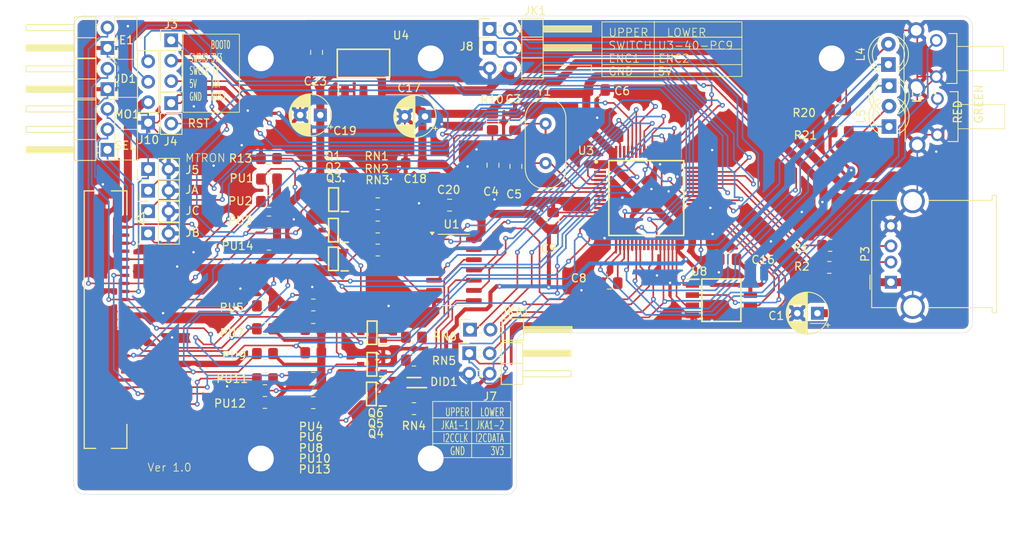
<source format=kicad_pcb>
(kicad_pcb (version 20241229) (generator "pcbnew") (generator_version "9.0")
  (layers (0 "F.Cu" signal) (2 "B.Cu" signal) (13 "F.Paste" user) (15 "B.Paste" user) (5 "F.SilkS" user "F.Silkscreen") (7 "B.SilkS" user "B.Silkscreen") (1 "F.Mask" user) (3 "B.Mask" user) (25 "Edge.Cuts" user))
  (net 0 "")
  (net 1 "5V")
  (net 2 "GND")
  (net 3 "Net-(U3-PH0)")
  (net 4 "NRST")
  (net 5 "Net-(U3-PH1)")
  (net 6 "+3.3V")
  (net 7 "Net-(DID1-K)")
  (net 8 "J3_BOOT0")
  (net 9 "USART1_TX")
  (net 10 "USART1_RX")
  (net 11 "/I2C2_CLK")
  (net 12 "/I2C2_DTA")
  (net 13 "SWDIO")
  (net 14 "SWCLK")
  (net 15 "MTRON")
  (net 16 "ENC1")
  (net 17 "DIR")
  (net 18 "ENCSW")
  (net 19 "READY")
  (net 20 "Net-(P3-D+)")
  (net 21 "Net-(P3-D-)")
  (net 22 "Net-(Q1-B)")
  (net 23 "Net-(Q2-B)")
  (net 24 "Net-(Q3-B)")
  (net 25 "Net-(Q4-B)")
  (net 26 "Net-(Q6-B)")
  (net 27 "Net-(U3-PA12)")
  (net 28 "Net-(U3-PA11)")
  (net 29 "JA")
  (net 30 "JB")
  (net 31 "JC")
  (net 32 "DINST")
  (net 33 "SPI2_SCK")
  (net 34 "SPI2_MISO")
  (net 35 "SPI2_MOSI")
  (net 36 "Net-(RN4-Pad2)")
  (net 37 "Net-(RN6-Pad2)")
  (net 38 "Net-(RN1-Pad2)")
  (net 39 "Net-(RN2-Pad2)")
  (net 40 "Net-(RN3-Pad2)")
  (net 41 "ENC2")
  (net 43 "U3-40-PC9")
  (net 48 "JKA1-1")
  (net 51 "JKA1-2")
  (net 53 "Net-(L3-A)")
  (net 56 "Net-(DID1-A)")
  (net 57 "WPROT_3V3")
  (net 58 "Net-(L4-A)")
  (net 59 "SEL")
  (net 61 "STEP")
  (net 62 "WGATE")
  (net 63 "INDEX")
  (net 64 "WPROT")
  (net 65 "RDATA")
  (net 66 "TRK0")
  (net 67 "SIDE1")
  (net 68 "WDATA")
  (net 69 "BUT_L")
  (net 70 "BUT_R")
  (net 71 "RDATA_3V3")
  (net 72 "INDEX_3V3")
  (net 73 "TRK0_3V3")
  (net 74 "READY_3V3")
  (net 75 "CHNG")
  (net 76 "HDOUT")
  (net 77 "CHNG_3V3")
  (net 81 "DRVSEL")
  (net 84 "SPI2_SS")
  (footprint "Gotek:MountingHole_M3_Pad" (layer "F.Cu") (at 118.491 60.6425)
    (property "Reference" "H1" (hide yes))
    (property "Value" "MountingHole_Pad")
  )
  (footprint "Gotek:MountingHole_M3_Pad" (layer "F.Cu") (at 139.573 60.6425)
    (property "Reference" "H2" (hide yes))
    (property "Value" "MountingHole_Pad")
  )
  (footprint "Gotek:MountingHole_M3_Pad" (layer "F.Cu") (at 118.491 110.363)
    (property "Reference" "H3" (hide yes))
    (property "Value" "MountingHole_Pad")
  )
  (footprint "Gotek:MountingHole_M3_Pad" (layer "F.Cu") (at 139.573 110.363)
    (property "Reference" "H4" (hide yes))
    (property "Value" "MountingHole_Pad")
  )
  (footprint "Gotek:MountingHole_M3_Pad" (layer "F.Cu") (at 189.357 60.6425)
    (property "Reference" "H5" (hide yes))
    (property "Value" "MountingHole_Pad")
  )
  (footprint "Connector_PinHeader_2.54mm:PinHeader_1x04_P2.54mm_Vertical" (layer "F.Cu") (at 104.502 68.6335 180)
    (property "Reference" "J10")
    (property "Value" "Conn_01x04_Pin" (hide yes))
  )
  (footprint "Resistor_SMD:R_0805_2012Metric_Pad1.20x1.40mm_HandSolder" (layer "F.Cu") (at 119 91.3987)
    (property "Reference" "PU5")
    (property "Value" "1K" (hide yes))
  )
  (footprint "Capacitor_SMD:C_0805_2012Metric_Pad1.18x1.45mm_HandSolder" (layer "F.Cu") (at 147.3073 73.9147 -90)
    (property "Reference" "C4")
    (property "Value" "100nF" (hide yes))
  )
  (footprint "Resistor_SMD:R_0805_2012Metric_Pad1.20x1.40mm_HandSolder" (layer "F.Cu") (at 190.1603 67.0274)
    (property "Reference" "R20")
    (property "Value" "1K" (hide yes))
  )
  (footprint "Connector_PinHeader_2.54mm:PinHeader_2x02_P2.54mm_Horizontal" (layer "F.Cu") (at 144.3609 97.2915)
    (property "Reference" "J7")
    (property "Value" "OLED")
  )
  (footprint "Capacitor_THT:CP_Radial_D5.0mm_P2.50mm" (layer "F.Cu") (at 187.5871 92.3131 180)
    (property "Reference" "C1")
    (property "Value" "100uF" (hide yes))
  )
  (footprint "Connector_PinHeader_2.54mm:PinHeader_2x01_P2.54mm_Horizontal" (layer "F.Cu") (at 146.8882 56.9912)
    (property "Reference" "JK1")
    (property "Value" "Conn_01x02")
  )
  (footprint "Connector_PinHeader_2.54mm:PinHeader_1x02_P2.54mm_Vertical" (layer "F.Cu") (at 104.5 77.08 90)
    (property "Reference" "JA1" (hide yes))
    (property "Value" "Conn_01x02")
  )
  (footprint "Gotek:SKHHLQA010" (layer "F.Cu") (at 202.4856 70.1336 90)
    (property "Reference" "S4" (hide yes))
    (property "Value" "SKHHANA010" (hide yes))
  )
  (footprint "Gotek:SOT95P280X130-3N" (layer "F.Cu") (at 132.28 98.6663 180)
    (property "Reference" "Q5")
    (property "Value" "PMBT2222A,215" (hide yes))
  )
  (footprint "Resistor_SMD:R_0805_2012Metric_Pad1.20x1.40mm_HandSolder" (layer "F.Cu") (at 137.5 104.1717)
    (property "Reference" "RN4" (hide yes))
    (property "Value" "1K" (hide yes))
  )
  (footprint "Gotek:SOT95P280X130-3N" (layer "F.Cu") (at 132.3023 94.7356 180)
    (property "Reference" "Q6")
    (property "Value" "PMBT2222A,215" (hide yes))
  )
  (footprint "LED_THT:LED_D4.0mm" (layer "F.Cu") (at 196.4722 69.1197 90)
    (property "Reference" "L5")
    (property "Value" "LED RED")
  )
  (footprint "Capacitor_SMD:C_0805_2012Metric_Pad1.18x1.45mm_HandSolder" (layer "F.Cu") (at 141.9162 78.8829)
    (property "Reference" "C20")
    (property "Value" "100nF" (hide yes))
  )
  (footprint "Capacitor_THT:CP_Radial_D5.0mm_P2.50mm" (layer "F.Cu") (at 138.8631 67.8624 180)
    (property "Reference" "C17")
    (property "Value" "100uF" (hide yes))
  )
  (footprint "Resistor_SMD:R_0805_2012Metric_Pad1.20x1.40mm_HandSolder" (layer "F.Cu") (at 119 103.397)
    (property "Reference" "PU12")
    (property "Value" "1K" (hide yes))
  )
  (footprint "Capacitor_SMD:C_0805_2012Metric_Pad1.18x1.45mm_HandSolder" (layer "F.Cu") (at 160.2034 64.5731)
    (property "Reference" "C6")
    (property "Value" "100nF" (hide yes))
  )
  (footprint "Gotek:SKHHLQA010" (layer "F.Cu") (at 202.3459 62.9158 90)
    (property "Reference" "S3" (hide yes))
    (property "Value" "SKHHANA010" (hide yes))
  )
  (footprint "Resistor_SMD:R_0805_2012Metric_Pad1.20x1.40mm_HandSolder" (layer "F.Cu") (at 125 103.432)
    (property "Reference" "PU13")
    (property "Value" "1K" (hide yes))
  )
  (footprint "Resistor_SMD:R_0805_2012Metric_Pad1.20x1.40mm_HandSolder" (layer "F.Cu") (at 119.5 78.432)
    (property "Reference" "PU2")
    (property "Value" "1K" (hide yes))
  )
  (footprint "Resistor_SMD:R_0805_2012Metric_Pad1.20x1.40mm_HandSolder" (layer "F.Cu") (at 119 100.4665)
    (property "Reference" "PU11")
    (property "Value" "1K" (hide yes))
  )
  (footprint "Gotek:SOT95P280X130-3N" (layer "F.Cu") (at 127.5017 85.5504 180)
    (property "Reference" "Q3")
    (property "Value" "PMBT2222A,215" (hide yes))
  )
  (footprint "Gotek:MOLEX_CON_2005280260" (layer "F.Cu") (at 99.21 93.11 -90)
    (property "Reference" "P1" (hide yes))
    (property "Value" "2005280260" (hide yes))
  )
  (footprint "Connector_PinHeader_2.54mm:PinHeader_1x02_P2.54mm_Vertical" (layer "F.Cu") (at 104.5 74.4 90)
    (property "Reference" "J5")
    (property "Value" "Conn_01x02")
  )
  (footprint "Connector_PinHeader_2.54mm:PinHeader_2x01_P2.54mm_Horizontal" (layer "F.Cu") (at 144.4607 94.3515)
    (property "Reference" "JKA1")
    (property "Value" "Conn_01x02")
  )
  (footprint "Resistor_SMD:R_0805_2012Metric_Pad1.20x1.40mm_HandSolder" (layer "F.Cu") (at 119 97.3264)
    (property "Reference" "PU9")
    (property "Value" "1K" (hide yes))
  )
  (footprint "Connector_PinHeader_2.54mm:PinHeader_1x02_P2.54mm_Horizontal" (layer "F.Cu") (at 99.45 59.35 180)
    (property "Reference" "JE1")
    (property "Value" "Conn_01x02_Pin" (hide yes))
  )
  (footprint "Gotek:SOT95P280X130-3N" (layer "F.Cu") (at 132.2165 102.3366 180)
    (property "Reference" "Q4")
    (property "Value" "PMBT2222A,215" (hide yes))
  )
  (footprint "Resistor_SMD:R_0805_2012Metric_Pad1.20x1.40mm_HandSolder" (layer "F.Cu") (at 133 81.6007)
    (property "Reference" "RN2")
    (property "Value" "1K" (hide yes))
  )
  (footprint "Resistor_SMD:R_0805_2012Metric_Pad1.20x1.40mm_HandSolder" (layer "F.Cu") (at 125 97.2217)
    (property "Reference" "PU8")
    (property "Value" "1K" (hide yes))
  )
  (footprint "Capacitor_SMD:C_0805_2012Metric_Pad1.18x1.45mm_HandSolder" (layer "F.Cu") (at 137.5061 73.7457)
    (property "Reference" "C18")
    (property "Value" "100nF" (hide yes))
  )
  (footprint "Capacitor_SMD:C_0805_2012Metric_Pad1.18x1.45mm_HandSolder" (layer "F.Cu") (at 150.1521 74.06 -90)
    (property "Reference" "C5")
    (property "Value" "22pF" (hide yes))
  )
  (footprint "Gotek:SOIC127P790X216-8N" (layer "F.Cu") (at 175.6632 90.6939)
    (property "Reference" "U8")
    (property "Value" "SST25VF016B-50-4C-S2AF" (hide yes))
  )
  (footprint "Connector_PinHeader_2.54mm:PinHeader_1x03_P2.54mm_Vertical" (layer "F.Cu") (at 107.3626 58.3946)
    (property "Reference" "J3")
    (property "Value" "Conn_01x03_Pin" (hide yes))
  )
  (footprint "Connector_PinHeader_2.54mm:PinHeader_2x02_P2.54mm_Horizontal" (layer "F.Cu") (at 146.9 59.3294)
    (property "Reference" "J8")
    (property "Value" "RotaryEncoder")
  )
  (footprint "Resistor_SMD:R_0805_2012Metric_Pad1.20x1.40mm_HandSolder" (layer "F.Cu") (at 133 78.7051)
    (property "Reference" "RN1")
    (property "Value" "1K" (hide yes))
  )
  (footprint "Connector_USB:USB_A_Molex_67643_Horizontal" (layer "F.Cu") (at 196.7065 88.4566 90)
    (property "Reference" "P3")
    (property "Value" "USB_A")
  )
  (footprint "Gotek:SOT95P280X130-3N" (layer "F.Cu") (at 127.5017 81.988 180)
    (property "Reference" "Q2")
    (property "Value" "PMBT2222A,215" (hide yes))
  )
  (footprint "Gotek:SODFL2512X90N" (layer "F.Cu") (at 137.5 100.9332 180)
    (property "Reference" "DID1")
    (property "Value" "1N4148WS" (hide yes))
  )
  (footprint "Resistor_SMD:R_0805_2012Metric_Pad1.20x1.40mm_HandSolder" (layer "F.Cu") (at 133 84.4613)
    (property "Reference" "RN3")
    (property "Value" "1K" (hide yes))
  )
  (footprint "Resistor_SMD:R_0805_2012Metric_Pad1.20x1.40mm_HandSolder" (layer "F.Cu") (at 137.5 98.1424)
    (property "Reference" "RN5")
    (property "Value" "1K" (hide yes))
  )
  (footprint "LED_THT:LED_D4.0mm" (layer "F.Cu") (at 196.4849 64.0397 -90)
    (property "Reference" "L3")
    (property "Value" "LED GREEN")
  )
  (footprint "Capacitor_SMD:C_0805_2012Metric_Pad1.18x1.45mm_HandSolder" (layer "F.Cu") (at 150.041 68.5324 -90)
    (property "Reference" "C3")
    (property "Value" "22pF" (hide yes))
  )
  (footprint "Gotek:QFP50P1200X1200X160-64N" (layer "F.Cu") (at 166.3446 78.0002)
    (property "Reference" "U3")
    (property "Value" "AT32F435RGT7" (hide yes))
  )
  (footprint "Connector_PinHeader_2.54mm:PinHeader_1x02_P2.54mm_Vertical" (layer "F.Cu") (at 104.5 79.629 90)
    (property "Reference" "JC1" (hide yes))
    (property "Value" "Conn_01x02")
  )
  (footprint "Resistor_SMD:R_0805_2012Metric_Pad1.20x1.40mm_HandSolder" (layer "F.Cu") (at 119.5 75.638)
    (property "Reference" "PU1")
    (property "Value" "1K" (hide yes))
  )
  (footprint "Connector_PinHeader_2.54mm:PinHeader_1x02_P2.54mm_Horizontal" (layer "F.Cu") (at 99.45 64.47 180)
    (property "Reference" "JD1")
    (property "Value" "Conn_01x02_Pin" (hide yes))
  )
  (footprint "Capacitor_SMD:C_0805_2012Metric_Pad1.18x1.45mm_HandSolder" (layer "F.Cu") (at 125.4093 59.8995 -90)
    (property "Reference" "C23")
    (property "Value" "100nF" (hide yes))
  )
  (footprint "Resistor_SMD:R_0805_2012Metric_Pad1.20x1.40mm_HandSolder" (layer "F.Cu") (at 125 94.3229)
    (property "Reference" "PU6")
    (property "Value" "1K" (hide yes))
  )
  (footprint "Resistor_SMD:R_0805_2012Metric_Pad1.20x1.40mm_HandSolder" (layer "F.Cu") (at 137.5 95.2944)
    (property "Reference" "RN6")
    (property "Value" "1K" (hide yes))
  )
  (footprint "Connector_PinHeader_2.54mm:PinHeader_1x02_P2.54mm_Vertical" (layer "F.Cu") (at 104.497 82.3976 90)
    (property "Reference" "JB1" (hide yes))
    (property "Value" "Conn_01x02")
  )
  (footprint "Resistor_SMD:R_0805_2012Metric_Pad1.20x1.40mm_HandSolder" (layer "F.Cu") (at 189.0617 86.6203)
    (property "Reference" "R2")
    (property "Value" "22R" (hide yes))
  )
  (footprint "Capacitor_SMD:C_0805_2012Metric_Pad1.18x1.45mm_HandSolder" (layer "F.Cu") (at 161.7599 88.5761 180)
    (property "Reference" "C8")
    (property "Value" "100nF" (hide yes))
  )
  (footprint "Resistor_SMD:R_0805_2012Metric_Pad1.20x1.40mm_HandSolder" (layer "F.Cu") (at 147.2502 68.5324 -90)
    (property "Reference" "R10")
    (property "Value" "4K7" (hide yes))
  )
  (footprint "Crystal:Crystal_HC18-U_Vertical" (layer "F.Cu") (at 153.8383 73.6621 90)
    (property "Reference" "Y1")
    (property "Value" "8Mhz")
  )
  (footprint "Connector_PinHeader_2.54mm:PinHeader_1x02_P2.54mm_Vertical" (layer "F.Cu") (at 107.3626 66.2096)
    (property "Reference" "J4")
    (property "Value" "Conn_01x02_Pin" (hide yes))
  )
  (footprint "Gotek:SOT229P700X180-4N" (layer "F.Cu") (at 131.2299 61.2676 90)
    (property "Reference" "U4")
    (property "Value" "AMS1117-3.3" (hide yes))
  )
  (footprint "Resistor_SMD:R_0805_2012Metric_Pad1.20x1.40mm_HandSolder" (layer "F.Cu") (at 125 100.3967)
    (property "Reference" "PU10")
    (property "Value" "1K" (hide yes))
  )
  (footprint "Resistor_SMD:R_0805_2012Metric_Pad1.20x1.40mm_HandSolder" (layer "F.Cu") (at 119.5 73.0917 180)
    (property "Reference" "R13")
    (property "Value" "4K7" (hide yes))
  )
  (footprint "Gotek:SOT95P280X130-3N" (layer "F.Cu") (at 127.5207 78.1875 180)
    (property "Reference" "Q1")
    (property "Value" "PMBT2222A,215" (hide yes))
  )
  (footprint "LED_THT:LED_D4.0mm" (layer "F.Cu") (at 196.3992 61.4095 90)
    (property "Reference" "L4")
    (property "Value" "LED GREEN")
  )
  (footprint "Resistor_SMD:R_0805_2012Metric_Pad1.20x1.40mm_HandSolder" (layer "F.Cu") (at 119.5 83.7343)
    (property "Reference" "PU14")
    (property "Value" "1K" (hide yes))
  )
  (footprint "Package_SO:SO-14_3.9x8.65mm_P1.27mm" (layer "F.Cu") (at 142.4591 86.9378)
    (property "Reference" "U1")
    (property "Value" "74AHC04" (hide yes))
  )
  (footprint "Resistor_SMD:R_0805_2012Metric_Pad1.20x1.40mm_HandSolder" (layer "F.Cu") (at 189.1696 83.8835)
    (property "Reference" "R1")
    (property "Value" "22R" (hide yes))
  )
  (footprint "Resistor_SMD:R_0805_2012Metric_Pad1.20x1.40mm_HandSolder" (layer "F.Cu") (at 190.4778 69.7579)
    (property "Reference" "R21")
    (property "Value" "12K" (hide yes))
  )
  (footprint "Capacitor_SMD:C_0805_2012Metric_Pad1.18x1.45mm_HandSolder" (layer "F.Cu") (at 154.7749 80.8323 -90)
    (property "Reference" "C9")
    (property "Value" "100nF" (hide yes))
  )
  (footprint "Resistor_SMD:R_0805_2012Metric_Pad1.20x1.40mm_HandSolder" (layer "F.Cu") (at 125 91.2876)
    (property "Reference" "PU4")
    (property "Value" "1K" (hide yes))
  )
  (footprint "Capacitor_THT:CP_Radial_D5.0mm_P2.50mm" (layer "F.Cu") (at 125.8715 67.6878 180)
    (property "Reference" "C19")
    (property "Value" "100uF" (hide yes))
  )
  (footprint "Resistor_SMD:R_0805_2012Metric_Pad1.20x1.40mm_HandSolder" (layer "F.Cu") (at 119.5 80.9784)
    (property "Reference" "PU3")
    (property "Value" "1K" (hide yes))
  )
  (footprint "Resistor_SMD:R_0805_2012Metric_Pad1.20x1.40mm_HandSolder" (layer "F.Cu") (at 119 94.2467)
    (property "Reference" "PU7")
    (property "Value" "1K" (hide yes))
  )
  (footprint "Connector_PinHeader_2.54mm:PinHeader_1x03_P2.54mm_Horizontal" (layer "F.Cu") (at 99.45 72 180)
    (property "Reference" "MO1")
    (property "Value" "Conn_01x03_Pin" (hide yes))
  )
  (footprint "Capacitor_SMD:C_0805_2012Metric_Pad1.18x1.45mm_HandSolder" (layer "F.Cu") (at 176.5014 85.6139)
    (property "Reference" "C16")
    (property "Value" "100nF" (hide yes))
  )
  (gr_line (start 178.2318 58.0136) (end 160.8328 58.0136) (stroke (width 0.1)) (layer "F.SilkS"))
  (gr_line (start 149.5298 105.3084) (end 139.8524 105.3084) (stroke (width 0.1)) (layer "F.SilkS"))
  (gr_line (start 144.66394 103.2764) (end 144.66394 110.2614) (stroke (width 0.1)) (layer "F.SilkS"))
  (gr_line (start 149.479 107.0102) (end 139.7762 107.0102) (stroke (width 0.1)) (layer "F.SilkS"))
  (gr_line (start 139.8016 105.3084) (end 149.5298 105.3084) (stroke (width 0.1)) (layer "F.SilkS"))
  (gr_line (start 149.5298 108.5088) (end 139.8778 108.5088) (stroke (width 0.1)) (layer "F.SilkS"))
  (gr_line (start 100.33 73.3044) (end 100.33 55.5244) (stroke (width 0.1)) (layer "F.SilkS"))
  (gr_line (start 103.0986 55.5244) (end 103.0986 59.6835) (stroke (width 0.1)) (layer "F.SilkS"))
  (gr_line (start 103.172 67.3635) (end 103.172 73.279) (stroke (width 0.1)) (layer "F.SilkS"))
  (gr_line (start 167.3352 56.0578) (end 167.3352 62.9412) (stroke (width 0.1)) (layer "F.SilkS"))
  (gr_line (start 100.33 69.469) (end 103.2002 69.469) (stroke (width 0.1)) (layer "F.SilkS"))
  (gr_line (start 103.2002 65.4812) (end 100.72 65.4812) (stroke (width 0.1)) (layer "F.SilkS"))
  (gr_line (start 103.172 73.279) (end 100.33 73.279) (stroke (width 0.1)) (layer "F.SilkS"))
  (gr_line (start 100.33 55.5244) (end 103.0986 55.5244) (stroke (width 0.1)) (layer "F.SilkS"))
  (gr_line (start 160.8328 59.4995) (end 178.2064 59.4995) (stroke (width 0.1)) (layer "F.SilkS"))
  (gr_line (start 103.1494 60.7568) (end 100.72 60.7568) (stroke (width 0.1)) (layer "F.SilkS"))
  (gr_line (start 160.8582 61.4172) (end 178.2064 61.4172) (stroke (width 0.1)) (layer "F.SilkS"))
  (gr_line (start 160.8328 58.0136) (end 178.2318 58.0136) (stroke (width 0.1)) (layer "F.SilkS"))
  (gr_line (start 151.511 94.75) (end 205.58 94.75) (stroke (width 0.05)) (layer "Edge.Cuts"))
  (gr_arc (start 206.85 93.48) (mid 206.478026 94.378026) (end 205.58 94.75) (stroke (width 0.05)) (layer "Edge.Cuts"))
  (gr_arc (start 205.58 55.38) (mid 206.478026 55.751974) (end 206.85 56.65) (stroke (width 0.05)) (layer "Edge.Cuts"))
  (gr_line (start 150.241 113.538) (end 150.241 96.012) (stroke (width 0.05)) (layer "Edge.Cuts"))
  (gr_arc (start 96.52 114.808) (mid 95.621974 114.436026) (end 95.25 113.538) (stroke (width 0.05)) (layer "Edge.Cuts"))
  (gr_line (start 95.25 56.642) (end 95.25 113.538) (stroke (width 0.05)) (layer "Edge.Cuts"))
  (gr_arc (start 150.241 96.012) (mid 150.612974 95.113974) (end 151.511 94.742) (stroke (width 0.05)) (layer "Edge.Cuts"))
  (gr_line (start 96.52 114.808) (end 148.971 114.808) (stroke (width 0.05)) (layer "Edge.Cuts"))
  (gr_line (start 96.52 55.38) (end 205.58 55.38) (stroke (width 0.05)) (layer "Edge.Cuts"))
  (gr_line (start 206.85 56.65) (end 206.85 93.48) (stroke (width 0.05)) (layer "Edge.Cuts"))
  (gr_arc (start 150.241 113.538) (mid 149.869026 114.436026) (end 148.971 114.808) (stroke (width 0.05)) (layer "Edge.Cuts"))
  (gr_arc (start 95.25 56.642) (mid 95.621974 55.743974) (end 96.52 55.38) (stroke (width 0.05)) (layer "Edge.Cuts"))
  (gr_text "GREEN" (at 208.21015 68.843525 90) (layer "F.SilkS") (effects (font (size 1 1)) (justify left bottom)))
  (gr_text "Ver 1.0" (at 104.3432 112.0648 0) (layer "F.SilkS") (effects (font (size 1 1) (thickness 0.1)) (justify left bottom)))
  (gr_text "JA" (at 109.01045 77.543025 0) (layer "F.SilkS") (effects (font (size 1 1)) (justify left bottom)))
  (gr_text "RST" (at 109.318425 69.300725 0) (layer "F.SilkS") (effects (font (size 1 1)) (justify left bottom)))
  (gr_text "MTRON" (at 109.0422 73.6092 0) (layer "F.SilkS") (effects (font (size 1 1) (thickness 0.1)) (justify left bottom)))
  (gr_text "SEL" (at 101.6254 71.4756 0) (layer "F.SilkS") (effects (font (size 1 1))))
  (gr_text "RED" (at 205.59395 68.843525 90) (layer "F.SilkS") (effects (font (size 1 1)) (justify left bottom)))
  (gr_text "JB" (at 109.045375 82.8802 0) (layer "F.SilkS") (effects (font (size 1 1)) (justify left bottom)))
  (gr_text "JC" (at 109.045375 80.159225 0) (layer "F.SilkS") (effects (font (size 1 1)) (justify left bottom)))
  (gr_text_box "UPPER   LOWER\nJKA1-1  JKA1-2\nI2CCLK  I2CDATA\nGND       3V3" (start 139.827732 103.2764) (end 149.500148 110.2614) (margins 0.8 0.8 0.8 0.8) (layer "F.SilkS") (effects (font (size 1 0.6) (thickness 0.1)) (justify right top)) (border yes) (stroke (width 0.1)))
  (gr_text_box "UPPER   LOWER\nSWITCH U3-40-PC9\nENC1   ENC2\nGND    5V" (start 160.8328 56.1086) (end 178.2064 62.8904) (margins 0.8 0.8 0.8 0.8) (layer "F.SilkS") (effects (font (size 1 1) (thickness 0.1)) (justify left top)) (border yes) (stroke (width 0.1)))
  (gr_text_box "       BOOT0\nSWDIO 3V3\nSWCLK TX\n5V     RX\nGND   NRST" (start 108.8136 57.6326) (end 115.824 67.3354) (margins 0.8 0.8 0.8 0.8) (layer "F.SilkS") (effects (font (size 1 0.5) (thickness 0.1)) (justify left top)) (border yes) (stroke (width 0.1)))
  (segment (start 133.5199 64.6176) (end 133.52 64.6176) (width 0.2) (layer "F.Cu") (net 1))
  (segment (start 100.549 80.61) (end 101.66 80.61) (width 0.75) (layer "F.Cu") (net 1))
  (segment (start 126 98.2217) (end 126 97.2217) (width 1) (layer "F.Cu") (net 1))
  (segment (start 125.871 64.2765) (end 125.716 64.1207) (width 0.2) (layer "F.Cu") (net 1))
  (segment (start 132.039 76.8985) (end 132.039 76.9715) (width 1) (layer "F.Cu") (net 1))
  (segment (start 125.871 67.6878) (end 125.871 73.2459) (width 1) (layer "F.Cu") (net 1))
  (segment (start 120.5 78.432) (end 120.5 80.9784) (width 1) (layer "F.Cu") (net 1))
  (segment (start 145.891 80.772) (end 145.891 82.1707) (width 1) (layer "F.Cu") (net 1))
  (segment (start 126 101.448) (end 126 100.397) (width 0.5) (layer "F.Cu") (net 1))
  (segment (start 101.981 68.0545) (end 101.981 58.6296) (width 1) (layer "F.Cu") (net 1))
  (segment (start 133.52 63.8754) (end 133.52 63.1333) (width 1) (layer "F.Cu") (net 1))
  (segment (start 129.042 73.9013) (end 132.039 76.8985) (width 1) (layer "F.Cu") (net 1))
  (segment (start 100.508 80.5688) (end 100.549 80.61) (width 0.75) (layer "F.Cu") (net 1))
  (segment (start 126 100.3967) (end 126 98.2217) (width 1) (layer "F.Cu") (net 1))
  (segment (start 133.52 63.1333) (end 132.991 62.6047) (width 1) (layer "F.Cu") (net 1))
  (segment (start 126 95.3229) (end 126 94.3229) (width 0.2) (layer "F.Cu") (net 1))
  (segment (start 101.981 68.0545) (end 103.872 66.1638) (width 1) (layer "F.Cu") (net 1))
  (segment (start 126 100.397) (end 126 101.448) (width 0.2) (layer "F.Cu") (net 1))
  (segment (start 121.429 95.6754) (end 125.647 95.6754) (width 0.4) (layer "F.Cu") (net 1))
  (segment (start 125.4093 58.862) (end 125.409 58.862) (width 0.2) (layer "F.Cu") (net 1))
  (segment (start 127.618 62.2189) (end 127.618 60.371) (width 1) (layer "F.Cu") (net 1))
  (segment (start 126.527 73.9013) (end 129.042 73.9013) (width 1) (layer "F.Cu") (net 1))
  (segment (start 133.52 63.8755) (end 133.52 64.6176) (width 0.2) (layer "F.Cu") (net 1))
  (segment (start 196.666 75.1999) (end 195.342 76.5239) (width 1) (layer "F.Cu") (net 1))
  (segment (start 125.565 98.6568) (end 126 98.2217) (width 0.4) (layer "F.Cu") (net 1))
  (segment (start 157.626 61.2426) (end 155.394 63.4746) (width 1) (layer "F.Cu") (net 1))
  (segment (start 144.934 83.1277) (end 145.412 82.6493) (width 0.2) (layer "F.Cu") (net 1))
  (segment (start 175.489 61.2426) (end 157.626 61.2426) (width 1) (layer "F.Cu") (net 1))
  (segment (start 100.568 82.61) (end 101.66 82.61) (width 0.4) (layer "F.Cu") (net 1))
  (segment (start 122.356 78.432) (end 125.871 74.9167) (width 1) (layer "F.Cu") (net 1))
  (segment (start 101.66 80.61) (end 101.981 80.289) (width 1) (layer "F.Cu") (net 1))
  (segment (start 126 97.2217) (end 126 95.3229) (width 1) (layer "F.Cu") (net 1))
  (segment (start 101.981 58.6296) (end 104.032 56.5785) (width 1) (layer "F.Cu") (net 1))
  (segment (start 142.9537 78.8829) (end 142.954 78.8829) (width 0.2) (layer "F.Cu") (net 1))
  (segment (start 144.934 83.1275) (end 144.934 83.1277) (width 0.2) (layer "F.Cu") (net 1))
  (segment (start 120.93 102.467) (end 121.465 101.932) (width 0.5) (layer "F.Cu") (net 1))
  (segment (start 125.871 74.9167) (end 125.871 73.2459) (width 1) (layer "F.Cu") (net 1))
  (segment (start 149.44 63.4746) (end 149.44 61.8694) (width 1) (layer "F.Cu") (net 1))
  (segment (start 155.394 63.4746) (end 149.44 63.4746) (width 1) (layer "F.Cu") (net 1))
  (segment (start 100.568 82.61) (end 100.508 82.55) (width 0.2) (layer "F.Cu") (net 1))
  (segment (start 195.342 76.5239) (end 190.77 76.5239) (width 1) (layer "F.Cu") (net 1))
  (segment (start 125.871 64.2765) (end 125.871 67.6878) (width 1) (layer "F.Cu") (net 1))
  (segment (start 145.173 82.8886) (end 144.934 83.1275) (width 0.2) (layer "F.Cu") (net 1))
  (segment (start 124 91.2876) (end 121.326 91.2876) (width 1) (layer "F.Cu") (net 1))
  (segment (start 141.808 76.9715) (end 142.954 78.117) (width 1) (layer "F.Cu") (net 1))
  (segment (start 143.478 78.8829) (end 142.954 78.8829) (width 0.2) (layer "F.Cu") (net 1))
  (segment (start 196.7065 88.4566) (end 199.979 88.4566) (width 1) (layer "F.Cu") (net 1))
  (segment (start 125.716 64.1207) (end 127.232 62.6047) (width 1) (layer "F.Cu") (net 1))
  (segment (start 192.934 88.4566) (end 196.7065 88.4566) (width 1) (layer "F.Cu") (net 1))
  (segment (start 126 94.3229) (end 126 93.8372) (width 1) (layer "F.Cu") (net 1))
  (segment (start 103.872 66.1638) (end 104.432 66.1638) (width 1) (layer "F.Cu") (net 1))
  (segment (start 120 103.397) (end 120.93 102.467) (width 0.2) (layer "F.Cu") (net 1))
  (segment (start 126 98.2217) (end 126 97.2217) (width 0.2) (layer "F.Cu") (net 1))
  (segment (start 126.109 58.8621) (end 127.618 60.371) (width 1) (layer "F.Cu") (net 1))
  (segment (start 125.871 73.2459) (end 126.527 73.9013) (width 1) (layer "F.Cu") (net 1))
  (segment (start 120.895 98.2217) (end 121.33 98.6568) (width 0.4) (layer "F.Cu") (net 1))
  (segment (start 126 95.3229) (end 126 97.2217) (width 0.2) (layer "F.Cu") (net 1))
  (segment (start 121.33 98.6568) (end 125.565 98.6568) (width 0.4) (layer "F.Cu") (net 1))
  (segment (start 149.44 61.8694) (end 146.692 64.6176) (width 1) (layer "F.Cu") (net 1))
  (segment (start 120.93 102.467) (end 121.465 101.932) (width 0.5) (layer "F.Cu") (net 1))
  (segment (start 126 97.2217) (end 126 98.2217) (width 0.2) (layer "F.Cu") (net 1))
  (segment (start 120.5 84.0875) (end 118.326 86.2616) (width 1) (layer "F.Cu") (net 1))
  (segment (start 104.032 56.5785) (end 123.126 56.5785) (width 1) (layer "F.Cu") (net 1))
  (segment (start 101.66 84.61) (end 100.482 84.61) (width 0.4) (layer "F.Cu") (net 1))
  (segment (start 144.9341 83.1278) (end 145.891 82.1709) (width 0.2) (layer "F.Cu") (net 1))
  (segment (start 126 95.3229) (end 126 94.3229) (width 1) (layer "F.Cu") (net 1))
  (segment (start 100.482 82.6516) (end 100.524 82.61) (width 0.2) (layer "F.Cu") (net 1))
  (segment (start 100.508 82.55) (end 100.508 80.5688) (width 0.75) (layer "F.Cu") (net 1))
  (segment (start 145.891 82.1707) (end 145.412 82.6493) (width 1) (layer "F.Cu") (net 1))
  (segment (start 187.587 92.3131) (end 187.5871 92.3131) (width 1) (layer "F.Cu") (net 1))
  (segment (start 127.232 62.6047) (end 127.618 62.2189) (width 1) (layer "F.Cu") (net 1))
  (segment (start 121.465 101.932) (end 121.85 101.547) (width 0.5) (layer "F.Cu") (net 1))
  (segment (start 125.647 95.6754) (end 126 95.3229) (width 0.4) (layer "F.Cu") (net 1))
  (segment (start 126 94.3229) (end 126 95.3229) (width 0.2) (layer "F.Cu") (net 1))
  (segment (start 120.5 78.432) (end 122.356 78.432) (width 1) (layer "F.Cu") (net 1))
  (segment (start 126.896 59.6496) (end 125.593 59.6496) (width 1) (layer "F.Cu") (net 1))
  (segment (start 126 93.8372) (end 124 91.8372) (width 0.5) (layer "F.Cu") (net 1))
  (segment (start 100.524 82.61) (end 100.568 82.61) (width 0.4) (layer "F.Cu") (net 1))
  (segment (start 126 100.3967) (end 126 100.397) (width 0.2) (layer "F.Cu") (net 1))
  (segment (start 124 91.8372) (end 124 91.2876) (width 0.5) (layer "F.Cu") (net 1))
  (segment (start 121.465 101.932) (end 120 100.467) (width 0.5) (layer "F.Cu") (net 1))
  (segment (start 125.901 101.547) (end 126 101.448) (width 0.5) (layer "F.Cu") (net 1))
  (segment (start 200.155 75.1999) (end 196.666 75.1999) (width 1) (layer "F.Cu") (net 1))
  (segment (start 120.5 80.9784) (end 120.5 83.7343) (width 1) (layer "F.Cu") (net 1))
  (segment (start 120.5 83.7343) (end 120.5 84.0875) (width 1) (layer "F.Cu") (net 1))
  (segment (start 120 103.397) (end 120.93 102.467) (width 0.5) (layer "F.Cu") (net 1))
  (segment (start 120 89.9613) (end 120 91.3987) (width 1) (layer "F.Cu") (net 1))
  (segment (start 100.482 84.61) (end 100.482 82.6516) (width 0.75) (layer "F.Cu") (net 1))
  (segment (start 132.991 62.6047) (end 127.232 62.6047) (width 1) (layer "F.Cu") (net 1))
  (segment (start 125.698 64.1382) (end 125.716 64.1207) (width 1) (layer "F.Cu") (net 1))
  (segment (start 120 100.467) (end 120 100.4665) (width 0.2) (layer "F.Cu") (net 1))
  (segment (start 101.66 82.61) (end 100.568 82.61) (width 0.2) (layer "F.Cu") (net 1))
  (segment (start 120.5 75.638) (end 120.5 78.432) (width 1) (layer "F.Cu") (net 1))
  (segment (start 143.478 78.8829) (end 144.002 78.8829) (width 1) (layer "F.Cu") (net 1))
  (segment (start 126 101.448) (end 126 103.432) (width 0.2) (layer "F.Cu") (net 1))
  (segment (start 202.178 77.2224) (end 200.155 75.1999) (width 1) (layer "F.Cu") (net 1))
  (segment (start 189.078 92.3131) (end 192.934 88.4566) (width 1) (layer "F.Cu") (net 1))
  (segment (start 199.979 88.4566) (end 202.178 86.2584) (width 1) (layer "F.Cu") (net 1))
  (segment (start 127.232 62.6047) (end 127.197 62.6047) (width 1) (layer "F.Cu") (net 1))
  (segment (start 101.981 80.289) (end 101.981 68.0545) (width 1) (layer "F.Cu") (net 1))
  (segment (start 125.716 64.1207) (end 125.698 64.1032) (width 0.2) (layer "F.Cu") (net 1))
  (segment (start 145.891 82.1709) (end 145.891 82.1707) (width 0.2) (layer "F.Cu") (net 1))
  (segment (start 120 97.3264) (end 120.895 98.2217) (width 0.4) (layer "F.Cu") (net 1))
  (segment (start 145.412 82.6493) (end 145.173 82.8886) (width 1) (layer "F.Cu") (net 1))
  (segment (start 125.8715 67.6878) (end 125.871 67.6878) (width 0.2) (layer "F.Cu") (net 1))
  (segment (start 120 100.4665) (end 120 100.466) (width 0.2) (layer "F.Cu") (net 1))
  (segment (start 121.326 91.2876) (end 120 89.9613) (width 1) (layer "F.Cu") (net 1))
  (segment (start 125.872 67.6878) (end 125.8715 67.6878) (width 0.2) (layer "F.Cu") (net 1))
  (segment (start 202.178 86.2584) (end 202.178 77.2224) (width 1) (layer "F.Cu") (net 1))
  (segment (start 126 100.397) (end 126 100.3967) (width 1) (layer "F.Cu") (net 1))
  (segment (start 104.432 66.1638) (end 104.502 66.0935) (width 0.2) (layer "F.Cu") (net 1))
  (segment (start 142.954 78.8829) (end 143.478 78.8829) (width 1) (layer "F.Cu") (net 1))
  (segment (start 118.326 88.2872) (end 120 89.9613) (width 1) (layer "F.Cu") (net 1))
  (segment (start 125.698 64.1032) (end 125.698 64.1382) (width 1) (layer "F.Cu") (net 1))
  (segment (start 123.126 56.5785) (end 125.409 58.8621) (width 1) (layer "F.Cu") (net 1))
  (segment (start 126 103.432) (end 126 101.448) (width 1) (layer "F.Cu") (net 1))
  (segment (start 145.173 82.8886) (end 144.934 83.1279) (width 1) (layer "F.Cu") (net 1))
  (segment (start 135.246 64.6176) (end 133.52 64.6176) (width 1) (layer "F.Cu") (net 1))
  (segment (start 120 94.2467) (end 121.429 95.6754) (width 0.4) (layer "F.Cu") (net 1))
  (segment (start 125.409 58.8621) (end 126.109 58.8621) (width 1) (layer "F.Cu") (net 1))
  (segment (start 144.002 78.8829) (end 145.891 80.772) (width 1) (layer "F.Cu") (net 1))
  (segment (start 142.954 78.117) (end 142.954 78.8829) (width 1) (layer "F.Cu") (net 1))
  (segment (start 135.246 64.6176) (end 133.52 64.6176) (width 0.2) (layer "F.Cu") (net 1))
  (segment (start 126 98.2217) (end 126 100.3967) (width 0.2) (layer "F.Cu") (net 1))
  (segment (start 187.5871 92.3131) (end 189.078 92.3131) (width 1) (layer "F.Cu") (net 1))
  (segment (start 118.326 86.2616) (end 118.326 88.2872) (width 1) (layer "F.Cu") (net 1))
  (segment (start 133.52 63.8755) (end 133.52 63.8754) (width 1) (layer "F.Cu") (net 1))
  (segment (start 121.85 101.547) (end 125.901 101.547) (width 0.5) (layer "F.Cu") (net 1))
  (segment (start 133.52 64.6176) (end 133.52 63.8755) (width 1) (layer "F.Cu") (net 1))
  (segment (start 133.52 63.8754) (end 133.52 63.8755) (width 0.2) (layer "F.Cu") (net 1))
  (segment (start 146.692 64.6176) (end 135.246 64.6176) (width 1) (layer "F.Cu") (net 1))
  (segment (start 125.409 58.8621) (end 125.409 58.862) (width 0.2) (layer "F.Cu") (net 1))
  (segment (start 190.77 76.5239) (end 175.489 61.2426) (width 1) (layer "F.Cu") (net 1))
  (segment (start 132.039 76.9715) (end 141.808 76.9715) (width 1) (layer "F.Cu") (net 1))
  (segment (start 127.197 62.6047) (end 125.698 64.1032) (width 1) (layer "F.Cu") (net 1))
  (segment (start 126 101.448) (end 126 100.397) (width 1) (layer "F.Cu") (net 1))
  (segment (start 127.618 60.371) (end 126.896 59.6496) (width 1) (layer "F.Cu") (net 1))
  (segment (start 199.417 78.3868) (end 199.416 78.3871) (width 0.2) (layer "F.Cu") (net 2))
  (segment (start 114.554 70.9962) (end 115.675 70.9962) (width 0.2) (layer "F.Cu") (net 2))
  (segment (start 107.04 77.08) (end 108.9316 77.08) (width 0.2) (layer "F.Cu") (net 2))
  (segment (start 99.45 64.47) (end 98.2774 64.47) (width 0.2) (layer "F.Cu") (net 2))
  (segment (start 133.6165 101.3865) (end 133.617 101.387) (width 0.2) (layer "F.Cu") (net 2))
  (segment (start 128.921 77.2375) (end 128.921 77.2376) (width 0.2) (layer "F.Cu") (net 2))
  (segment (start 199.986 60.8476) (end 199.986 62.9158) (width 0.2) (layer "F.Cu") (net 2))
  (segment (start 200.774 72.2281) (end 199.155 72.2281) (width 0.2) (layer "F.Cu") (net 2))
  (segment (start 136.363 73.6402) (end 136.469 73.7455) (width 0.2) (layer "F.Cu") (net 2))
  (segment (start 160.249 68.4288) (end 163.095 71.2747) (width 0.2) (layer "F.Cu") (net 2))
  (segment (start 128.921 77.2374) (end 128.921 77.2375) (width 0.2) (layer "F.Cu") (net 2))
  (segment (start 100.858 104.61) (end 101.66 104.61) (width 0.2) (layer "F.Cu") (net 2))
  (segment (start 128.94 64.6176) (end 128.9399 64.6176) (width 0.2) (layer "F.Cu") (net 2))
  (segment (start 100.58 102.61) (end 100.58 104.61) (width 0.5) (layer "F.Cu") (net 2))
  (segment (start 199.9856 71.3836) (end 199.986 71.3836) (width 0.2) (layer "F.Cu") (net 2))
  (segment (start 106.805 67.4818) (end 109.299 67.4818) (width 0.2) (layer "F.Cu") (net 2))
  (segment (start 160.636 65.1785) (end 160.636 65.1782) (width 0.2) (layer "F.Cu") (net 2))
  (segment (start 127.797 64.6176) (end 127.429 64.9859) (width 0.2) (layer "F.Cu") (net 2))
  (segment (start 98.96 108.41) (end 98.96 109.712) (width 0.2) (layer "F.Cu") (net 2))
  (segment (start 160.7224 88.5761) (end 161.438 87.8605) (width 0.2) (layer "F.Cu") (net 2))
  (segment (start 175.349 87.2299) (end 175.512 87.3934) (width 0.2) (layer "F.Cu") (net 2))
  (segment (start 199.253 72.1301) (end 199.155 72.2281) (width 0.2) (layer "F.Cu") (net 2))
  (segment (start 98.96 76.5083) (end 98.8742 76.4225) (width 0.2) (layer "F.Cu") (net 2))
  (segment (start 118.491 110.363) (end 121.84 110.363) (width 0.2) (layer "F.Cu") (net 2))
  (segment (start 169.2656 90.2765) (end 171.588 92.5989) (width 0.2) (layer "F.Cu") (net 2))
  (segment (start 199.986 60.8476) (end 199.986 62.9158) (width 0.2) (layer "F.Cu") (net 2))
  (segment (start 171.588 92.5989) (end 172.063 92.5989) (width 0.2) (layer "F.Cu") (net 2))
  (segment (start 108.9316 77.08) (end 108.9406 77.089) (width 0.2) (layer "F.Cu") (net 2))
  (segment (start 128.371 81.5693) (end 128.152 81.788) (width 0.2) (layer "F.Cu") (net 2))
  (segment (start 133.68 97.7163) (end 132.93 98.4663) (width 0.2) (layer "F.Cu") (net 2))
  (segment (start 199.986 64.3836) (end 199.986 67.6336) (width 0.2) (layer "F.Cu") (net 2))
  (segment (start 128.902 81.0381) (end 128.371 81.569) (width 0.2) (layer "F.Cu") (net 2))
  (segment (start 161.5495 79.7948) (end 155.389 79.7948) (width 0.2) (layer "F.Cu") (net 2))
  (segment (start 184.3512 93.049) (end 184.3511 93.049) (width 0.2) (layer "F.Cu") (net 2))
  (segment (start 160.636 65.1782) (end 161.241 64.5731) (width 0.2) (layer "F.Cu") (net 2))
  (segment (start 132.93 100.7) (end 133.6165 101.3865) (width 0.2) (layer "F.Cu") (net 2))
  (segment (start 199.986 62.9158) (end 199.986 63.6497) (width 0.2) (layer "F.Cu") (net 2))
  (segment (start 123.371 66.6054) (end 123.372 66.6059) (width 0.2) (layer "F.Cu") (net 2))
  (segment (start 183.794 93.2489) (end 183.962 93.4162) (width 0.2) (layer "F.Cu") (net 2))
  (segment (start 163.095 83.8724) (end 163.095 84.911) (width 0.2) (layer "F.Cu") (net 2))
  (segment (start 133.702 93.7856) (end 132.952 94.5356) (width 0.2) (layer "F.Cu") (net 2))
  (segment (start 199.986 71.3836) (end 200.901 72.2993) (width 0.2) (layer "F.Cu") (net 2))
  (segment (start 101.66 102.61) (end 100.858 102.61) (width 0.2) (layer "F.Cu") (net 2))
  (segment (start 159.1755 88.5761) (end 158.2928 89.4588) (width 0.2) (layer "F.Cu") (net 2))
  (segment (start 145.031 74.9522) (end 144.158 74.0791) (width 0.2) (layer "F.Cu") (net 2))
  (segment (start 199.986 64.3836) (end 200.8781 64.3836) (width 0.2) (layer "F.Cu") (net 2))
  (segment (start 127.429 65.6082) (end 127.921 66.1003) (width 0.2) (layer "F.Cu") (net 2))
  (segment (start 134.347 91.4051) (end 133.702 92.0498) (width 0.2) (layer "F.Cu") (net 2))
  (segment (start 128.556 66.1003) (end 130.318 67.8624) (width 0.2) (layer "F.Cu") (net 2))
  (segment (start 160.249 65.5654) (end 160.249 68.0212) (width 0.2) (layer "F.Cu") (net 2))
  (segment (start 161.241 64.5731) (end 160.249 65.565) (width 0.2) (layer "F.Cu") (net 2))
  (segment (start 98.8964 105.896) (end 100.183 104.61) (width 0.2) (layer "F.Cu") (net 2))
  (segment (start 123.371 67.1466) (end 123.3715 67.1471) (width 0.2) (layer "F.Cu") (net 2))
  (segment (start 128.9017 84.6004) (end 128.76 84.6004) (width 0.2) (layer "F.Cu") (net 2))
  (segment (start 99.7885 109.712) (end 100.025 109.475) (width 0.2) (layer "F.Cu") (net 2))
  (segment (start 196.707 81.2766) (end 196.707 81.3666) (width 0.2) (layer "F.Cu") (net 2))
  (segment (start 199.416 78.3866) (end 199.4165 78.3866) (width 0.2) (layer "F.Cu") (net 2))
  (segment (start 198.4715 92.4714) (end 198.4717 92.4714) (width 0.2) (layer "F.Cu") (net 2))
  (segment (start 148.536 68.9998) (end 148.536 75.0976) (width 0.2) (layer "F.Cu") (net 2))
  (segment (start 163.095 83.872) (end 163.095 83.7382) (width 0.2) (layer "F.Cu") (net 2))
  (segment (start 135.006 67.8624) (end 136.363 67.8624) (width 0.2) (layer "F.Cu") (net 2))
  (segment (start 138.125 78.6543) (end 138.354 78.8829) (width 0.2) (layer "F.Cu") (net 2))
  (segment (start 98.96 108.41) (end 98.96 107.108) (width 0.2) (layer "F.Cu") (net 2))
  (segment (start 148.536 75.0976) (end 147.453 75.0976) (width 0.2) (layer "F.Cu") (net 2))
  (segment (start 100.86 96.61) (end 100.858 96.61) (width 0.2) (layer "F.Cu") (net 2))
  (segment (start 135.004 90.7479) (end 139.984 90.7479) (width 0.2) (layer "F.Cu") (net 2))
  (segment (start 184.351 93.0489) (end 184.619 92.781) (width 0.2) (layer "F.Cu") (net 2))
  (segment (start 125.19 110.363) (end 132.767 102.787) (width 0.2) (layer "F.Cu") (net 2))
  (segment (start 133.617 101.387) (end 132.867 102.137) (width 0.2) (layer "F.Cu") (net 2))
  (segment (start 147.307 74.9522) (end 145.031 74.9522) (width 0.2) (layer "F.Cu") (net 2))
  (segment (start 123.371 67.6878) (end 123.371 67.1466) (width 0.2) (layer "F.Cu") (net 2))
  (segment (start 169.5946 83.7382) (end 169.5946 87.688886) (width 0.2) (layer "F.Cu") (net 2))
  (segment (start 98.96 107.108) (end 98.8964 107.045) (width 0.2) (layer "F.Cu") (net 2))
  (segment (start 160.249 65.565) (end 160.249 65.5654) (width 0.2) (layer "F.Cu") (net 2))
  (segment (start 199.986 62.9158) (end 199.986 63.6497) (width 0.2) (layer "F.Cu") (net 2))
  (segment (start 161.438 87.8605) (end 160.722 88.5761) (width 0.2) (layer "F.Cu") (net 2))
  (segment (start 107.037 82.3976) (end 108.2294 82.3976) (width 0.2) (layer "F.Cu") (net 2))
  (segment (start 183.438 93.2489) (end 183.794 93.2489) (width 0.2) (layer "F.Cu") (net 2))
  (segment (start 101.66 100.61) (end 100.86 100.61) (width 0.2) (layer "F.Cu") (net 2))
  (segment (start 197.527 93.4162) (end 198.4715 92.4714) (width 0.2) (layer "F.Cu") (net 2))
  (segment (start 196.707 81.0966) (end 196.707 81.2766) (width 0.2) (layer "F.Cu") (net 2))
  (segment (start 164.719 79.3051) (end 164.719 80.739714) (width 0.2) (layer "F.Cu") (net 2))
  (segment (start 132.767 102.686) (end 132.767 102.787) (width 0.2) (layer "F.Cu") (net 2))
  (segment (start 196.707 81.3666) (end 196.707 81.4566) (width 0.2) (layer "F.Cu") (net 2))
  (segment (start 147.453 75.0976) (end 147.307 74.9523) (width 0.2) (layer "F.Cu") (net 2))
  (segment (start 101.66 96.61) (end 100.86 96.61) (width 0.2) (layer "F.Cu") (net 2))
  (segment (start 163.095 83.8724) (end 163.095 83.872) (width 0.2) (layer "F.Cu") (net 2))
  (segment (start 132.767 102.787) (end 132.867 102.687) (width 0.2) (layer "F.Cu") (net 2))
  (segment (start 199.417 78.3867) (end 199.417 78.3868) (width 0.2) (layer "F.Cu") (net 2))
  (segment (start 100.183 104.61) (end 100.858 104.61) (width 0.2) (layer "F.Cu") (net 2))
  (segment (start 201.236 70.1336) (end 199.986 71.3836) (width 0.2) (layer "F.Cu") (net 2))
  (segment (start 105.654 68.6335) (end 106.805 67.4818) (width 0.2) (layer "F.Cu") (net 2))
  (segment (start 132.93 98.4663) (end 132.93 100.7) (width 0.2) (layer "F.Cu") (net 2))
  (segment (start 128.9207 77.2375) (end 128.921 77.2375) (width 0.2) (layer "F.Cu") (net 2))
  (segment (start 99.45 59.35) (end 98.3586 59.35) (width 0.2) (layer "F.Cu") (net 2))
  (segment (start 172.713 93.2489) (end 174.498 93.2489) (width 0.2) (layer "F.Cu") (net 2))
  (segment (start 118.786 60.9371) (end 125.409 60.9371) (width 0.2) (layer "F.Cu") (net 2))
  (segment (start 163.095 83.8724) (end 163.095 83.872) (width 0.2) (layer "F.Cu") (net 2))
  (segment (start 163.3728 77.9715) (end 161.5495 79.7948) (width 0.2) (layer "F.Cu") (net 2))
  (segment (start 199.986 63.6497) (end 199.986 64.3836) (width 0.2) (layer "F.Cu") (net 2))
  (segment (start 132.867 102.587) (end 132.767 102.686) (width 0.2) (layer "F.Cu") (net 2))
  (segment (start 200.901 72.3551) (end 200.774 72.2281) (width 0.2) (layer "F.Cu") (net 2))
  (segment (start 160.249 68.0212) (end 160.249 68.4288) (width 0.2) (layer "F.Cu") (net 2))
  (segment (start 199.986 71.3696) (end 199.253 70.6374) (width 0.2) (layer "F.Cu") (net 2))
  (segment (start 100.58 94.61) (end 100.58 96.6085) (width 0.5) (layer "F.Cu") (net 2))
  (segment (start 98.8964 107.045) (end 98.8964 105.896) (width 0.2) (layer "F.Cu") (net 2))
  (segment (start 169.2656 88.017886) (end 169.2656 90.2765) (width 0.2) (layer "F.Cu") (net 2))
  (segment (start 161.2409 64.5731) (end 160.249 65.565) (width 0.2) (layer "F.Cu") (net 2))
  (segment (start 202.346 62.9158) (end 202.3459 62.9158) (width 0.2) (layer "F.Cu") (net 2))
  (segment (start 128.9017 81.038) (end 128.902 81.038) (width 0.2) (layer "F.Cu") (net 2))
  (segment (start 203.244 70.7487) (end 203.187 70.8057) (width 0.2) (layer "F.Cu") (net 2))
  (segment (start 196.707 81.2766) (end 196.706 81.2771) (width 0.2) (layer "F.Cu") (net 2))
  (segment (start 199.4165 78.3866) (end 199.417 78.3867) (width 0.2) (layer "F.Cu") (net 2))
  (segment (start 163.0946 83.7382) (end 163.095 83.7382) (width 0.2) (layer "F.Cu") (net 2))
  (segment (start 108.214 74.4) (end 112.2045 74.4) (width 0.2) (layer "F.Cu") (net 2))
  (segment (start 169.595 83.7382) (end 169.595 83.7384) (width 0.2) (layer "F.Cu") (net 2))
  (segment (start 132.867 102.137) (end 132.867 102.587) (width 0.2) (layer "F.Cu") (net 2))
  (segment (start 199.986 60.8472) (end 199.986 60.8476) (width 0.2) (layer "F.Cu") (net 2))
  (segment (start 202.486 70.1336) (end 202.4856 70.1336) (width 0.2) (layer "F.Cu") (net 2))
  (segment (start 116.113 71.4343) (end 117.77 73.0917) (width 0.2) (layer "F.Cu") (net 2))
  (segment (start 199.9856 63.6501) (end 199.9856 64.3836) (width 0.2) (layer "F.Cu") (net 2))
  (segment (start 130.318 67.8624) (end 135.006 67.8624) (width 0.2) (layer "F.Cu") (net 2))
  (segment (start 184.3511 93.049) (end 184.351 93.0489) (width 0.2) (layer "F.Cu") (net 2))
  (segment (start 123.3715 67.1471) (end 123.3715 67.6878) (width 0.2) (layer "F.Cu") (net 2))
  (segment (start 136.3631 70.7512) (end 136.3631 67.8624) (width 0.2) (layer "F.Cu") (net 2))
  (segment (start 147.307 74.9522) (end 147.307 74.9523) (width 0.2) (layer "F.Cu") (net 2))
  (segment (start 163.3728 77.9589) (end 164.719 79.3051) (width 0.2) (layer "F.Cu") (net 2))
  (segment (start 101.66 98.61) (end 100.86 98.61) (width 0.2) (layer "F.Cu") (net 2))
  (segment (start 202.4856 70.1336) (end 201.236 70.1336) (width 0.2) (layer "F.Cu") (net 2))
  (segment (start 100.86 98.61) (end 100.858 98.61) (width 0.2) (layer "F.Cu") (net 2))
  (segment (start 167.665 87.6205) (end 168.095 87.1913) (width 0.2) (layer "F.Cu") (net 2))
  (segment (start 199.986 60.8472) (end 199.986 60.8476) (width 0.2) (layer "F.Cu") (net 2))
  (segment (start 100.858 100.608) (end 100.86 100.61) (width 0.2) (layer "F.Cu") (net 2))
  (segment (start 138.354 78.8829) (end 140.8787 78.8829) (width 0.2) (layer "F.Cu") (net 2))
  (segment (start 163.0946 82.364114) (end 163.0946 83.7382) (width 0.2) (layer "F.Cu") (net 2))
  (segment (start 118.491 60.6425) (end 118.786 60.9371) (width 0.2) (layer "F.Cu") (net 2))
  (segment (start 150.152 75.0975) (end 150.152 75.0976) (width 0.2) (layer "F.Cu") (net 2))
  (segment (start 162.154 85.852) (end 162.154 87.1449) (width 0.2) (layer "F.Cu") (net 2))
  (segment (start 192.834 57.1658) (end 199.8459 57.1658) (width 0.2) (layer "F.Cu") (net 2))
  (segment (start 98.8742 76.4225) (end 98.8742 76.2979) (width 0.2) (layer "F.Cu") (net 2))
  (segment (start 196.706 81.2771) (end 196.706 81.3668) (width 0.2) (layer "F.Cu") (net 2))
  (segment (start 147.307 74.9523) (end 147.307 74.9522) (width 0.2) (layer "F.Cu") (net 2))
  (segment (start 154.775 79.7948) (end 153.164 78.1844) (width 0.2) (layer "F.Cu") (net 2))
  (segment (start 125.409 60.9371) (end 125.409 60.937) (width 0.2) (layer "F.Cu") (net 2))
  (segment (start 121.84 110.363) (end 125.19 110.363) (width 0.2) (layer "F.Cu") (net 2))
  (segment (start 198.4715 92.4714) (end 199.416 91.5266) (width 0.2) (layer "F.Cu") (net 2))
  (segment (start 123.371 65.523) (end 118.491 60.6425) (width 0.2) (layer "F.Cu") (net 2))
  (segment (start 163.095 84.911) (end 162.154 85.852) (width 0.2) (layer "F.Cu") (net 2))
  (segment (start 132.952 96.9885) (end 133.68 97.7163) (width 0.2) (layer "F.Cu") (net 2))
  (segment (start 150.152 75.0976) (end 148.536 75.0976) (width 0.2) (layer "F.Cu") (net 2))
  (segment (start 123.371 67.1466) (end 123.371 66.6054) (width 0.2) (layer "F.Cu") (net 2))
  (segment (start 144.158 73.0628) (end 144.158 74.0791) (width 0.2) (layer "F.Cu") (net 2))
  (segment (start 172.0632 92.5989) (end 172.063 92.5989) (width 0.2) (layer "F.Cu") (net 2))
  (segment (start 136.363 67.8624) (end 136.363 70.7513) (width 0.2) (layer "F.Cu") (net 2))
  (segment (start 134.645 75.5689) (end 134.645 75.6698) (width 0.2) (layer "F.Cu") (net 2))
  (segment (start 133.7023 93.7856) (end 133.702 93.7856) (width 0.2) (layer "F.Cu") (net 2))
  (segment (start 104.502 68.6335) (end 106.887 71.0184) (width 0.2) (layer "F.Cu") (net 2))
  (segment (start 160.7224 88.5761) (end 159.1755 88.5761) (width 0.2) (layer "F.Cu") (net 2))
  (segment (start 100.58 98.61) (end 100.58 100.608) (width 0.5) (layer "F.Cu") (net 2))
  (segment (start 128.921 77.2376) (end 128.171 77.9876) (width 0.2) (layer "F.Cu") (net 2))
  (segment (start 140.8787 78.8829) (end 140.879 78.8829) (width 0.2) (layer "F.Cu") (net 2))
  (segment (start 132.867 107.192) (end 136.037 110.363) (width 0.2) (layer "F.Cu") (net 2))
  (segment (start 136.4686 73.7457) (end 136.469 73.7457) (width 0.2) (layer "F.Cu") (net 2))
  (segment (start 163.3728 77.9589) (end 163.3728 77.9715) (width 0.2) (layer "F.Cu") (net 2))
  (segment (start 106.887 71.0184) (end 114.532 71.0184) (width 0.2) (layer "F.Cu") (net 2))
  (segment (start 136.363 70.7513) (end 136.3631 70.7512) (width 0.2) (layer "F.Cu") (net 2))
  (segment (start 109.299 67.4818) (end 110.169 66.6115) (width 0.2) (layer "F.Cu") (net 2))
  (segment (start 185.087 92.3131) (end 184.374 92.3131) (width 0.2) (layer "F.Cu") (net 2))
  (segment (start 128.902 84.6004) (end 128.9017 84.6004) (width 0.2) (layer "F.Cu") (net 2))
  (segment (start 132.952 94.5356) (end 132.952 96.9885) (width 0.2) (layer "F.Cu") (net 2))
  (segment (start 189.357 60.6425) (end 192.834 57.1658) (width 0.2) (layer "F.Cu") (net 2))
  (segment (start 128.902 81.038) (end 128.371 81.5693) (width 0.2) (layer "F.Cu") (net 2))
  (segment (start 104.502 68.6335) (end 105.654 68.6335) (width 0.2) (layer "F.Cu") (net 2))
  (segment (start 98.96 77.81) (end 98.96 76.5083) (width 0.2) (layer "F.Cu") (net 2))
  (segment (start 199.8459 57.1658) (end 199.846 57.1658) (width 0.2) (layer "F.Cu") (net 2))
  (segment (start 123.371 66.6054) (end 123.371 65.523) (width 0.2) (layer "F.Cu") (net 2))
  (segment (start 115.675 70.9962) (end 116.113 71.4343) (width 0.2) (layer "F.Cu") (net 2))
  (segment (start 128.76 84.6004) (end 124.876 88.4841) (width 0.2) (layer "F.Cu") (net 2))
  (segment (start 175.464 85.6139) (end 175.464 87.1149) (width 0.2) (layer "F.Cu") (net 2))
  (segment (start 133.702 92.0498) (end 133.702 93.7856) (width 0.2) (layer "F.Cu") (net 2))
  (segment (start 172.063 92.5989) (end 172.713 93.2489) (width 0.2) (layer "F.Cu") (net 2))
  (segment (start 136.363 70.7513) (end 136.363 73.6402) (width 0.2) (layer "F.Cu") (net 2))
  (segment (start 141.135 68.6276) (end 142.488 68.6276) (width 0.2) (layer "F.Cu") (net 2))
  (segment (start 128.902 81.038) (end 128.902 81.0381) (width 0.2) (layer "F.Cu") (net 2))
  (segment (start 107.04 74.4) (end 108.214 74.4) (width 0.2) (layer "F.Cu") (net 2))
  (segment (start 155.389 79.7948) (end 154.775 79.7948) (width 0.2) (layer "F.Cu") (net 2))
  (segment (start 128.171 80.3071) (end 128.902 81.038) (width 0.2) (layer "F.Cu") (net 2))
  (segment (start 134.347 91.4051) (end 135.004 90.7479) (width 0.2) (layer "F.Cu") (net 2))
  (segment (start 100.58 96.61) (end 100.58 98.6085) (width 0.5) (layer "F.Cu") (net 2))
  (segment (start 127.429 64.9859) (end 127.429 65.6082) (width 0.2) (layer "F.Cu") (net 2))
  (segment (start 200.8781 64.3836) (end 202.3459 62.9158) (width 0.2) (layer "F.Cu") (net 2))
  (segment (start 202.486 70.1104) (end 203.244 69.3515) (width 0.2) (layer "F.Cu") (net 2))
  (segment (start 199.986 63.6497) (end 199.9856 63.6501) (width 0.2) (layer "F.Cu") (net 2))
  (segment (start 100.025 109.475) (end 120.953 109.475) (width 0.2) (layer "F.Cu") (net 2))
  (segment (start 101.66 94.61) (end 100.858 94.61) (width 0.2) (layer "F.Cu") (net 2))
  (segment (start 107.04 79.629) (end 108.7374 79.629) (width 0.2) (layer "F.Cu") (net 2))
  (segment (start 120.953 109.475) (end 121.84 110.363) (width 0.2) (layer "F.Cu") (net 2))
  (segment (start 199.417 78.3866) (end 199.417 78.3867) (width 0.2) (layer "F.Cu") (net 2))
  (segment (start 198.4717 92.4714) (end 199.4165 91.5266) (width 0.2) (layer "F.Cu") (net 2))
  (segment (start 199.846 57.1658) (end 199.986 57.3055) (width 0.2) (layer "F.Cu") (net 2))
  (segment (start 148.908 68.6276) (end 148.974 68.5621) (width 0.2) (layer "F.Cu") (net 2))
  (segment (start 202.486 70.1336) (end 202.515 70.1336) (width 0.2) (layer "F.Cu") (net 2))
  (segment (start 128.902 81.038) (end 128.902 81.0381) (width 0.2) (layer "F.Cu") (net 2))
  (segment (start 128.762 77.079) (end 128.921 77.2374) (width 0.2) (layer "F.Cu") (net 2))
  (segment (start 199.416 78.3871) (end 199.416 78.3866) (width 0.2) (layer "F.Cu") (net 2))
  (segment (start 128.371 81.569) (end 128.371 81.5693) (width 0.2) (layer "F.Cu") (net 2))
  (segment (start 100.58 100.61) (end 100.58 102.61) (width 0.5) (layer "F.Cu") (net 2))
  (segment (start 161.241 64.5732) (end 160.636 65.1785) (width 0.2) (layer "F.Cu") (net 2))
  (segment (start 136.037 110.363) (end 139.573 110.363) (width 0.2) (layer "F.Cu") (net 2))
  (segment (start 117.77 73.0917) (end 118.5 73.0917) (width 0.2) (layer "F.Cu") (net 2))
  (segment (start 123.372 66.6059) (end 123.372 67.1468) (width 0.2) (layer "F.Cu") (net 2))
  (segment (start 150.152 75.0975) (end 150.1521 75.0975) (width 0.2) (layer "F.Cu") (net 2))
  (segment (start 139.9841 90.7478) (end 139.984 90.7478) (width 0.2) (layer "F.Cu") (net 2))
  (segment (start 199.986 63.6497) (end 199.986 64.3836) (width 0.2) (layer "F.Cu") (net 2))
  (segment (start 132.867 102.687) (end 132.867 107.192) (width 0.2) (layer "F.Cu") (net 2))
  (segment (start 128.921 77.2375) (end 128.921 77.2374) (width 0.2) (layer "F.Cu") (net 2))
  (segment (start 127.921 66.1003) (end 128.556 66.1003) (width 0.2) (layer "F.Cu") (net 2))
  (segment (start 98.96 109.712) (end 99.7885 109.712) (width 0.2) (layer "F.Cu") (net 2))
  (segment (start 164.719 80.739714) (end 163.0946 82.364114) (width 0.2) (layer "F.Cu") (net 2))
  (segment (start 203.244 69.3515) (end 203.244 70.7487) (width 0.2) (layer "F.Cu") (net 2))
  (segment (start 133.6165 101.3865) (end 133.6165 101.3866) (width 0.2) (layer "F.Cu") (net 2))
  (segment (start 199.986 67.6336) (end 202.486 70.1336) (width 0.2) (layer "F.Cu") (net 2))
  (segment (start 162.154 87.1449) (end 161.438 87.8605) (width 0.2) (layer "F.Cu") (net 2))
  (segment (start 199.416 78.3871) (end 196.707 81.0966) (width 0.2) (layer "F.Cu") (net 2))
  (segment (start 184.151 93.2489) (end 184.351 93.0489) (width 0.2) (layer "F.Cu") (net 2))
  (segment (start 100.86 100.61) (end 100.858 100.61) (width 0.2) (layer "F.Cu") (net 2))
  (segment (start 140.941 68.8213) (end 141.135 68.6276) (width 0.2) (layer "F.Cu") (net 2))
  (segment (start 136.469 73.7457) (end 136.469 73.7455) (width 0.2) (layer "F.Cu") (net 2))
  (segment (start 144.3609 99.8315) (end 143.1639 99.8315) (width 0.2) (layer "F.Cu") (net 2))
  (segment (start 196.7065 81.3671) (end 196.7065 81.4566) (width 0.2) (layer "F.Cu") (net 2))
  (segment (start 155.389 79.7948) (end 154.7749 79.7948) (width 0.2) (layer "F.Cu") (net 2))
  (segment (start 202.515 70.1336) (end 203.187 70.8057) (width 0.2) (layer "F.Cu") (net 2))
  (segment (start 128.9399 64.6176) (end 127.797 64.6176) (width 0.2) (layer "F.Cu") (net 2))
  (segment (start 153.164 78.1844) (end 147.491 78.1844) (width 0.2) (layer "F.Cu") (net 2))
  (segment (start 199.417 78.3867) (end 199.417 78.3868) (width 0.2) (layer "F.Cu") (net 2))
  (segment (start 175.4639 85.6139) (end 175.464 85.6139) (width 0.2) (layer "F.Cu") (net 2))
  (segment (start 169.5946 87.688886) (end 169.2656 88.017886) (width 0.2) (layer "F.Cu") (net 2))
  (segment (start 163.095 71.2747) (end 163.095 72.2622) (width 0.2) (layer "F.Cu") (net 2))
  (segment (start 100.858 98.6085) (end 100.86 98.61) (width 0.2) (layer "F.Cu") (net 2))
  (segment (start 125.409 60.937) (end 125.4093 60.937) (width 0.2) (layer "F.Cu") (net 2))
  (segment (start 185.0871 92.3131) (end 184.3512 93.049) (width 0.2) (layer "F.Cu") (net 2))
  (segment (start 112.2045 74.4) (end 112.627 73.9775) (width 0.2) (layer "F.Cu") (net 2))
  (segment (start 196.707 81.3666) (end 196.7065 81.3671) (width 0.2) (layer "F.Cu") (net 2))
  (segment (start 128.762 75.9047) (end 128.762 77.079) (width 0.2) (layer "F.Cu") (net 2))
  (segment (start 160.636 65.1785) (end 160.249 65.5654) (width 0.2) (layer "F.Cu") (net 2))
  (segment (start 142.488 68.6276) (end 148.908 68.6276) (width 0.2) (layer "F.Cu") (net 2))
  (segment (start 183.794 93.2489) (end 184.151 93.2489) (width 0.2) (layer "F.Cu") (net 2))
  (segment (start 199.986 57.3055) (end 199.986 60.8472) (width 0.2) (layer "F.Cu") (net 2))
  (segment (start 135.006 67.8624) (end 136.363 67.8624) (width 0.2) (layer "F.Cu") (net 2))
  (segment (start 199.253 70.6374) (end 199.253 72.1301) (width 0.2) (layer "F.Cu") (net 2))
  (segment (start 145.2626 71.9582) (end 144.158 73.0628) (width 0.2) (layer "F.Cu") (net 2))
  (segment (start 114.532 71.0184) (end 114.554 70.9962) (width 0.2) (layer "F.Cu") (net 2))
  (segment (start 163.095 83.872) (end 163.095 83.7382) (width 0.2) (layer "F.Cu") (net 2))
  (segment (start 161.163 82.9818) (end 161.4294 82.9818) (width 0.2) (layer "F.Cu") (net 2))
  (segment (start 100.858 96.6085) (end 100.86 96.61) (width 0.2) (layer "F.Cu") (net 2))
  (segment (start 200.901 72.2993) (end 200.901 72.3551) (width 0.2) (layer "F.Cu") (net 2))
  (segment (start 98.3586 59.35) (end 98.3488 59.3598) (width 0.2) (layer "F.Cu") (net 2))
  (segment (start 147.3073 74.9522) (end 147.307 74.9522) (width 0.2) (layer "F.Cu") (net 2))
  (segment (start 139.984 90.7479) (end 139.984 90.7478) (width 0.2) (layer "F.Cu") (net 2))
  (segment (start 150.041 67.4949) (end 148.974 68.5621) (width 0.2) (layer "F.Cu") (net 2))
  (segment (start 168.0946 83.7382) (end 168.095 83.7382) (width 0.2) (layer "F.Cu") (net 2))
  (segment (start 168.095 87.1913) (end 168.095 83.7382) (width 0.2) (layer "F.Cu") (net 2))
  (segment (start 136.469 73.7455) (end 136.469 73.7457) (width 0.2) (layer "F.Cu") (net 2))
  (segment (start 175.464 87.1149) (end 175.349 87.2299) (width 0.2) (layer "F.Cu") (net 2))
  (segment (start 128.152 83.8504) (end 128.902 84.6004) (width 0.2) (layer "F.Cu") (net 2))
  (segment (start 174.498 93.2489) (end 183.438 93.2489) (width 0.2) (layer "F.Cu") (net 2))
  (segment (start 128.171 77.9876) (end 128.171 80.3071) (width 0.2) (layer "F.Cu") (net 2))
  (segment (start 184.374 92.3131) (end 183.438 93.2489) (width 0.2) (layer "F.Cu") (net 2))
  (segment (start 136.469 73.7457) (end 134.645 75.5689) (width 0.2) (layer "F.Cu") (net 2))
  (segment (start 128.152 81.788) (end 128.152 83.8504) (width 0.2) (layer "F.Cu") (net 2))
  (segment (start 183.962 93.4162) (end 197.527 93.4162) (width 0.2) (layer "F.Cu") (net 2))
  (segment (start 160.607 79.7502) (end 160.607 79.7504) (width 0.2) (layer "F.Cu") (net 2))
  (segment (start 148.974 68.5621) (end 148.536 68.9998) (width 0.2) (layer "F.Cu") (net 2))
  (segment (start 124.876 88.4841) (end 124.876 89.0461) (width 0.2) (layer "F.Cu") (net 2))
  (segment (start 202.3459 62.9158) (end 199.986 62.9158) (width 0.2) (layer "F.Cu") (net 2))
  (segment (start 98.2774 64.47) (end 98.2726 64.4652) (width 0.2) (layer "F.Cu") (net 2))
  (via (at 145.2626 71.9582) (size 0.6) (drill 0.3) (layers "F.Cu" "B.Cu") (net 2))
  (via (at 110.1344 84.7344) (size 0.6) (drill 0.3) (layers "F.Cu" "B.Cu") (net 2))
  (via (at 101.981 56.642) (size 0.6) (drill 0.3) (layers "F.Cu" "B.Cu") (net 2))
  (via (at 185.6486 79.7306) (size 0.6) (drill 0.3) (layers "F.Cu" "B.Cu") (net 2))
  (via (at 115.951 89.2556) (size 0.6) (drill 0.3) (layers "F.Cu" "B.Cu") (net 2))
  (via (at 147.491 78.1844) (size 0.6) (drill 0.3) (layers "F.Cu" "B.Cu") (net 2))
  (via (at 170.2054 75.3364) (size 0.6) (drill 0.3) (layers "F.Cu" "B.Cu") (net 2))
  (via (at 128.762 75.9047) (size 0.6) (drill 0.3) (layers "F.Cu" "B.Cu") (net 2))
  (via (at 169.1132 77.1652) (size 0.6) (drill 0.3) (layers "F.Cu" "B.Cu") (net 2))
  (via (at 174.5234 72.0344) (size 0.6) (drill 0.3) (layers "F.Cu" "B.Cu") (net 2))
  (via (at 124.876 89.0461) (size 0.6) (drill 0.3) (layers "F.Cu" "B.Cu") (net 2))
  (via (at 107.4674 95.3262) (size 0.6) (drill 0.3) (layers "F.Cu" "B.Cu") (net 2))
  (via (at 168.0464 73.8124) (size 0.6) (drill 0.3) (layers "F.Cu" "B.Cu") (net 2))
  (via (at 161.163 82.9818) (size 0.6) (drill 0.3) (layers "F.Cu" "B.Cu") (net 2))
  (via (at 138.125 78.6543) (size 0.6) (drill 0.3) (layers "F.Cu" "B.Cu") (net 2))
  (via (at 106.3498 92.3036) (size 0.6) (drill 0.3) (layers "F.Cu" "B.Cu") (net 2))
  (via (at 175.349 87.2299) (size 0.6) (drill 0.3) (layers "F.Cu" "B.Cu") (net 2))
  (via (at 114.3 101.3968) (size 0.6) (drill 0.3) (layers "F.Cu" "B.Cu") (net 2))
  (via (at 134.347 91.4051) (size 0.6) (drill 0.3) (layers "F.Cu" "B.Cu") (net 2))
  (via (at 166.9796 76.8858) (size 0.6) (drill 0.3) (layers "F.Cu" "B.Cu") (net 2))
  (via (at 122.5804 80.645) (size 0.6) (drill 0.3) (layers "F.Cu" "B.Cu") (net 2))
  (via (at 134.645 75.6698) (size 0.6) (drill 0.3) (layers "F.Cu" "B.Cu") (net 2))
  (via (at 112.627 73.9775) (size 0.6) (drill 0.3) (layers "F.Cu" "B.Cu") (net 2))
  (via (at 140.941 68.8213) (size 0.6) (drill 0.3) (layers "F.Cu" "B.Cu") (net 2))
  (via (at 174.498 93.2489) (size 0.6) (drill 0.3) (layers "F.Cu" "B.Cu") (net 2))
  (via (at 174.2948 79.2226) (size 0.6) (drill 0.3) (layers "F.Cu" "B.Cu") (net 2))
  (via (at 163.3728 77.9589) (size 0.6) (drill 0.3) (layers "F.Cu" "B.Cu") (net 2))
  (via (at 174.5742 82.4738) (size 0.6) (drill 0.3) (layers "F.Cu" "B.Cu") (net 2))
  (via (at 116.8654 67.1322) (size 0.6) (drill 0.3) (layers "F.Cu" "B.Cu") (net 2))
  (via (at 98.8742 76.2979) (size 0.6) (drill 0.3) (layers "F.Cu" "B.Cu") (net 2))
  (via (at 160.249 68.0212) (size 0.6) (drill 0.3) (layers "F.Cu" "B.Cu") (net 2))
  (via (at 167.665 87.6205) (size 0.6) (drill 0.3) (layers "F.Cu" "B.Cu") (net 2))
  (via (at 181.8132 83.3882) (size 0.6) (drill 0.3) (layers "F.Cu" "B.Cu") (net 2))
  (via (at 108.1024 86.5124) (size 0.6) (drill 0.3) (layers "F.Cu" "B.Cu") (net 2))
  (via (at 116.113 71.4343) (size 0.6) (drill 0.3) (layers "F.Cu" "B.Cu") (net 2))
  (via (at 169.291 88.5412) (size 0.6) (drill 0.3) (layers "F.Cu" "B.Cu") (net 2))
  (via (at 144.158 74.0791) (size 0.6) (drill 0.3) (layers "F.Cu" "B.Cu") (net 2))
  (via (at 110.169 66.6115) (size 0.6) (drill 0.3) (layers "F.Cu" "B.Cu") (net 2))
  (via (at 158.2928 89.4588) (size 0.6) (drill 0.3) (layers "F.Cu" "B.Cu") (net 2))
  (segment (start 99.6661 60.5017) (end 99.45 60.5017) (width 0.2) (layer "B.Cu") (net 2))
  (segment (start 134.312 91.44) (end 127 91.44) (width 0.2) (layer "B.Cu") (net 2))
  (segment (start 199.4165 91.5266) (end 199.4165 91.5267) (width 0.2) (layer "B.Cu") (net 2))
  (segment (start 169.291 88.5412) (end 168.392 88.5412) (width 0.2) (layer "B.Cu") (net 2))
  (segment (start 110.338 62.2554) (end 110.392 62.3094) (width 0.2) (layer "B.Cu") (net 2))
  (segment (start 137.846 78.6543) (end 134.861 75.6698) (width 0.2) (layer "B.Cu") (net 2))
  (segment (start 124.606 89.0461) (end 124.876 89.0461) (width 0.2) (layer "B.Cu") (net 2))
  (segment (start 199.986 75.6304) (end 199.986 73.4441) (width 0.2) (layer "B.Cu") (net 2))
  (segment (start 100.602 61.4373) (end 99.6661 60.5017) (width 0.2) (layer "B.Cu") (net 2))
  (segment (start 199.986 73.4441) (end 199.986 71.3836) (width 0.2) (layer "B.Cu") (net 2))
  (segment (start 104.502 67.4818) (end 104.502 68.6335) (width 0.2) (layer "B.Cu") (net 2))
  (segment (start 146.9 61.8694) (end 140.8 61.8694) (width 0.2) (layer "B.Cu") (net 2))
  (segment (start 104.502 71.8619) (end 107.04 74.4) (width 0.2) (layer "B.Cu") (net 2))
  (segment (start 104.502 68.6335) (end 104.502 71.8619) (width 0.2) (layer "B.Cu") (net 2))
  (segment (start 128.324 65.9574) (end 130.229 67.8624) (width 0.2) (layer "B.Cu") (net 2))
  (segment (start 107.04 77.08) (end 107.04 79.629) (width 0.2) (layer "B.Cu") (net 2))
  (segment (start 99.45 59.35) (end 100.5938 59.35) (width 0.2) (layer "B.Cu") (net 2))
  (segment (start 99.0749 65.6217) (end 99.45 65.6217) (width 0.2) (layer "B.Cu") (net 2))
  (segment (start 199.8459 64.1658) (end 199.846 64.1658) (width 0.2) (layer "B.Cu") (net 2))
  (segment (start 113.57 73.9775) (end 116.113 71.4343) (width 0.2) (layer "B.Cu") (net 2))
  (segment (start 138.106 78.6733) (end 138.001 78.6733) (width 0.2) (layer "B.Cu") (net 2))
  (segment (start 144.361 99.8315) (end 144.361 101.1682) (width 0.2) (layer "B.Cu") (net 2))
  (segment (start 140.8 61.8694) (end 139.573 60.6425) (width 0.2) (layer "B.Cu") (net 2))
  (segment (start 162.0829 93.2489) (end 158.2928 89.4588) (width 0.2) (layer "B.Cu") (net 2))
  (segment (start 123.372 67.6878) (end 123.3715 67.6878) (width 0.2) (layer "B.Cu") (net 2))
  (segment (start 119.294 66.3511) (end 122.035 66.3511) (width 0.2) (layer "B.Cu") (net 2))
  (segment (start 110.392 62.3094) (end 110.392 64.2652) (width 0.2) (layer "B.Cu") (net 2))
  (segment (start 167.942 88.0904) (end 167.942 87.8967) (width 0.2) (layer "B.Cu") (net 2))
  (segment (start 124.814 66.2458) (end 125.102 65.9574) (width 0.2) (layer "B.Cu") (net 2))
  (segment (start 97.8966 66.8) (end 99.0749 65.6217) (width 0.2) (layer "B.Cu") (net 2))
  (segment (start 174.498 93.2489) (end 162.0829 93.2489) (width 0.2) (layer "B.Cu") (net 2))
  (segment (start 143.075 99.8315) (end 144.3609 99.8315) (width 0.2) (layer "B.Cu") (net 2))
  (segment (start 137.02 79.4803) (end 137.846 78.6543) (width 0.2) (layer "B.Cu") (net 2))
  (segment (start 138.106 78.6733) (end 138.106 84.2262) (width 0.2) (layer "B.Cu") (net 2))
  (segment (start 161.163 81.2572) (end 163.3728 79.0474) (width 0.2) (layer "B.Cu") (net 2))
  (segment (start 199.417 78.3866) (end 199.986 77.8176) (width 0.2) (layer "B.Cu") (net 2))
  (segment (start 199.986 75.6308) (end 199.986 75.6304) (width 0.2) (layer "B.Cu") (net 2))
  (segment (start 123.3715 67.6878) (end 123.371 67.6878) (width 0.2) (layer "B.Cu") (net 2))
  (segment (start 138.106 84.2262) (end 137.02 85.3122) (width 0.2) (layer "B.Cu") (net 2))
  (segment (start 134.347 91.4051) (end 134.312 91.44) (width 0.2) (layer "B.Cu") (net 2))
  (segment (start 163.3728 79.0474) (end 163.3728 77.9589) (width 0.2) (layer "B.Cu") (net 2))
  (segment (start 116.113 71.4343) (end 116.113 69.5325) (width 0.2) (layer "B.Cu") (net 2))
  (segment (start 196.707 81.4566) (end 199.417 84.1666) (width 0.2) (layer "B.Cu") (net 2))
  (segment (start 124.814 66.2458) (end 123.372 67.6878) (width 0.2) (layer "B.Cu") (net 2))
  (segment (start 112.627 73.9775) (end 113.57 73.9775) (width 0.2) (layer "B.Cu") (net 2))
  (segment (start 103.614 67.4818) (end 104.502 67.4818) (width 0.2) (layer "B.Cu") (net 2))
  (segment (start 139.573 60.6425) (end 118.491 60.6425) (width 0.2) (layer "B.Cu") (net 2))
  (segment (start 174.038 88.5412) (end 169.291 88.5412) (width 0.2) (layer "B.Cu") (net 2))
  (segment (start 145.2626 75.4983) (end 145.034 75.7269) (width 0.2) (layer "B.Cu") (net 2))
  (segment (start 138.125 78.6543) (end 137.846 78.6543) (width 0.2) (layer "B.Cu") (net 2))
  (segment (start 199.4165 78.3866) (end 199.417 78.3866) (width 0.2) (layer "B.Cu") (net 2))
  (segment (start 138.125 78.6543) (end 138.106 78.6733) (width 0.2) (layer "B.Cu") (net 2))
  (segment (start 136.363 67.8624) (end 136.3631 67.8624) (width 0.2) (layer "B.Cu") (net 2))
  (segment (start 129.115 75.5523) (end 134.528 75.5523) (width 0.2) (layer "B.Cu") (net 2))
  (segment (start 125.102 65.9574) (end 128.324 65.9574) (width 0.2) (layer "B.Cu") (net 2))
  (segment (start 127 91.44) (end 124.876 89.3159) (width 0.2) (layer "B.Cu") (net 2))
  (segment (start 140.941 68.8213) (end 140.941 67.8552) (width 0.2) (layer "B.Cu") (net 2))
  (segment (start 109.2962 63.119) (end 109.2962 65.7387) (width 0.2) (layer "B.Cu") (net 2))
  (segment (start 145.2626 71.9582) (end 145.2626 75.4983) (width 0.2) (layer "B.Cu") (net 2))
  (segment (start 199.986 64.3055) (end 199.986 64.3836) (width 0.2) (layer "B.Cu") (net 2))
  (segment (start 138.967 65.8812) (end 138.3443 65.8812) (width 0.2) (layer "B.Cu") (net 2))
  (segment (start 144.158 74.8506) (end 145.034 75.7269) (width 0.2) (layer "B.Cu") (net 2))
  (segment (start 99.45 60.5017) (end 99.45 59.35) (width 0.2) (layer "B.Cu") (net 2))
  (segment (start 156.312 71.9582) (end 145.2626 71.9582) (width 0.2) (layer "B.Cu") (net 2))
  (segment (start 97.8966 75.3203) (end 97.8966 66.8) (width 0.2) (layer "B.Cu") (net 2))
  (segment (start 160.249 68.0212) (end 156.312 71.9582) (width 0.2) (layer "B.Cu") (net 2))
  (segment (start 196.706 81.4566) (end 196.7065 81.4566) (width 0.2) (layer "B.Cu") (net 2))
  (segment (start 199.417 84.1666) (end 199.417 91.5268) (width 0.2) (layer "B.Cu") (net 2))
  (segment (start 138.125 78.6543) (end 141.691 75.0888) (width 0.2) (layer "B.Cu") (net 2))
  (segment (start 100.602 64.47) (end 100.602 61.4373) (width 0.2) (layer "B.Cu") (net 2))
  (segment (start 144.361 101.1682) (end 144.361 105.575) (width 0.2) (layer "B.Cu") (net 2))
  (segment (start 199.9856 64.3836) (end 199.986 64.3836) (width 0.2) (layer "B.Cu") (net 2))
  (segment (start 123.371 67.6878) (end 124.814 66.2458) (width 0.2) (layer "B.Cu") (net 2))
  (segment (start 110.392 66.3885) (end 110.392 64.2652) (width 0.2) (layer "B.Cu") (net 2))
  (segment (start 100.602 64.47) (end 103.614 67.4818) (width 0.2) (layer "B.Cu") (net 2))
  (segment (start 197.53 93.4131) (end 186.187 93.4131) (width 0.2) (layer "B.Cu") (net 2))
  (segment (start 199.416 78.3866) (end 199.4165 78.3866) (width 0.2) (layer "B.Cu") (net 2))
  (segment (start 143.075 99.8822) (end 144.361 101.1682) (width 0.2) (layer "B.Cu") (net 2))
  (segment (start 144.104 74.0791) (end 144.158 74.0791) (width 0.2) (layer "B.Cu") (net 2))
  (segment (start 199.4165 91.5267) (end 199.416 91.5267) (width 0.2) (layer "B.Cu") (net 2))
  (segment (start 107.04 79.629) (end 107.04 82.3946) (width 0.2) (layer "B.Cu") (net 2))
  (segment (start 196.7065 81.4566) (end 196.707 81.4566) (width 0.2) (layer "B.Cu") (net 2))
  (segment (start 144.3609 99.8315) (end 144.361 99.8315) (width 0.2) (layer "B.Cu") (net 2))
  (segment (start 144.361 105.575) (end 139.573 110.363) (width 0.2) (layer "B.Cu") (net 2))
  (segment (start 99.45 65.6217) (end 99.45 64.47) (width 0.2) (layer "B.Cu") (net 2))
  (segment (start 199.846 64.1658) (end 199.986 64.3055) (width 0.2) (layer "B.Cu") (net 2))
  (segment (start 122.035 66.3511) (end 123.371 67.6878) (width 0.2) (layer "B.Cu") (net 2))
  (segment (start 199.9856 71.3836) (end 199.986 71.3836) (width 0.2) (layer "B.Cu") (net 2))
  (segment (start 134.528 75.5523) (end 134.645 75.6698) (width 0.2) (layer "B.Cu") (net 2))
  (segment (start 98.8742 76.2979) (end 97.8966 75.3203) (width 0.2) (layer "B.Cu") (net 2))
  (segment (start 186.187 93.4131) (end 185.087 92.3132) (width 0.2) (layer "B.Cu") (net 2))
  (segment (start 199.417 91.5268) (end 199.4165 91.5267) (width 0.2) (layer "B.Cu") (net 2))
  (segment (start 128.762 75.9047) (end 129.115 75.5523) (width 0.2) (layer "B.Cu") (net 2))
  (segment (start 109.2962 65.7387) (end 110.169 66.6115) (width 0.2) (layer "B.Cu") (net 2))
  (segment (start 141.691 75.0888) (end 143.094 75.0888) (width 0.2) (layer "B.Cu") (net 2))
  (segment (start 100.5938 59.35) (end 100.6094 59.3344) (width 0.2) (layer "B.Cu") (net 2))
  (segment (start 168.392 88.5412) (end 167.942 88.0904) (width 0.2) (layer "B.Cu") (net 2))
  (segment (start 110.1598 62.2554) (end 109.2962 63.119) (width 0.2) (layer "B.Cu") (net 2))
  (segment (start 118.491 110.363) (end 139.573 110.363) (width 0.2) (layer "B.Cu") (net 2))
  (segment (start 143.094 75.0888) (end 144.104 74.0791) (width 0.2) (layer "B.Cu") (net 2))
  (segment (start 134.861 75.6698) (end 134.645 75.6698) (width 0.2) (layer "B.Cu") (net 2))
  (segment (start 175.349 87.2299) (end 174.038 88.5412) (width 0.2) (layer "B.Cu") (net 2))
  (segment (start 107.04 82.3946) (end 107.037 82.3976) (width 0.2) (layer "B.Cu") (net 2))
  (segment (start 99.45 64.47) (end 100.602 64.47) (width 0.2) (layer "B.Cu") (net 2))
  (segment (start 110.338 62.2554) (end 110.1598 62.2554) (width 0.2) (layer "B.Cu") (net 2))
  (segment (start 107.04 74.4) (end 107.04 77.08) (width 0.2) (layer "B.Cu") (net 2))
  (segment (start 199.986 75.6308) (end 199.986 75.6304) (width 0.2) (layer "B.Cu") (net 2))
  (segment (start 130.229 67.8624) (end 136.363 67.8624) (width 0.2) (layer "B.Cu") (net 2))
  (segment (start 167.942 87.8967) (end 167.665 87.6205) (width 0.2) (layer "B.Cu") (net 2))
  (segment (start 124.876 89.3159) (end 124.876 89.0461) (width 0.2) (layer "B.Cu") (net 2))
  (segment (start 116.113 69.5325) (end 119.294 66.3511) (width 0.2) (layer "B.Cu") (net 2))
  (segment (start 145.034 75.7269) (end 147.491 78.1844) (width 0.2) (layer "B.Cu") (net 2))
  (segment (start 110.169 66.6115) (end 110.392 66.3885) (width 0.2) (layer "B.Cu") (net 2))
  (segment (start 199.417 91.5268) (end 197.53 93.4131) (width 0.2) (layer "B.Cu") (net 2))
  (segment (start 138.3443 65.8812) (end 136.3631 67.8624) (width 0.2) (layer "B.Cu") (net 2))
  (segment (start 137.02 85.3122) (end 137.02 79.4803) (width 0.2) (layer "B.Cu") (net 2))
  (segment (start 161.163 82.9818) (end 161.163 81.2572) (width 0.2) (layer "B.Cu") (net 2))
  (segment (start 199.986 75.6304) (end 199.986 73.4441) (width 0.2) (layer "B.Cu") (net 2))
  (segment (start 144.158 74.0791) (end 144.158 74.8506) (width 0.2) (layer "B.Cu") (net 2))
  (segment (start 199.986 77.8176) (end 199.986 75.6308) (width 0.2) (layer "B.Cu") (net 2))
  (segment (start 140.941 67.8552) (end 138.967 65.8812) (width 0.2) (layer "B.Cu") (net 2))
  (segment (start 153.838 69.0431) (end 153.8383 69.0428) (width 0.2) (layer "F.Cu") (net 3))
  (segment (start 153.838 71.0121) (end 153.838 69.8871) (width 0.2) (layer "F.Cu") (net 3))
  (segment (start 153.838 69.8871) (end 153.838 69.8868) (width 0.2) (layer "F.Cu") (net 3))
  (segment (start 153.838 69.3241) (end 153.838 69.0431) (width 0.2) (layer "F.Cu") (net 3))
  (segment (start 153.838 69.0431) (end 153.838 68.7621) (width 0.2) (layer "F.Cu") (net 3))
  (segment (start 159.169 76.2064) (end 159.033 76.2064) (width 0.2) (layer "F.Cu") (net 3))
  (segment (start 153.838 69.0431) (end 153.838 68.7621) (width 0.2) (layer "F.Cu") (net 3))
  (segment (start 153.838 69.3244) (end 153.838 69.3241) (width 0.2) (layer "F.Cu") (net 3))
  (segment (start 153.8383 69.0428) (end 153.8383 68.7621) (width 0.2) (layer "F.Cu") (net 3))
  (segment (start 153.838 69.8871) (end 153.838 69.8868) (width 0.2) (layer "F.Cu") (net 3))
  (segment (start 160.6066 76.2502) (end 159.213 76.2502) (width 0.2) (layer "F.Cu") (net 3))
  (segment (start 153.838 69.8868) (end 153.838 69.3244) (width 0.2) (layer "F.Cu") (net 3))
  (segment (start 153.838 68.7621) (end 150.849 68.7621) (width 0.2) (layer "F.Cu") (net 3))
  (segment (start 159.033 76.2064) (end 153.838 71.0121) (width 0.2) (layer "F.Cu") (net 3))
  (segment (start 159.213 76.2502) (end 159.169 76.2064) (width 0.2) (layer "F.Cu") (net 3))
  (segment (start 153.838 69.8868) (end 153.838 69.3244) (width 0.2) (layer "F.Cu") (net 3))
  (segment (start 150.849 68.7621) (end 150.041 69.5699) (width 0.2) (layer "F.Cu") (net 3))
  (segment (start 153.838 69.3244) (end 153.838 69.3241) (width 0.2) (layer "F.Cu") (net 3))
  (segment (start 153.838 69.0431) (end 153.838 68.7621) (width 0.2) (layer "F.Cu") (net 3))
  (segment (start 153.838 69.3244) (end 153.838 69.3241) (width 0.2) (layer "F.Cu") (net 3))
  (segment (start 153.838 69.3241) (end 153.838 69.0431) (width 0.2) (layer "F.Cu") (net 3))
  (segment (start 160.607 76.2502) (end 160.6066 76.2502) (width 0.2) (layer "F.Cu") (net 3))
  (segment (start 153.838 69.3241) (end 153.838 69.0431) (width 0.2) (layer "F.Cu") (net 3))
  (segment (start 147.307 72.8772) (end 147.25 72.8201) (width 0.2) (layer "F.Cu") (net 4))
  (segment (start 142.465 73.6759) (end 146.04 77.2502) (width 0.2) (layer "F.Cu") (net 4))
  (segment (start 147.307 71.7042) (end 147.307 71.8702) (width 0.2) (layer "F.Cu") (net 4))
  (segment (start 147.25 69.8801) (end 147.2502 69.8799) (width 0.2) (layer "F.Cu") (net 4))
  (segment (start 147.25 71.6469) (end 147.307 71.7042) (width 0.2) (layer "F.Cu") (net 4))
  (segment (start 147.307 72.3738) (end 147.3073 72.3741) (width 0.2) (layer "F.Cu") (net 4))
  (segment (start 147.25 72.8201) (end 147.25 71.6469) (width 0.2) (layer "F.Cu") (net 4))
  (segment (start 147.3073 72.3741) (end 147.3073 72.8772) (width 0.2) (layer "F.Cu") (net 4))
  (segment (start 147.307 71.8705) (end 147.307 71.8702) (width 0.2) (layer "F.Cu") (net 4))
  (segment (start 147.307 72.3738) (end 147.307 72.8772) (width 0.2) (layer "F.Cu") (net 4))
  (segment (start 147.2502 69.8799) (end 147.2502 69.5324) (width 0.2) (layer "F.Cu") (net 4))
  (segment (start 147.25 69.5324) (end 147.25 69.8801) (width 0.2) (layer "F.Cu") (net 4))
  (segment (start 141.049 70.0659) (end 141.903 70.0659) (width 0.2) (layer "F.Cu") (net 4))
  (segment (start 160.6066 77.2502) (end 160.607 77.2502) (width 0.2) (layer "F.Cu") (net 4))
  (segment (start 147.307 71.8705) (end 147.307 72.3738) (width 0.2) (layer "F.Cu") (net 4))
  (segment (start 147.307 72.3738) (end 147.307 71.8705) (width 0.2) (layer "F.Cu") (net 4))
  (segment (start 142.865 70.2278) (end 142.465 70.6279) (width 0.2) (layer "F.Cu") (net 4))
  (segment (start 147.25 70.2278) (end 142.865 70.2278) (width 0.2) (layer "F.Cu") (net 4))
  (segment (start 147.307 72.8772) (end 147.307 72.3738) (width 0.2) (layer "F.Cu") (net 4))
  (segment (start 142.465 70.6279) (end 142.465 73.6759) (width 0.2) (layer "F.Cu") (net 4))
  (segment (start 147.25 69.8801) (end 147.25 70.2278) (width 0.2) (layer "F.Cu") (net 4))
  (segment (start 146.04 77.2502) (end 160.6066 77.2502) (width 0.2) (layer "F.Cu") (net 4))
  (segment (start 147.307 71.8702) (end 147.307 71.8705) (width 0.2) (layer "F.Cu") (net 4))
  (segment (start 141.903 70.0659) (end 142.465 70.6279) (width 0.2) (layer "F.Cu") (net 4))
  (segment (start 147.25 70.2278) (end 147.25 71.6469) (width 0.2) (layer "F.Cu") (net 4))
  (via (at 141.049 70.0659) (size 0.6) (drill 0.3) (layers "F.Cu" "B.Cu") (net 4))
  (segment (start 112.14 68.7496) (end 107.363 68.7496) (width 0.2) (layer "B.Cu") (net 4))
  (segment (start 141.049 70.0659) (end 141.707 69.4087) (width 0.2) (layer "B.Cu") (net 4))
  (segment (start 112.335 68.5546) (end 112.14 68.7496) (width 0.2) (layer "B.Cu") (net 4))
  (segment (start 138.83 64.6112) (end 116.268 64.6112) (width 0.2) (layer "B.Cu") (net 4))
  (segment (start 141.707 69.4087) (end 141.707 67.4878) (width 0.2) (layer "B.Cu") (net 4))
  (segment (start 141.707 67.4878) (end 138.83 64.6112) (width 0.2) (layer "B.Cu") (net 4))
  (segment (start 116.268 64.6112) (end 112.335 68.5451) (width 0.2) (layer "B.Cu") (net 4))
  (segment (start 107.3626 68.7496) (end 107.363 68.7496) (width 0.2) (layer "B.Cu") (net 4))
  (segment (start 112.335 68.5451) (end 112.335 68.5546) (width 0.2) (layer "B.Cu") (net 4))
  (segment (start 150.758 73.6284) (end 150.455 73.3255) (width 0.2) (layer "F.Cu") (net 5))
  (segment (start 150.455 73.3255) (end 150.1521 73.0226) (width 0.2) (layer "F.Cu") (net 5))
  (segment (start 154.444 73.6621) (end 153.8383 73.6621) (width 0.2) (layer "F.Cu") (net 5))
  (segment (start 160.607 76.7502) (end 160.6066 76.7502) (width 0.2) (layer "F.Cu") (net 5))
  (segment (start 150.1521 73.0226) (end 150.1521 73.0225) (width 0.2) (layer "F.Cu") (net 5))
  (segment (start 157.532 76.7502) (end 154.444 73.6621) (width 0.2) (layer "F.Cu") (net 5))
  (segment (start 150.455 73.3255) (end 150.152 73.0226) (width 0.2) (layer "F.Cu") (net 5))
  (segment (start 160.6066 76.7502) (end 157.532 76.7502) (width 0.2) (layer "F.Cu") (net 5))
  (segment (start 153.8383 73.6621) (end 150.792 73.6621) (width 0.2) (layer "F.Cu") (net 5))
  (segment (start 150.792 73.6621) (end 150.758 73.6284) (width 0.2) (layer "F.Cu") (net 5))
  (segment (start 142.812 92.8521) (end 142.812 93.7951) (width 0.5) (layer "F.Cu") (net 6))
  (segment (start 147.304 79.9719) (end 141.078 73.7457) (width 1) (layer "F.Cu") (net 6))
  (segment (start 159.166 64.5732) (end 158.896 64.843) (width 1) (layer "F.Cu") (net 6))
  (segment (start 147.2502 67.5324) (end 147.25 67.5324) (width 0.2) (layer "F.Cu") (net 6))
  (segment (start 139.193 67.5324) (end 138.863 67.8624) (width 0.2) (layer "F.Cu") (net 6))
  (segment (start 163.5946 82.4298) (end 163.5946 83.7382) (width 0.2) (layer "F.Cu") (net 6))
  (segment (start 144.599 102.133) (end 146.901 99.8315) (width 0.5) (layer "F.Cu") (net 6))
  (segment (start 120.704 67.4719) (end 120.726 67.4941) (width 0.2) (layer "F.Cu") (net 6))
  (segment (start 162 73.8) (end 159.093 73.8) (width 1) (layer "F.Cu") (net 6))
  (segment (start 170.095 83.9251) (end 170.095 83.7382) (width 0.2) (layer "F.Cu") (net 6))
  (segment (start 131.2299 64.6176) (end 131.23 64.6176) (width 0.2) (layer "F.Cu") (net 6))
  (segment (start 159.166 64.2065) (end 159.166 64.5731) (width 1) (layer "F.Cu") (net 6))
  (segment (start 162 73.8) (end 170.561 82.361) (width 1) (layer "F.Cu") (net 6))
  (segment (start 162.595 72.2626) (end 162.595 72.2622) (width 0.2) (layer "F.Cu") (net 6))
  (segment (start 171.0951 74.2502) (end 170.6693 74.676) (width 0.2) (layer "F.Cu") (net 6))
  (segment (start 159.166 63.8397) (end 159.166 64.2064) (width 1) (layer "F.Cu") (net 6))
  (segment (start 188.338 76.4222) (end 174.798 62.8826) (width 1) (layer "F.Cu") (net 6))
  (segment (start 158.674 65.0653) (end 149.209 65.0653) (width 1) (layer "F.Cu") (net 6))
  (segment (start 191.868 74.622) (end 191.795 74.549) (width 0.2) (layer "F.Cu") (net 6))
  (segment (start 161.966 72.1614) (end 162.176 72.3709) (width 1) (layer "F.Cu") (net 6))
  (segment (start 143.837 91.8274) (end 142.812 92.8521) (width 0.5) (layer "F.Cu") (net 6))
  (segment (start 156.203 80.2502) (end 156.153 80.2005) (width 0.2) (layer "F.Cu") (net 6))
  (segment (start 146.996 67.2783) (end 146.742 67.5324) (width 1) (layer "F.Cu") (net 6))
  (segment (start 163.5946 83.7382) (end 163.595 83.7382) (width 0.2) (layer "F.Cu") (net 6))
  (segment (start 162.797 86.3099) (end 163.595 85.5127) (width 0.2) (layer "F.Cu") (net 6))
  (segment (start 154.248 82.3969) (end 154.248 89.0588) (width 0.5) (layer "F.Cu") (net 6))
  (segment (start 134.537 66.1257) (end 134.156 66.5067) (width 1) (layer "F.Cu") (net 6))
  (segment (start 170.095 83.9251) (end 170.095 83.7382) (width 0.2) (layer "F.Cu") (net 6))
  (segment (start 141.837 94.7706) (end 142.662 93.9451) (width 0.5) (layer "F.Cu") (net 6))
  (segment (start 159.166 64.5731) (end 159.166 64.5732) (width 1) (layer "F.Cu") (net 6))
  (segment (start 141.751 100.975) (end 142.91 102.133) (width 0.5) (layer "F.Cu") (net 6))
  (segment (start 189.478 69.7579) (end 189.478 69.7578) (width 0.2) (layer "F.Cu") (net 6))
  (segment (start 179.263 88.7889) (end 179.263 87.3382) (width 0.5) (layer "F.Cu") (net 6))
  (segment (start 172.083 74.2502) (end 172.0826 74.2502) (width 0.2) (layer "F.Cu") (net 6))
  (segment (start 170.561 82.361) (end 170.561 83.947) (width 1) (layer "F.Cu") (net 6))
  (segment (start 159.619 75.7502) (end 160.6066 75.7502) (width 0.2) (layer "F.Cu") (net 6))
  (segment (start 170.0946 83.7382) (end 170.095 83.7382) (width 0.2) (layer "F.Cu") (net 6))
  (segment (start 158.896 69.0912) (end 161.966 72.1614) (width 1) (layer "F.Cu") (net 6))
  (segment (start 168.2496 74.8284) (end 168.2496 77.8764) (width 0.2) (layer "F.Cu") (net 6))
  (segment (start 147.742 88.973) (end 146.99 89.7255) (width 0.5) (layer "F.Cu") (net 6))
  (segment (start 154.7749 81.8698) (end 154.107 81.8698) (width 1) (layer "F.Cu") (net 6))
  (segment (start 159.166 64.2064) (end 159.166 64.2065) (width 0.2) (layer "F.Cu") (net 6))
  (segment (start 159.064 64.6746) (end 158.674 65.0653) (width 1) (layer "F.Cu") (net 6))
  (segment (start 172.063 91.3289) (end 171.228 91.3289) (width 0.2) (layer "F.Cu") (net 6))
  (segment (start 158.896 66.9671) (end 158.896 69.0912) (width 1) (layer "F.Cu") (net 6))
  (segment (start 138.863 67.8624) (end 138.8631 67.8624) (width 0.2) (layer "F.Cu") (net 6))
  (segment (start 160.6066 80.2502) (end 156.203 80.2502) (width 0.2) (layer "F.Cu") (net 6))
  (segment (start 134.156 66.5067) (end 132.099 66.5067) (width 1) (layer "F.Cu") (net 6))
  (segment (start 189.16 69.4404) (end 189.16 71.9139) (width 0.4) (layer "F.Cu") (net 6))
  (segment (start 180.562 88.7889) (end 180.975 88.3761) (width 0.5) (layer "F.Cu") (net 6))
  (segment (start 179.263 87.3382) (end 177.539 85.6139) (width 0.5) (layer "F.Cu") (net 6))
  (segment (start 162.797 88.5761) (end 162.797 86.3099) (width 0.2) (layer "F.Cu") (net 6))
  (segment (start 189.16 69.4404) (end 189.478 69.7577) (width 0.2) (layer "F.Cu") (net 6))
  (segment (start 159.166 64.2064) (end 159.166 64.2065) (width 1) (layer "F.Cu") (net 6))
  (segment (start 177.5389 85.6139) (end 177.539 85.6139) (width 0.2) (layer "F.Cu") (net 6))
  (segment (start 168.402 74.676) (end 168.2496 74.8284) (width 0.2) (layer "F.Cu") (net 6))
  (segment (start 138.5436 73.7457) (end 138.544 73.7457) (width 0.2) (layer "F.Cu") (net 6))
  (segment (start 154.248 89.0588) (end 154.226 89.081) (width 0.2) (layer "F.Cu") (net 6))
  (segment (start 160.6066 75.7502) (end 160.607 75.7502) (width 0.2) (layer "F.Cu") (net 6))
  (segment (start 168.2496 77.8764) (end 167.2773 78.8487) (width 0.2) (layer "F.Cu") (net 6))
  (segment (start 188.338 78.6289) (end 188.338 76.4222) (width 1) (layer "F.Cu") (net 6))
  (segment (start 139.965 67.8624) (end 140.295 67.5324) (width 0.2) (layer "F.Cu") (net 6))
  (segment (start 162.595 72.2626) (end 162.645 72.2122) (width 0.2) (layer "F.Cu") (net 6))
  (segment (start 159.1659 64.5731) (end 159.166 64.5731) (width 0.2) (layer "F.Cu") (net 6))
  (segment (start 112.728 60.9346) (end 119.266 67.4719) (width 0.4) (layer "F.Cu") (net 6))
  (segment (start 179.263 90.0589) (end 179.263 88.7889) (width 0.5) (layer "F.Cu") (net 6))
  (segment (start 107.3626 60.9346) (end 107.363 60.9346) (width 0.2) (layer "F.Cu") (net 6))
  (segment (start 146.99 91.3543) (end 146.517 91.8274) (width 0.5) (layer "F.Cu") (net 6))
  (segment (start 163.595 85.5127) (end 163.595 83.7382) (width 0.2) (layer "F.Cu") (net 6))
  (segment (start 141.494 95.1135) (end 141.494 100.717) (width 0.5) (layer "F.Cu") (net 6))
  (segment (start 154.775 81.8698) (end 154.7749 81.8698) (width 1) (layer "F.Cu") (net 6))
  (segment (start 138.8631 67.8624) (end 139.965 67.8624) (width 0.2) (layer "F.Cu") (net 6))
  (segment (start 131.23 65.1275) (end 131.23 64.6176) (width 1) (layer "F.Cu") (net 6))
  (segment (start 162.645 72.2122) (end 162.645 72.1614) (width 0.2) (layer "F.Cu") (net 6))
  (segment (start 188.204 78.4955) (end 188.338 78.6289) (width 0.2) (layer "F.Cu") (net 6))
  (segment (start 140.295 67.5324) (end 139.193 67.5324) (width 1) (layer "F.Cu") (net 6))
  (segment (start 149.209 65.0653) (end 146.996 67.2783) (width 1) (layer "F.Cu") (net 6))
  (segment (start 141.078 73.7457) (end 138.544 73.7457) (width 1) (layer "F.Cu") (net 6))
  (segment (start 170.263 84.6074) (end 170.263 84.0931) (width 0.5) (layer "F.Cu") (net 6))
  (segment (start 166.8836 79.1408) (end 163.5946 82.4298) (width 0.2) (layer "F.Cu") (net 6))
  (segment (start 131.23 65.1276) (end 131.23 65.1275) (width 0.2) (layer "F.Cu") (net 6))
  (segment (start 189.16 67.0274) (end 189.16 69.4404) (width 0.2) (layer "F.Cu") (net 6))
  (segment (start 146.99 89.7255) (end 146.99 91.3543) (width 0.5) (layer "F.Cu") (net 6))
  (segment (start 174.798 62.8826) (end 160.123 62.8826) (width 1) (layer "F.Cu") (net 6))
  (segment (start 146.742 67.5324) (end 140.295 67.5324) (width 0.2) (layer "F.Cu") (net 6))
  (segment (start 138.544 73.7457) (end 138.544 67.2299) (width 1) (layer "F.Cu") (net 6))
  (segment (start 189.4778 69.7579) (end 189.478 69.7579) (width 0.2) (layer "F.Cu") (net 6))
  (segment (start 142.91 102.133) (end 144.599 102.133) (width 0.5) (layer "F.Cu") (net 6))
  (segment (start 152.21 79.9719) (end 147.304 79.9719) (width 1) (layer "F.Cu") (net 6))
  (segment (start 172.0826 74.2502) (end 171.0951 74.2502) (width 0.2) (layer "F.Cu") (net 6))
  (segment (start 171.256 85.6012) (end 174.444 88.7889) (width 0.5) (layer "F.Cu") (net 6))
  (segment (start 132.099 66.5067) (end 131.23 65.6376) (width 1) (layer "F.Cu") (net 6))
  (segment (start 179.263 88.7889) (end 179.2632 88.7889) (width 0.5) (layer "F.Cu") (net 6))
  (segment (start 171.228 91.3289) (end 170.095 90.1957) (width 0.2) (layer "F.Cu") (net 6))
  (segment (start 189.478 69.7577) (end 189.478 69.7578) (width 0.2) (layer "F.Cu") (net 6))
  (segment (start 170.263 84.0931) (end 170.095 83.9251) (width 0.2) (layer "F.Cu") (net 6))
  (segment (start 142.662 93.9451) (end 142.438 94.1689) (width 0.2) (layer "F.Cu") (net 6))
  (segment (start 170.095 82.2364) (end 170.095 83.7382) (width 0.2) (layer "F.Cu") (net 6))
  (segment (start 131.23 65.1276) (end 131.23 65.1275) (width 1) (layer "F.Cu") (net 6))
  (segment (start 189.16 71.9139) (end 191.795 74.549) (width 0.4) (layer "F.Cu") (net 6))
  (segment (start 154.775 81.8698) (end 154.248 82.3969) (width 0.2) (layer "F.Cu") (net 6))
  (segment (start 154.775 81.5784) (end 154.775 81.8698) (width 0.2) (layer "F.Cu") (net 6))
  (segment (start 158.674 66.7451) (end 158.674 65.0653) (width 0.2) (layer "F.Cu") (net 6))
  (segment (start 154.107 81.8698) (end 152.21 79.9719) (width 1) (layer "F.Cu") (net 6))
  (segment (start 162.7974 88.5761) (end 162.797 88.5761) (width 0.2) (layer "F.Cu") (net 6))
  (segment (start 162.645 72.1614) (end 161.966 72.1614) (width 0.2) (layer "F.Cu") (net 6))
  (segment (start 162.2 72.2626) (end 162.2 74.2502) (width 1) (layer "F.Cu") (net 6))
  (segment (start 158.896 64.843) (end 158.896 66.9671) (width 1) (layer "F.Cu") (net 6))
  (segment (start 146.742 67.5324) (end 140.295 67.5324) (width 1) (layer "F.Cu") (net 6))
  (segment (start 170.095 90.1957) (end 170.095 83.9251) (width 0.2) (layer "F.Cu") (net 6))
  (segment (start 189.1603 67.0274) (end 189.16 67.0274) (width 0.2) (layer "F.Cu") (net 6))
  (segment (start 138.863 67.8624) (end 137.126 66.1257) (width 1) (layer "F.Cu") (net 6))
  (segment (start 158.896 66.9671) (end 158.674 66.7451) (width 0.2) (layer "F.Cu") (net 6))
  (segment (start 170.6693 74.676) (end 168.402 74.676) (width 0.2) (layer "F.Cu") (net 6))
  (segment (start 156.153 80.2005) (end 154.775 81.5784) (width 0.2) (layer "F.Cu") (net 6))
  (segment (start 146.742 67.5324) (end 147.25 67.5324) (width 0.2) (layer "F.Cu") (net 6))
  (segment (start 119.266 67.4719) (end 120.704 67.4719) (width 0.4) (layer "F.Cu") (net 6))
  (segment (start 174.444 88.7889) (end 179.263 88.7889) (width 0.5) (layer "F.Cu") (net 6))
  (segment (start 189.478 69.7578) (end 189.478 69.7577) (width 0.2) (layer "F.Cu") (net 6))
  (segment (start 159.093 75.2242) (end 159.619 75.7502) (width 0.2) (layer "F.Cu") (net 6))
  (segment (start 148.13 88.973) (end 147.742 88.973) (width 0.5) (layer "F.Cu") (net 6))
  (segment (start 171.256 85.6012) (end 170.263 84.6074) (width 0.5) (layer "F.Cu") (net 6))
  (segment (start 131.23 65.1275) (end 131.23 64.6176) (width 0.2) (layer "F.Cu") (net 6))
  (segment (start 141.965 94.642) (end 141.494 95.1135) (width 0.5) (layer "F.Cu") (net 6))
  (segment (start 137.126 66.1257) (end 134.537 66.1257) (width 1) (layer "F.Cu") (net 6))
  (segment (start 141.494 100.717) (end 141.751 100.975) (width 0.5) (layer "F.Cu") (net 6))
  (segment (start 107.363 60.9346) (end 112.728 60.9346) (width 0.4) (layer "F.Cu") (net 6))
  (segment (start 172.063 91.3289) (end 172.0632 91.3289) (width 0.2) (layer "F.Cu") (net 6))
  (segment (start 142.812 93.7951) (end 142.438 94.1689) (width 0.5) (layer "F.Cu") (net 6))
  (segment (start 189.16 67.0274) (end 189.16 69.4404) (width 0.4) (layer "F.Cu") (net 6))
  (segment (start 131.23 65.6376) (end 131.23 65.1276) (width 1) (layer "F.Cu") (net 6))
  (segment (start 179.2632 88.7889) (end 180.562 88.7889) (width 0.5) (layer "F.Cu") (net 6))
  (segment (start 159.166 64.2065) (end 159.166 64.5731) (width 0.2) (layer "F.Cu") (net 6))
  (segment (start 179.2632 90.0589) (end 179.263 90.0589) (width 0.2) (layer "F.Cu") (net 6))
  (segment (start 147.25 67.5324) (end 146.996 67.2783) (width 0.2) (layer "F.Cu") (net 6))
  (segment (start 162.5946 72.2622) (end 162.595 72.2622) (width 0.2) (layer "F.Cu") (net 6))
  (segment (start 146.517 91.8274) (end 143.837 91.8274) (width 0.5) (layer "F.Cu") (net 6))
  (segment (start 179.263 88.7889) (end 179.263 90.0589) (width 0.2) (layer "F.Cu") (net 6))
  (segment (start 159.093 73.8) (end 159.093 75.2242) (width 0.2) (layer "F.Cu") (net 6))
  (segment (start 160.123 62.8826) (end 159.166 63.8397) (width 1) (layer "F.Cu") (net 6))
  (via (at 188.204 78.4955) (size 0.6) (drill 0.3) (layers "F.Cu" "B.Cu") (net 6))
  (via (at 148.13 88.973) (size 0.6) (drill 0.3) (layers "F.Cu" "B.Cu") (net 6))
  (via (at 191.795 74.549) (size 0.6) (drill 0.3) (layers "F.Cu" "B.Cu") (net 6))
  (via (at 154.226 89.081) (size 0.6) (drill 0.3) (layers "F.Cu" "B.Cu") (net 6))
  (via (at 120.726 67.4941) (size 0.6) (drill 0.3) (layers "F.Cu" "B.Cu") (net 6))
  (via (at 180.975 88.3761) (size 0.6) (drill 0.3) (layers "F.Cu" "B.Cu") (net 6))
  (via (at 171.256 85.6012) (size 0.6) (drill 0.3) (layers "F.Cu" "B.Cu") (net 6))
  (segment (start 136.59 70.1358) (end 137.536 69.1897) (width 0.5) (layer "B.Cu") (net 6))
  (segment (start 149.632051 96.186695) (end 149.632051 95.232599) (width 0.2) (layer "B.Cu") (net 6))
  (segment (start 138.863 68.4132) (end 138.863 68.4131) (width 0.2) (layer "B.Cu") (net 6))
  (segment (start 156.445 89.5441) (end 156.445 89.081) (width 0.2) (layer "B.Cu") (net 6))
  (segment (start 120.726 67.4941) (end 123.368 70.1358) (width 0.5) (layer "B.Cu") (net 6))
  (segment (start 138.863 67.8624) (end 138.863 68.1377) (width 0.2) (layer "B.Cu") (net 6))
  (segment (start 159.287 86.1251) (end 170.732 86.1251) (width 0.5) (layer "B.Cu") (net 6))
  (segment (start 156.331 89.081) (end 159.287 86.1251) (width 0.5) (layer "B.Cu") (net 6))
  (segment (start 156.445 89.081) (end 156.331 89.081) (width 0.2) (layer "B.Cu") (net 6))
  (segment (start 154.226 89.081) (end 156.331 89.081) (width 0.5) (layer "B.Cu") (net 6))
  (segment (start 138.8631 68.1376) (end 138.8631 67.8624) (width 0.2) (layer "B.Cu") (net 6))
  (segment (start 138.863 68.4131) (end 138.863 68.1377) (width 0.2) (layer "B.Cu") (net 6))
  (segment (start 138.863 68.9641) (end 137.762 68.9641) (width 0.2) (layer "B.Cu") (net 6))
  (segment (start 138.863 68.1377) (end 138.863 68.4131) (width 0.2) (layer "B.Cu") (net 6))
  (segment (start 148.13 88.973) (end 154.118 88.973) (width 0.5) (layer "B.Cu") (net 6))
  (segment (start 138.863 68.4131) (end 138.863 68.4132) (width 0.2) (layer "B.Cu") (net 6))
  (segment (start 180.975 87.9919) (end 180.975 88.3761) (width 0.2) (layer "B.Cu") (net 6))
  (segment (start 156.331 89.081) (end 154.226 89.081) (width 0.2) (layer "B.Cu") (net 6))
  (segment (start 147.3708 99.3616) (end 147.3708 98.4415) (width 0.2) (layer "B.Cu") (net 6))
  (segment (start 155.461129 90.5256) (end 156.331 89.655729) (width 0.2) (layer "B.Cu") (net 6))
  (segment (start 146.9009 99.8315) (end 147.3708 99.3616) (width 0.2) (layer "B.Cu") (net 6))
  (segment (start 170.732 86.1251) (end 171.256 85.6012) (width 0.5) (layer "B.Cu") (net 6))
  (segment (start 180.975 87.9919) (end 180.975 86.6807) (width 1) (layer "B.Cu") (net 6))
  (segment (start 180.975 86.6807) (end 188.338 79.3179) (width 1) (layer "B.Cu") (net 6))
  (segment (start 138.863 68.4132) (end 138.863 68.9641) (width 0.2) (layer "B.Cu") (net 6))
  (segment (start 147.3708 98.4415) (end 147.377246 98.4415) (width 0.2) (layer "B.Cu") (net 6))
  (segment (start 154.33905 90.5256) (end 155.461129 90.5256) (width 0.2) (layer "B.Cu") (net 6))
  (segment (start 138.863 68.1377) (end 138.8631 68.1376) (width 0.2) (layer "B.Cu") (net 6))
  (segment (start 188.338 79.3179) (end 188.338 78.6289) (width 1) (layer "B.Cu") (net 6))
  (segment (start 123.368 70.1358) (end 136.59 70.1358) (width 0.5) (layer "B.Cu") (net 6))
  (segment (start 137.762 68.9641) (end 137.536 69.1897) (width 0.2) (layer "B.Cu") (net 6))
  (segment (start 154.118 88.973) (end 154.226 89.081) (width 0.5) (layer "B.Cu") (net 6))
  (segment (start 138.863 68.1377) (end 138.863 67.8624) (width 0.2) (layer "B.Cu") (net 6))
  (segment (start 137.536 69.1897) (end 138.863 67.8624) (width 0.5) (layer "B.Cu") (net 6))
  (segment (start 191.795 74.9046) (end 191.795 74.549) (width 1) (layer "B.Cu") (net 6))
  (segment (start 188.204 78.4955) (end 188.338 78.6289) (width 0.2) (layer "B.Cu") (net 6))
  (segment (start 149.632051 95.232599) (end 154.33905 90.5256) (width 0.2) (layer "B.Cu") (net 6))
  (segment (start 147.377246 98.4415) (end 149.632051 96.186695) (width 0.2) (layer "B.Cu") (net 6))
  (segment (start 188.204 78.4955) (end 191.795 74.9046) (width 1) (layer "B.Cu") (net 6))
  (segment (start 138.5 98.1424) (end 138.5 100.783) (width 0.2) (layer "F.Cu") (net 7))
  (segment (start 140.275 94.2404) (end 141.773 92.7418) (width 0.2) (layer "F.Cu") (net 7))
  (segment (start 141.773 89.1127) (end 142.678 88.2079) (width 0.2) (layer "F.Cu") (net 7))
  (segment (start 138.5 100.783) (end 138.65 100.933) (width 0.2) (layer "F.Cu") (net 7))
  (segment (start 140.275 96.4724) (end 140.275 94.2404) (width 0.2) (layer "F.Cu") (net 7))
  (segment (start 144.934 88.2078) (end 144.9341 88.2078) (width 0.2) (layer "F.Cu") (net 7))
  (segment (start 144.934 88.2079) (end 144.934 88.2078) (width 0.2) (layer "F.Cu") (net 7))
  (segment (start 138.65 100.933) (end 138.65 100.9332) (width 0.2) (layer "F.Cu") (net 7))
  (segment (start 138.605 98.1424) (end 140.275 96.4724) (width 0.2) (layer "F.Cu") (net 7))
  (segment (start 142.678 88.2079) (end 144.934 88.2079) (width 0.2) (layer "F.Cu") (net 7))
  (segment (start 138.5 98.1424) (end 138.605 98.1424) (width 0.2) (layer "F.Cu") (net 7))
  (segment (start 141.773 92.7418) (end 141.773 89.1127) (width 0.2) (layer "F.Cu") (net 7))
  (segment (start 164.5946 71.9539) (end 164.5946 72.2622) (width 0.2) (layer "F.Cu") (net 8))
  (segment (start 164.595 71.9535) (end 164.595 72.2622) (width 0.2) (layer "F.Cu") (net 8))
  (segment (start 114.259 68.8943) (end 112.414 67.0496) (width 0.2) (layer "F.Cu") (net 8))
  (segment (start 114.259 69.4754) (end 114.259 68.8943) (width 0.2) (layer "F.Cu") (net 8))
  (segment (start 164.608 71.0141) (end 164.595 71.0274) (width 0.2) (layer "F.Cu") (net 8))
  (segment (start 162.293 66.1797) (end 164.608 68.4943) (width 0.2) (layer "F.Cu") (net 8))
  (segment (start 164.595 71.3361) (end 164.595 71.3365) (width 0.2) (layer "F.Cu") (net 8))
  (segment (start 122.314 73.0917) (end 120.5 73.0917) (width 0.2) (layer "F.Cu") (net 8))
  (segment (start 164.608 68.4943) (end 164.608 71.0141) (width 0.2) (layer "F.Cu") (net 8))
  (segment (start 164.595 71.3365) (end 164.595 71.6448) (width 0.2) (layer "F.Cu") (net 8))
  (segment (start 164.595 71.3365) (end 164.595 71.6448) (width 0.2) (layer "F.Cu") (net 8))
  (segment (start 164.595 71.3361) (end 164.595 71.3365) (width 0.2) (layer "F.Cu") (net 8))
  (segment (start 164.595 71.6448) (end 164.595 71.9535) (width 0.2) (layer "F.Cu") (net 8))
  (segment (start 112.414 67.0496) (end 112.414 66.6401) (width 0.2) (layer "F.Cu") (net 8))
  (segment (start 161.236 66.1797) (end 162.293 66.1797) (width 0.2) (layer "F.Cu") (net 8))
  (segment (start 164.595 71.9535) (end 164.5946 71.9539) (width 0.2) (layer "F.Cu") (net 8))
  (segment (start 123.514 74.2918) (end 122.314 73.0917) (width 0.2) (layer "F.Cu") (net 8))
  (segment (start 164.595 71.0274) (end 164.595 71.3361) (width 0.2) (layer "F.Cu") (net 8))
  (via (at 114.259 69.4754) (size 0.6) (drill 0.3) (layers "F.Cu" "B.Cu") (net 8))
  (via (at 123.514 74.2918) (size 0.6) (drill 0.3) (layers "F.Cu" "B.Cu") (net 8))
  (via (at 161.236 66.1797) (size 0.6) (drill 0.3) (layers "F.Cu" "B.Cu") (net 8))
  (via (at 112.414 66.6401) (size 0.6) (drill 0.3) (layers "F.Cu" "B.Cu") (net 8))
  (segment (start 141.602 74.295) (end 141.453 74.295) (width 0.2) (layer "B.Cu") (net 8))
  (segment (start 112.424 62.8523) (end 107.966 58.3946) (width 0.2) (layer "B.Cu") (net 8))
  (segment (start 114.097 69.4754) (end 110.534 73.0377) (width 0.2) (layer "B.Cu") (net 8))
  (segment (start 145.69 70.2067) (end 141.602 74.295) (width 0.2) (layer "B.Cu") (net 8))
  (segment (start 161.214 66.1575) (end 153.562 66.1575) (width 0.2) (layer "B.Cu") (net 8))
  (segment (start 107.966 58.3946) (end 107.363 58.3946) (width 0.2) (layer "B.Cu") (net 8))
  (segment (start 110.534 73.0377) (end 110.534 80.1878) (width 0.2) (layer "B.Cu") (net 8))
  (segment (start 153.562 66.1575) (end 149.513 70.2067) (width 0.2) (layer "B.Cu") (net 8))
  (segment (start 149.513 70.2067) (end 145.69 70.2067) (width 0.2) (layer "B.Cu") (net 8))
  (segment (start 114.259 69.4754) (end 114.097 69.4754) (width 0.2) (layer "B.Cu") (net 8))
  (segment (start 110.534 80.1878) (end 112.56 82.2134) (width 0.2) (layer "B.Cu") (net 8))
  (segment (start 112.424 66.6306) (end 112.424 62.8523) (width 0.2) (layer "B.Cu") (net 8))
  (segment (start 141.453 74.295) (end 141.449 74.2918) (width 0.2) (layer "B.Cu") (net 8))
  (segment (start 115.037 82.2134) (end 115.141 82.3182) (width 0.2) (layer "B.Cu") (net 8))
  (segment (start 123.168 74.2918) (end 123.514 74.2918) (width 0.2) (layer "B.Cu") (net 8))
  (segment (start 107.363 58.3946) (end 107.3626 58.3946) (width 0.2) (layer "B.Cu") (net 8))
  (segment (start 112.56 82.2134) (end 115.037 82.2134) (width 0.2) (layer "B.Cu") (net 8))
  (segment (start 161.236 66.1797) (end 161.214 66.1575) (width 0.2) (layer "B.Cu") (net 8))
  (segment (start 112.414 66.6401) (end 112.424 66.6306) (width 0.2) (layer "B.Cu") (net 8))
  (segment (start 141.449 74.2918) (end 123.514 74.2918) (width 0.2) (layer "B.Cu") (net 8))
  (segment (start 115.141 82.3182) (end 123.168 74.2918) (width 0.2) (layer "B.Cu") (net 8))
  (segment (start 178.102 78.1304) (end 177.959 78.2733) (width 0.2) (layer "F.Cu") (net 9))
  (segment (start 175.8 78.2733) (end 174.777 77.2502) (width 0.2) (layer "F.Cu") (net 9))
  (segment (start 107.363 63.4746) (end 114.344 63.4746) (width 0.2) (layer "F.Cu") (net 9))
  (segment (start 107.363 63.4746) (end 107.3626 63.4746) (width 0.2) (layer "F.Cu") (net 9))
  (segment (start 172.083 77.2502) (end 172.0826 77.2502) (width 0.2) (layer "F.Cu") (net 9))
  (segment (start 114.344 63.4746) (end 119.545 68.6752) (width 0.2) (layer "F.Cu") (net 9))
  (segment (start 177.959 78.2733) (end 175.8 78.2733) (width 0.2) (layer "F.Cu") (net 9))
  (segment (start 174.777 77.2502) (end 172.083 77.2502) (width 0.2) (layer "F.Cu") (net 9))
  (via (at 178.102 78.1304) (size 0.6) (drill 0.3) (layers "F.Cu" "B.Cu") (net 9))
  (via (at 119.545 68.6752) (size 0.6) (drill 0.3) (layers "F.Cu" "B.Cu") (net 9))
  (segment (start 177.879 77.9081) (end 177.324 77.9081) (width 0.2) (layer "B.Cu") (net 9))
  (segment (start 177.276 74.9427) (end 176.441 74.1077) (width 0.2) (layer "B.Cu") (net 9))
  (segment (start 149.6536 66.3988) (end 145.612 66.3988) (width 0.2) (layer "B.Cu") (net 9))
  (segment (start 177.302 74.9427) (end 177.276 74.9427) (width 0.2) (layer "B.Cu") (net 9))
  (segment (start 176.441 70.285) (end 168.754 62.5983) (width 0.2) (layer "B.Cu") (net 9))
  (segment (start 140.932 71.0787) (end 121.949 71.0787) (width 0.2) (layer "B.Cu") (net 9))
  (segment (start 145.612 66.3988) (end 140.932 71.0787) (width 0.2) (layer "B.Cu") (net 9))
  (segment (start 178.102 78.1304) (end 177.879 77.9081) (width 0.2) (layer "B.Cu") (net 9))
  (segment (start 176.441 74.1077) (end 176.441 70.285) (width 0.2) (layer "B.Cu") (net 9))
  (segment (start 177.324 77.9081) (end 177.302 77.8859) (width 0.2) (layer "B.Cu") (net 9))
  (segment (start 177.302 77.8859) (end 177.302 74.9427) (width 0.2) (layer "B.Cu") (net 9))
  (segment (start 168.754 62.5983) (end 153.4541 62.5983) (width 0.2) (layer "B.Cu") (net 9))
  (segment (start 121.949 71.0787) (end 119.545 68.6752) (width 0.2) (layer "B.Cu") (net 9))
  (segment (start 153.4541 62.5983) (end 149.6536 66.3988) (width 0.2) (layer "B.Cu") (net 9))
  (segment (start 107.363 66.0622) (end 107.363 66.1359) (width 0.2) (layer "F.Cu") (net 10))
  (segment (start 113.659 65.1954) (end 108.229 65.1954) (width 0.2) (layer "F.Cu") (net 10))
  (segment (start 113.663 65.1993) (end 113.659 65.1954) (width 0.2) (layer "F.Cu") (net 10))
  (segment (start 175.842 76.7502) (end 172.083 76.7502) (width 0.2) (layer "F.Cu") (net 10))
  (segment (start 176.447 77.3557) (end 175.842 76.7502) (width 0.2) (layer "F.Cu") (net 10))
  (segment (start 109.525 65.1993) (end 113.663 65.1993) (width 0.2) (layer "F.Cu") (net 10))
  (segment (start 172.083 76.7502) (end 172.0826 76.7502) (width 0.2) (layer "F.Cu") (net 10))
  (segment (start 107.363 66.2096) (end 107.3626 66.2096) (width 0.2) (layer "F.Cu") (net 10))
  (segment (start 107.363 66.2096) (end 108.514 66.2096) (width 0.2) (layer "F.Cu") (net 10))
  (segment (start 108.514 66.2096) (end 109.525 65.1993) (width 0.2) (layer "F.Cu") (net 10))
  (segment (start 118.428 69.9643) (end 113.663 65.1993) (width 0.2) (layer "F.Cu") (net 10))
  (segment (start 108.229 65.1954) (end 107.363 66.0622) (width 0.2) (layer "F.Cu") (net 10))
  (via (at 118.428 69.9643) (size 0.6) (drill 0.3) (layers "F.Cu" "B.Cu") (net 10))
  (via (at 176.447 77.3557) (size 0.6) (drill 0.3) (layers "F.Cu" "B.Cu") (net 10))
  (segment (start 175.819 70.2284) (end 168.598 63.0079) (width 0.2) (layer "B.Cu") (net 10))
  (segment (start 176.447 77.3557) (end 175.819 76.7271) (width 0.2) (layer "B.Cu") (net 10))
  (segment (start 145.85 66.8496) (end 141.17 71.5296) (width 0.2) (layer "B.Cu") (net 10))
  (segment (start 119.993 71.5296) (end 118.428 69.9643) (width 0.2) (layer "B.Cu") (net 10))
  (segment (start 168.598 63.0079) (end 153.7811 63.0079) (width 0.2) (layer "B.Cu") (net 10))
  (segment (start 141.17 71.5296) (end 119.993 71.5296) (width 0.2) (layer "B.Cu") (net 10))
  (segment (start 149.9394 66.8496) (end 145.85 66.8496) (width 0.2) (layer "B.Cu") (net 10))
  (segment (start 153.7811 63.0079) (end 149.9394 66.8496) (width 0.2) (layer "B.Cu") (net 10))
  (segment (start 175.819 76.7271) (end 175.819 70.2284) (width 0.2) (layer "B.Cu") (net 10))
  (segment (start 168.634 90.8621) (end 168.4782 90.7063) (width 0.2) (layer "F.Cu") (net 11))
  (segment (start 148.796 93.799) (end 148.796 97.5465) (width 0.2) (layer "F.Cu") (net 11))
  (segment (start 168.7322 87.967515) (end 169.0946 87.605115) (width 0.2) (layer "F.Cu") (net 11))
  (segment (start 148.796 97.5465) (end 148.796 98.5742) (width 0.2) (layer "F.Cu") (net 11))
  (segment (start 148.854 93.799) (end 148.796 93.799) (width 0.2) (layer "F.Cu") (net 11))
  (segment (start 168.4782 88.2396) (end 168.9608 87.757) (width 0.2) (layer "F.Cu") (net 11))
  (segment (start 145.644 98.5742) (end 144.361 97.2915) (width 0.2) (layer "F.Cu") (net 11))
  (segment (start 169.0946 87.605115) (end 169.0946 83.7382) (width 0.2) (layer "F.Cu") (net 11))
  (segment (start 148.8591 99.1719) (end 148.796 99.1088) (width 0.2) (layer "F.Cu") (net 11))
  (segment (start 168.4782 90.7063) (end 168.4782 88.2396) (width 0.2) (layer "F.Cu") (net 11))
  (segment (start 168.634 90.8621) (end 166.659 92.837) (width 0.2) (layer "F.Cu") (net 11))
  (segment (start 148.796 98.5742) (end 145.644 98.5742) (width 0.2) (layer "F.Cu") (net 11))
  (segment (start 166.659 92.837) (end 149.816 92.837) (width 0.2) (layer "F.Cu") (net 11))
  (segment (start 148.796 99.1088) (end 148.796 97.5465) (width 0.2) (layer "F.Cu") (net 11))
  (segment (start 149.816 92.837) (end 148.854 93.799) (width 0.2) (layer "F.Cu") (net 11))
  (via (at 168.634 90.8621) (size 0.6) (drill 0.3) (layers "F.Cu" "B.Cu") (net 11))
  (via (at 148.8591 99.1719) (size 0.6) (drill 0.3) (layers "F.Cu" "B.Cu") (net 11))
  (segment (start 195.18 64.0398) (end 195.199 64.0398) (width 0.2) (layer "B.Cu") (net 11))
  (segment (start 148.8591 99.6009) (end 147.425 101.035) (width 0.2) (layer "B.Cu") (net 11))
  (segment (start 196.4849 64.0397) (end 195.199 64.0397) (width 0.2) (layer "B.Cu") (net 11))
  (segment (start 148.8591 99.1719) (end 148.8591 99.6009) (width 0.2) (layer "B.Cu") (net 11))
  (segment (start 195.199 64.0397) (end 195.199 64.0398) (width 0.2) (layer "B.Cu") (net 11))
  (segment (start 146.446 101.035) (end 145.513 100.102) (width 0.2) (layer "B.Cu") (net 11))
  (segment (start 196.485 64.0397) (end 196.4849 64.0397) (width 0.2) (layer "B.Cu") (net 11))
  (segment (start 144.649 98.4432) (end 144.361 98.4432) (width 0.2) (layer "B.Cu") (net 11))
  (segment (start 174.2821 90.7669) (end 177.387 87.662) (width 0.2) (layer "B.Cu") (net 11))
  (segment (start 195.199 64.0398) (end 196.485 64.0398) (width 0.2) (layer "B.Cu") (net 11))
  (segment (start 147.425 101.035) (end 146.446 101.035) (width 0.2) (layer "B.Cu") (net 11))
  (segment (start 185.448 73.8091) (end 185.43 73.7902) (width 0.2) (layer "B.Cu") (net 11))
  (segment (start 185.43 73.7902) (end 195.18 64.0398) (width 0.2) (layer "B.Cu") (net 11))
  (segment (start 168.729 90.7669) (end 174.2821 90.7669) (width 0.2) (layer "B.Cu") (net 11))
  (segment (start 145.513 99.3069) (end 144.649 98.4432) (width 0.2) (layer "B.Cu") (net 11))
  (segment (start 177.387 85.3289) (end 185.448 77.2677) (width 0.2) (layer "B.Cu") (net 11))
  (segment (start 185.448 77.2677) (end 185.448 73.8091) (width 0.2) (layer "B.Cu") (net 11))
  (segment (start 177.387 87.662) (end 177.387 85.3289) (width 0.2) (layer "B.Cu") (net 11))
  (segment (start 145.513 100.102) (end 145.513 99.3069) (width 0.2) (layer "B.Cu") (net 11))
  (segment (start 144.361 98.4432) (end 144.361 97.2915) (width 0.2) (layer "B.Cu") (net 11))
  (segment (start 168.634 90.8621) (end 168.729 90.7669) (width 0.2) (layer "B.Cu") (net 11))
  (segment (start 144.361 97.2915) (end 144.3609 97.2915) (width 0.2) (layer "B.Cu") (net 11))
  (segment (start 167.913529 88.2205) (end 168.5946 87.539429) (width 0.2) (layer "F.Cu") (net 12))
  (segment (start 167.221 90.5764) (end 167.221 90.7701) (width 0.2) (layer "F.Cu") (net 12))
  (segment (start 147.971968 96.2207) (end 147.972 96.2207) (width 0.2) (layer "F.Cu") (net 12))
  (segment (start 165.821 92.1702) (end 149.774 92.1702) (width 0.2) (layer "F.Cu") (net 12))
  (segment (start 148.38 93.4529) (end 148.311 93.4529) (width 0.2) (layer "F.Cu") (net 12))
  (segment (start 167.2082 88.428771) (end 167.416471 88.2205) (width 0.2) (layer "F.Cu") (net 12))
  (segment (start 149.628 92.2052) (end 148.38 93.4529) (width 0.2) (layer "F.Cu") (net 12))
  (segment (start 146.901168 97.2915) (end 147.971968 96.2207) (width 0.2) (layer "F.Cu") (net 12))
  (segment (start 167.221 90.5764) (end 167.2082 90.5636) (width 0.2) (layer "F.Cu") (net 12))
  (segment (start 167.2082 90.5636) (end 167.2082 88.428771) (width 0.2) (layer "F.Cu") (net 12))
  (segment (start 149.774 92.1702) (end 149.739 92.2052) (width 0.2) (layer "F.Cu") (net 12))
  (segment (start 149.739 92.2052) (end 149.628 92.2052) (width 0.2) (layer "F.Cu") (net 12))
  (segment (start 167.416471 88.2205) (end 167.913529 88.2205) (width 0.2) (layer "F.Cu") (net 12))
  (segment (start 148.311 93.4529) (end 148.311 95.8818) (width 0.2) (layer "F.Cu") (net 12))
  (segment (start 167.221 90.7701) (end 165.821 92.1702) (width 0.2) (layer "F.Cu") (net 12))
  (segment (start 168.5946 87.539429) (end 168.5946 83.7382) (width 0.2) (layer "F.Cu") (net 12))
  (segment (start 146.9009 97.2915) (end 146.901168 97.2915) (width 0.2) (layer "F.Cu") (net 12))
  (segment (start 148.311 95.8818) (end 147.972 96.2207) (width 0.2) (layer "F.Cu") (net 12))
  (via (at 167.221 90.5764) (size 0.6) (drill 0.3) (layers "F.Cu" "B.Cu") (net 12))
  (segment (start 177.933 85.6996) (end 186.433 77.2001) (width 0.2) (layer "B.Cu") (net 12))
  (segment (start 168.205 91.7131) (end 174.0725 91.7131) (width 0.2) (layer "B.Cu") (net 12))
  (segment (start 167.221 90.5764) (end 167.221 90.7288) (width 0.2) (layer "B.Cu") (net 12))
  (segment (start 191.986 69.1483) (end 191.986 69.1039) (width 0.2) (layer "B.Cu") (net 12))
  (segment (start 191.986 69.1039) (end 192.002 69.1198) (width 0.2) (layer "B.Cu") (net 12))
  (segment (start 196.472 69.1197) (end 196.4722 69.1197) (width 0.2) (layer "B.Cu") (net 12))
  (segment (start 174.0725 91.7131) (end 177.933 87.8526) (width 0.2) (layer "B.Cu") (net 12))
  (segment (start 196.472 69.1198) (end 196.472 69.1197) (width 0.2) (layer "B.Cu") (net 12))
  (segment (start 167.221 90.7288) (end 168.205 91.7131) (width 0.2) (layer "B.Cu") (net 12))
  (segment (start 186.433 74.7014) (end 191.986 69.1483) (width 0.2) (layer "B.Cu") (net 12))
  (segment (start 177.933 87.8526) (end 177.933 85.6996) (width 0.2) (layer "B.Cu") (net 12))
  (segment (start 192.002 69.1198) (end 196.472 69.1198) (width 0.2) (layer "B.Cu") (net 12))
  (segment (start 186.433 77.2001) (end 186.433 74.7014) (width 0.2) (layer "B.Cu") (net 12))
  (segment (start 172.083 75.2502) (end 172.0826 75.2502) (width 0.2) (layer "F.Cu") (net 13))
  (segment (start 172.083 75.2502) (end 178.628 75.2502) (width 0.2) (layer "F.Cu") (net 13))
  (segment (start 178.628 75.2502) (end 179.638 76.2603) (width 0.2) (layer "F.Cu") (net 13))
  (via (at 179.638 76.2603) (size 0.6) (drill 0.3) (layers "F.Cu" "B.Cu") (net 13))
  (segment (start 177.209 73.2187) (end 179.638 75.6476) (width 0.2) (layer "B.Cu") (net 13))
  (segment (start 177.209 69.9992) (end 177.209 73.2187) (width 0.2) (layer "B.Cu") (net 13))
  (segment (start 169.285 62.0744) (end 177.209 69.9992) (width 0.2) (layer "B.Cu") (net 13))
  (segment (start 143.615 65.1764) (end 143.789 65.1764) (width 0.2) (layer "B.Cu") (net 13))
  (segment (start 143.789 65.1764) (end 143.812 65.1986) (width 0.2) (layer "B.Cu") (net 13))
  (segment (start 114.967 63.9731) (end 142.411 63.9731) (width 0.2) (layer "B.Cu") (net 13))
  (segment (start 104.886 57.2167) (end 108.991 57.2167) (width 0.2) (layer "B.Cu") (net 13))
  (segment (start 179.638 75.6476) (end 179.638 76.2603) (width 0.2) (layer "B.Cu") (net 13))
  (segment (start 142.411 63.9731) (end 143.615 65.1764) (width 0.2) (layer "B.Cu") (net 13))
  (segment (start 143.812 65.1986) (end 150.136 65.1986) (width 0.2) (layer "B.Cu") (net 13))
  (segment (start 153.26 62.0744) (end 169.285 62.0744) (width 0.2) (layer "B.Cu") (net 13))
  (segment (start 108.991 57.2167) (end 111.449 59.6741) (width 0.2) (layer "B.Cu") (net 13))
  (segment (start 111.449 59.6741) (end 111.449 60.4552) (width 0.2) (layer "B.Cu") (net 13))
  (segment (start 111.449 60.4552) (end 114.967 63.9731) (width 0.2) (layer "B.Cu") (net 13))
  (segment (start 104.08 58.0231) (end 104.886 57.2167) (width 0.2) (layer "B.Cu") (net 13))
  (segment (start 104.08 60.5912) (end 104.08 58.0231) (width 0.2) (layer "B.Cu") (net 13))
  (segment (start 150.136 65.1986) (end 153.26 62.0744) (width 0.2) (layer "B.Cu") (net 13))
  (segment (start 104.502 61.0135) (end 104.08 60.5912) (width 0.2) (layer "B.Cu") (net 13))
  (segment (start 170.095 71.7293) (end 170.095 71.8625) (width 0.2) (layer "F.Cu") (net 14))
  (segment (start 170.095 71.8629) (end 170.095 71.9957) (width 0.2) (layer "F.Cu") (net 14))
  (segment (start 170.095 72.1289) (end 170.0946 72.1293) (width 0.2) (layer "F.Cu") (net 14))
  (segment (start 170.095 71.8625) (end 170.095 71.8629) (width 0.2) (layer "F.Cu") (net 14))
  (segment (start 175.374 66.5575) (end 175.266 66.5575) (width 0.2) (layer "F.Cu") (net 14))
  (segment (start 170.095 71.9957) (end 170.095 72.1289) (width 0.2) (layer "F.Cu") (net 14))
  (segment (start 170.0946 72.1293) (end 170.0946 72.2622) (width 0.2) (layer "F.Cu") (net 14))
  (segment (start 170.095 72.1289) (end 170.095 72.2622) (width 0.2) (layer "F.Cu") (net 14))
  (segment (start 175.457 66.475) (end 175.374 66.5575) (width 0.2) (layer "F.Cu") (net 14))
  (segment (start 175.793 66.475) (end 175.457 66.475) (width 0.2) (layer "F.Cu") (net 14))
  (segment (start 170.095 71.8629) (end 170.095 71.9957) (width 0.2) (layer "F.Cu") (net 14))
  (segment (start 175.266 66.5575) (end 170.095 71.7293) (width 0.2) (layer "F.Cu") (net 14))
  (segment (start 170.095 71.8625) (end 170.095 71.8629) (width 0.2) (layer "F.Cu") (net 14))
  (via (at 175.793 66.475) (size 0.6) (drill 0.3) (layers "F.Cu" "B.Cu") (net 14))
  (segment (start 168.694 61.0394) (end 168.558 61.1759) (width 0.2) (layer "B.Cu") (net 14))
  (segment (start 102.718 58.3184) (end 102.648 58.3882) (width 0.2) (layer "B.Cu") (net 14))
  (segment (start 143.796 64.5255) (end 142.742 63.4714) (width 0.2) (layer "B.Cu") (net 14))
  (segment (start 115.103 63.1666) (end 115.033 63.1666) (width 0.2) (layer "B.Cu") (net 14))
  (segment (start 168.815 61.0394) (end 168.694 61.0394) (width 0.2) (layer "B.Cu") (net 14))
  (segment (start 102.648 58.3882) (end 102.648 61.6993) (width 0.2) (layer "B.Cu") (net 14))
  (segment (start 104.394 56.5372) (end 102.718 58.2136) (width 0.2) (layer "B.Cu") (net 14))
  (segment (start 115.408 63.4714) (end 115.103 63.1666) (width 0.2) (layer "B.Cu") (net 14))
  (segment (start 173.629 65.8527) (end 168.815 61.0394) (width 0.2) (layer "B.Cu") (net 14))
  (segment (start 150.031 64.5255) (end 143.796 64.5255) (width 0.2) (layer "B.Cu") (net 14))
  (segment (start 102.648 61.6993) (end 104.502 63.5535) (width 0.2) (layer "B.Cu") (net 14))
  (segment (start 168.558 61.1759) (end 153.381 61.1759) (width 0.2) (layer "B.Cu") (net 14))
  (segment (start 115.033 63.1666) (end 112.278 60.4107) (width 0.2) (layer "B.Cu") (net 14))
  (segment (start 112.278 60.4107) (end 112.278 59.2931) (width 0.2) (layer "B.Cu") (net 14))
  (segment (start 102.718 58.2136) (end 102.718 58.3184) (width 0.2) (layer "B.Cu") (net 14))
  (segment (start 175.171 65.8527) (end 173.629 65.8527) (width 0.2) (layer "B.Cu") (net 14))
  (segment (start 112.278 59.2931) (end 109.487 56.5023) (width 0.2) (layer "B.Cu") (net 14))
  (segment (start 175.793 66.475) (end 175.171 65.8527) (width 0.2) (layer "B.Cu") (net 14))
  (segment (start 109.487 56.5023) (end 109.452 56.5372) (width 0.2) (layer "B.Cu") (net 14))
  (segment (start 142.742 63.4714) (end 115.408 63.4714) (width 0.2) (layer "B.Cu") (net 14))
  (segment (start 153.381 61.1759) (end 150.031 64.5255) (width 0.2) (layer "B.Cu") (net 14))
  (segment (start 109.452 56.5372) (end 104.394 56.5372) (width 0.2) (layer "B.Cu") (net 14))
  (segment (start 101.66 89.61) (end 103.305 89.61) (width 0.2) (layer "F.Cu") (net 15))
  (via (at 103.305 89.61) (size 0.6) (drill 0.3) (layers "F.Cu" "B.Cu") (net 15))
  (segment (start 99.7185 68.0717) (end 104.5 72.8532) (width 0.2) (layer "B.Cu") (net 15))
  (segment (start 99.45 68.0717) (end 99.7185 68.0717) (width 0.2) (layer "B.Cu") (net 15))
  (segment (start 104.5 74.4) (end 104.5 75.5517) (width 0.2) (layer "B.Cu") (net 15))
  (segment (start 103.852 75.5517) (end 103.305 76.0993) (width 0.2) (layer "B.Cu") (net 15))
  (segment (start 99.45 66.92) (end 99.45 68.0717) (width 0.2) (layer "B.Cu") (net 15))
  (segment (start 104.5 75.5517) (end 103.852 75.5517) (width 0.2) (layer "B.Cu") (net 15))
  (segment (start 103.305 76.0993) (end 103.305 89.61) (width 0.2) (layer "B.Cu") (net 15))
  (segment (start 104.5 72.8532) (end 104.5 74.4) (width 0.2) (layer "B.Cu") (net 15))
  (segment (start 165.095 87.0321) (end 165.095 85.9344) (width 0.2) (layer "F.Cu") (net 16))
  (segment (start 173.463 64.0048) (end 174.59 64.0048) (width 0.2) (layer "F.Cu") (net 16))
  (segment (start 165.095 84.8363) (end 165.0946 84.8359) (width 0.2) (layer "F.Cu") (net 16))
  (segment (start 165.095 84.8363) (end 165.095 83.7382) (width 0.2) (layer "F.Cu") (net 16))
  (segment (start 184.953 77.0191) (end 184.848 77.0191) (width 0.2) (layer "F.Cu") (net 16))
  (segment (start 165.095 88.1307) (end 165.095 87.0325) (width 0.2) (layer "F.Cu") (net 16))
  (segment (start 165.095 87.0325) (end 165.095 87.0321) (width 0.2) (layer "F.Cu") (net 16))
  (segment (start 174.59 64.0048) (end 184.953 74.368) (width 0.2) (layer "F.Cu") (net 16))
  (segment (start 165.095 87.0325) (end 165.095 87.0321) (width 0.2) (layer "F.Cu") (net 16))
  (segment (start 165.095 87.0321) (end 165.095 85.9344) (width 0.2) (layer "F.Cu") (net 16))
  (segment (start 184.953 74.368) (end 184.953 77.0191) (width 0.2) (layer "F.Cu") (net 16))
  (segment (start 165.095 85.9344) (end 165.095 84.8363) (width 0.2) (layer "F.Cu") (net 16))
  (segment (start 164.941 88.2841) (end 165.095 88.1307) (width 0.2) (layer "F.Cu") (net 16))
  (segment (start 165.0946 84.8359) (end 165.0946 83.7382) (width 0.2) (layer "F.Cu") (net 16))
  (via (at 173.463 64.0048) (size 0.6) (drill 0.3) (layers "F.Cu" "B.Cu") (net 16))
  (via (at 184.848 77.0191) (size 0.6) (drill 0.3) (layers "F.Cu" "B.Cu") (net 16))
  (via (at 164.941 88.2841) (size 0.6) (drill 0.3) (layers "F.Cu" "B.Cu") (net 16))
  (segment (start 176.476 87.9031) (end 174.9044 89.4747) (width 0.2) (layer "B.Cu") (net 16))
  (segment (start 173.463 64.0048) (end 173.057 64.0048) (width 0.2) (layer "B.Cu") (net 16))
  (segment (start 174.9044 89.4747) (end 165.729 89.4747) (width 0.2) (layer "B.Cu") (net 16))
  (segment (start 153.5 60.4794) (end 148.05 60.4794) (width 0.2) (layer "B.Cu") (net 16))
  (segment (start 165.729 89.4747) (end 164.941 88.6873) (width 0.2) (layer "B.Cu") (net 16))
  (segment (start 169.516 60.4648) (end 153.514 60.4648) (width 0.2) (layer "B.Cu") (net 16))
  (segment (start 148.05 60.4794) (end 146.9 59.3294) (width 0.2) (layer "B.Cu") (net 16))
  (segment (start 184.499 77.0541) (end 176.476 85.0773) (width 0.2) (layer "B.Cu") (net 16))
  (segment (start 173.057 64.0048) (end 169.516 60.4648) (width 0.2) (layer "B.Cu") (net 16))
  (segment (start 176.476 85.0773) (end 176.476 87.9031) (width 0.2) (layer "B.Cu") (net 16))
  (segment (start 153.514 60.4648) (end 153.5 60.4794) (width 0.2) (layer "B.Cu") (net 16))
  (segment (start 184.814 77.0541) (end 184.499 77.0541) (width 0.2) (layer "B.Cu") (net 16))
  (segment (start 184.848 77.0191) (end 184.814 77.0541) (width 0.2) (layer "B.Cu") (net 16))
  (segment (start 164.941 88.6873) (end 164.941 88.2841) (width 0.2) (layer "B.Cu") (net 16))
  (segment (start 110.528 95.3294) (end 110.392 95.3294) (width 0.2) (layer "F.Cu") (net 17))
  (segment (start 118 91.3987) (end 117.488 91.3987) (width 0.2) (layer "F.Cu") (net 17))
  (segment (start 167.095 84.3411) (end 167.0946 84.3407) (width 0.2) (layer "F.Cu") (net 17))
  (segment (start 167.095 85.5465) (end 167.095 84.944) (width 0.2) (layer "F.Cu") (net 17))
  (segment (start 167.095 85.5469) (end 167.095 85.5465) (width 0.2) (layer "F.Cu") (net 17))
  (segment (start 167.095 84.3411) (end 167.095 83.7382) (width 0.2) (layer "F.Cu") (net 17))
  (segment (start 117.488 91.3987) (end 116.072 92.815) (width 0.2) (layer "F.Cu") (net 17))
  (segment (start 151.3555 91.2051) (end 164.446 91.2051) (width 0.2) (layer "F.Cu") (net 17))
  (segment (start 164.446 91.2051) (end 166.678 88.973) (width 0.2) (layer "F.Cu") (net 17))
  (segment (start 166.678 86.5664) (end 167.095 86.1498) (width 0.2) (layer "F.Cu") (net 17))
  (segment (start 101.66 91.61) (end 114.867 91.61) (width 0.2) (layer "F.Cu") (net 17))
  (segment (start 166.678 88.973) (end 166.678 86.5664) (width 0.2) (layer "F.Cu") (net 17))
  (segment (start 167.0946 84.3407) (end 167.0946 83.7382) (width 0.2) (layer "F.Cu") (net 17))
  (segment (start 116.072 92.815) (end 116.072 92.841663) (width 0.2) (layer "F.Cu") (net 17))
  (segment (start 111.389 96.1898) (end 110.528 95.3294) (width 0.2) (layer "F.Cu") (net 17))
  (segment (start 112.723863 96.1898) (end 111.389 96.1898) (width 0.2) (layer "F.Cu") (net 17))
  (segment (start 151.2062 91.0558) (end 151.3555 91.2051) (width 0.2) (layer "F.Cu") (net 17))
  (segment (start 151.2062 91.0558) (end 151.3365 91.1861) (width 0.2) (layer "F.Cu") (net 17))
  (segment (start 114.867 91.61) (end 116.072 92.815) (width 0.2) (layer "F.Cu") (net 17))
  (segment (start 116.072 92.841663) (end 112.723863 96.1898) (width 0.2) (layer "F.Cu") (net 17))
  (segment (start 167.095 86.1498) (end 167.095 84.3411) (width 0.2) (layer "F.Cu") (net 17))
  (via (at 110.392 95.3294) (size 0.6) (drill 0.3) (layers "F.Cu" "B.Cu") (net 17))
  (via (at 151.2062 91.0558) (size 0.6) (drill 0.3) (layers "F.Cu" "B.Cu") (net 17))
  (segment (start 113.313 98.9076) (end 110.392 95.9866) (width 0.2) (layer "B.Cu") (net 17))
  (segment (start 134.947 98.9076) (end 113.313 98.9076) (width 0.2) (layer "B.Cu") (net 17))
  (segment (start 142.799 91.0558) (end 134.947 98.9076) (width 0.2) (layer "B.Cu") (net 17))
  (segment (start 110.392 95.9866) (end 110.392 95.3294) (width 0.2) (layer "B.Cu") (net 17))
  (segment (start 151.2062 91.0558) (end 142.799 91.0558) (width 0.2) (layer "B.Cu") (net 17))
  (segment (start 177.338 74.7502) (end 172.083 74.7502) (width 0.2) (layer "F.Cu") (net 18))
  (segment (start 172.083 74.7502) (end 172.0826 74.7502) (width 0.2) (layer "F.Cu") (net 18))
  (segment (start 179.13 72.9583) (end 177.338 74.7502) (width 0.2) (layer "F.Cu") (net 18))
  (via (at 179.13 72.9583) (size 0.6) (drill 0.3) (layers "F.Cu" "B.Cu") (net 18))
  (segment (start 147.463 57.5663) (end 146.888 56.9914) (width 0.2) (layer "B.Cu") (net 18))
  (segment (start 150.514 58.0739) (end 150.447 58.1412) (width 0.2) (layer "B.Cu") (net 18))
  (segment (start 177.66 71.4883) (end 177.66 65.4971) (width 0.2) (layer "B.Cu") (net 18))
  (segment (start 147.463 57.5663) (end 146.888 56.9915) (width 0.2) (layer "B.Cu") (net 18))
  (segment (start 146.888 56.9915) (end 146.888 56.9914) (width 0.2) (layer "B.Cu") (net 18))
  (segment (start 146.888 56.9914) (end 146.888 56.9913) (width 0.2) (layer "B.Cu") (net 18))
  (segment (start 179.13 72.9583) (end 177.66 71.4883) (width 0.2) (layer "B.Cu") (net 18))
  (segment (start 171.561 59.3979) (end 151.806 59.3979) (width 0.2) (layer "B.Cu") (net 18))
  (segment (start 146.888 56.9913) (end 146.8881 56.9913) (width 0.2) (layer "B.Cu") (net 18))
  (segment (start 148.038 58.1412) (end 147.463 57.5663) (width 0.2) (layer "B.Cu") (net 18))
  (segment (start 177.66 65.4971) (end 171.561 59.3979) (width 0.2) (layer "B.Cu") (net 18))
  (segment (start 146.888 56.9913) (end 146.888 56.9912) (width 0.2) (layer "B.Cu") (net 18))
  (segment (start 150.447 58.1412) (end 148.038 58.1412) (width 0.2) (layer "B.Cu") (net 18))
  (segment (start 151.806 59.3979) (end 151.806 59.3662) (width 0.2) (layer "B.Cu") (net 18))
  (segment (start 146.8881 56.9913) (end 146.8882 56.9912) (width 0.2) (layer "B.Cu") (net 18))
  (segment (start 151.806 59.3662) (end 150.514 58.0739) (width 0.2) (layer "B.Cu") (net 18))
  (segment (start 130.8161 102.337) (end 130.785 102.337) (width 0.2) (layer "F.Cu") (net 19))
  (segment (start 124.444 104.718) (end 124 104.274) (width 0.2) (layer "F.Cu") (net 19))
  (segment (start 124 104.274) (end 124 103.432) (width 0.2) (layer "F.Cu") (net 19))
  (segment (start 130.785 102.337) (end 127.959 105.162) (width 0.2) (layer "F.Cu") (net 19))
  (segment (start 124.889 105.162) (end 124.444 104.718) (width 0.2) (layer "F.Cu") (net 19))
  (segment (start 130.817 102.337) (end 130.8161 102.337) (width 0.2) (layer "F.Cu") (net 19))
  (segment (start 127.959 105.162) (end 124.889 105.162) (width 0.2) (layer "F.Cu") (net 19))
  (segment (start 130.8161 102.337) (end 130.8165 102.3366) (width 0.2) (layer "F.Cu") (net 19))
  (segment (start 119 104.05) (end 119 102.779) (width 0.2) (layer "F.Cu") (net 19))
  (segment (start 124.444 104.718) (end 119.668 104.718) (width 0.2) (layer "F.Cu") (net 19))
  (segment (start 119 102.779) (end 118.535 102.314) (width 0.2) (layer "F.Cu") (net 19))
  (segment (start 118.535 102.314) (end 103.242 102.314) (width 0.2) (layer "F.Cu") (net 19))
  (segment (start 119.668 104.718) (end 119 104.05) (width 0.2) (layer "F.Cu") (net 19))
  (segment (start 100.224 87.61) (end 101.66 87.61) (width 0.2) (layer "F.Cu") (net 19))
  (via (at 103.242 102.314) (size 0.6) (drill 0.3) (layers "F.Cu" "B.Cu") (net 19))
  (via (at 100.224 87.61) (size 0.6) (drill 0.3) (layers "F.Cu" "B.Cu") (net 19))
  (segment (start 100.224 99.2963) (end 100.224 87.61) (width 0.2) (layer "B.Cu") (net 19))
  (segment (start 103.242 102.314) (end 100.224 99.2963) (width 0.2) (layer "B.Cu") (net 19))
  (segment (start 196.7065 83.9566) (end 190.243 83.9566) (width 0.2) (layer "F.Cu") (net 20))
  (segment (start 190.243 83.9566) (end 190.17 83.8835) (width 0.2) (layer "F.Cu") (net 20))
  (segment (start 190.1696 83.8835) (end 190.17 83.8835) (width 0.2) (layer "F.Cu") (net 20))
  (segment (start 196.707 83.9566) (end 196.7065 83.9566) (width 0.2) (layer "F.Cu") (net 20))
  (segment (start 190.228 86.4544) (end 190.2276 86.4544) (width 0.2) (layer "F.Cu") (net 21))
  (segment (start 196.707 85.9566) (end 196.7065 85.9566) (width 0.2) (layer "F.Cu") (net 21))
  (segment (start 190.2276 86.4544) (end 190.0617 86.6203) (width 0.2) (layer "F.Cu") (net 21))
  (segment (start 190.394 86.2885) (end 190.062 86.6204) (width 0.2) (layer "F.Cu") (net 21))
  (segment (start 190.725 85.9566) (end 190.394 86.2885) (width 0.2) (layer "F.Cu") (net 21))
  (segment (start 196.7065 85.9566) (end 190.725 85.9566) (width 0.2) (layer "F.Cu") (net 21))
  (segment (start 190.394 86.2885) (end 190.228 86.4544) (width 0.2) (layer "F.Cu") (net 21))
  (segment (start 131.568 79.1376) (end 128.921 79.1376) (width 0.2) (layer "F.Cu") (net 22))
  (segment (start 128.921 79.1376) (end 128.921 79.1375) (width 0.2) (layer "F.Cu") (net 22))
  (segment (start 128.921 79.1375) (end 128.9207 79.1375) (width 0.2) (layer "F.Cu") (net 22))
  (segment (start 132 78.7051) (end 131.568 79.1376) (width 0.2) (layer "F.Cu") (net 22))
  (segment (start 130.663 82.938) (end 132 81.6007) (width 0.2) (layer "F.Cu") (net 23))
  (segment (start 128.902 82.938) (end 130.663 82.938) (width 0.2) (layer "F.Cu") (net 23))
  (segment (start 128.902 82.938) (end 128.9017 82.938) (width 0.2) (layer "F.Cu") (net 23))
  (segment (start 132 84.4614) (end 130.854 84.4614) (width 0.2) (layer "F.Cu") (net 24))
  (segment (start 128.902 86.4359) (end 128.902 86.4572) (width 0.2) (layer "F.Cu") (net 24))
  (segment (start 128.902 86.4141) (end 128.902 86.4356) (width 0.2) (layer "F.Cu") (net 24))
  (segment (start 128.902 86.4356) (end 128.902 86.4359) (width 0.2) (layer "F.Cu") (net 24))
  (segment (start 132 84.4613) (end 132 84.4614) (width 0.2) (layer "F.Cu") (net 24))
  (segment (start 128.9017 86.4791) (end 128.9017 86.5004) (width 0.2) (layer "F.Cu") (net 24))
  (segment (start 128.902 86.4359) (end 128.902 86.4572) (width 0.2) (layer "F.Cu") (net 24))
  (segment (start 128.902 86.4788) (end 128.902 86.5004) (width 0.2) (layer "F.Cu") (net 24))
  (segment (start 128.902 86.4788) (end 128.9017 86.4791) (width 0.2) (layer "F.Cu") (net 24))
  (segment (start 128.902 86.4572) (end 128.902 86.4788) (width 0.2) (layer "F.Cu") (net 24))
  (segment (start 130.854 84.4614) (end 128.902 86.4141) (width 0.2) (layer "F.Cu") (net 24))
  (segment (start 128.902 86.4356) (end 128.902 86.4359) (width 0.2) (layer "F.Cu") (net 24))
  (segment (start 133.6166 103.2866) (end 133.617 103.287) (width 0.2) (layer "F.Cu") (net 25))
  (segment (start 136.1685 103.84) (end 136.5 104.172) (width 0.2) (layer "F.Cu") (net 25))
  (segment (start 135.837 103.508) (end 136.1685 103.84) (width 0.2) (layer "F.Cu") (net 25))
  (segment (start 133.6165 103.2866) (end 133.6166 103.2866) (width 0.2) (layer "F.Cu") (net 25))
  (segment (start 135.615 103.287) (end 135.836 103.508) (width 0.2) (layer "F.Cu") (net 25))
  (segment (start 133.617 103.287) (end 135.615 103.287) (width 0.2) (layer "F.Cu") (net 25))
  (segment (start 136.1685 103.84) (end 136.5 104.1715) (width 0.2) (layer "F.Cu") (net 25))
  (segment (start 135.836 103.508) (end 136.058 103.73) (width 0.2) (layer "F.Cu") (net 25))
  (segment (start 136.5 104.1715) (end 136.5 104.1717) (width 0.2) (layer "F.Cu") (net 25))
  (segment (start 135.836 103.508) (end 135.837 103.508) (width 0.2) (layer "F.Cu") (net 25))
  (segment (start 136.109 95.6856) (end 136.5 95.2944) (width 0.2) (layer "F.Cu") (net 26))
  (segment (start 133.7023 95.6856) (end 136.109 95.6856) (width 0.2) (layer "F.Cu") (net 26))
  (segment (start 133.702 95.6856) (end 133.7023 95.6856) (width 0.2) (layer "F.Cu") (net 26))
  (segment (start 188.17 83.8835) (end 188.1696 83.8835) (width 0.2) (layer "F.Cu") (net 27))
  (segment (start 177.6427 75.7502) (end 172.0826 75.7502) (width 0.2) (layer "F.Cu") (net 27))
  (segment (start 185.776 83.8835) (end 177.6427 75.7502) (width 0.2) (layer "F.Cu") (net 27))
  (segment (start 188.1696 83.8835) (end 185.776 83.8835) (width 0.2) (layer "F.Cu") (net 27))
  (segment (start 175.625 76.2502) (end 177.412 76.2502) (width 0.2) (layer "F.Cu") (net 28))
  (segment (start 173.12 76.2502) (end 175.625 76.2502) (width 0.2) (layer "F.Cu") (net 28))
  (segment (start 172.92 76.2502) (end 173.12 76.2502) (width 0.2) (layer "F.Cu") (net 28))
  (segment (start 188.062 86.6204) (end 188.062 86.6203) (width 0.2) (layer "F.Cu") (net 28))
  (segment (start 172.0826 76.2502) (end 172.083 76.2502) (width 0.2) (layer "F.Cu") (net 28))
  (segment (start 188.062 86.6203) (end 188.0617 86.6203) (width 0.2) (layer "F.Cu") (net 28))
  (segment (start 172.083 76.2502) (end 172.92 76.2502) (width 0.2) (layer "F.Cu") (net 28))
  (segment (start 187.782 86.6204) (end 188.062 86.6204) (width 0.2) (layer "F.Cu") (net 28))
  (segment (start 172.92 76.2502) (end 173.12 76.2502) (width 0.2) (layer "F.Cu") (net 28))
  (segment (start 173.12 76.2502) (end 175.625 76.2502) (width 0.2) (layer "F.Cu") (net 28))
  (segment (start 177.412 76.2502) (end 187.782 86.6204) (width 0.2) (layer "F.Cu") (net 28))
  (segment (start 111.636 75.7555) (end 112.697 76.8159) (width 0.2) (layer "F.Cu") (net 29))
  (segment (start 104.5 77.08) (end 105.824 75.7555) (width 0.2) (layer "F.Cu") (net 29))
  (segment (start 164.595 84.4834) (end 164.6174 84.5058) (width 0.2) (layer "F.Cu") (net 29))
  (segment (start 112.716 76.835) (end 112.697 76.8159) (width 0.2) (layer "F.Cu") (net 29))
  (segment (start 164.595 82.674) (end 164.595 83.0285) (width 0.2) (layer "F.Cu") (net 29))
  (segment (start 164.595 82.3438) (end 164.595 83.3833) (width 0.2) (layer "F.Cu") (net 29))
  (segment (start 164.595 82.6736) (end 164.595 82.674) (width 0.2) (layer "F.Cu") (net 29))
  (segment (start 164.595 83.3833) (end 164.595 84.4834) (width 0.2) (layer "F.Cu") (net 29))
  (segment (start 105.824 75.7555) (end 111.636 75.7555) (width 0.2) (layer "F.Cu") (net 29))
  (segment (start 165.3032 81.6356) (end 164.595 82.3438) (width 0.2) (layer "F.Cu") (net 29))
  (segment (start 112.697 76.835) (end 112.716 76.835) (width 0.2) (layer "F.Cu") (net 29))
  (segment (start 165.7604 81.6356) (end 165.3032 81.6356) (width 0.2) (layer "F.Cu") (net 29))
  (segment (start 164.595 83.3833) (end 164.5946 83.3837) (width 0.2) (layer "F.Cu") (net 29))
  (segment (start 164.5946 83.3837) (end 164.5946 83.7382) (width 0.2) (layer "F.Cu") (net 29))
  (via (at 112.697 76.8159) (size 0.6) (drill 0.3) (layers "F.Cu" "B.Cu") (net 29))
  (via (at 165.7604 81.6356) (size 0.6) (drill 0.3) (layers "F.Cu" "B.Cu") (net 29))
  (segment (start 166.424 82.2992) (end 167.373 82.2992) (width 0.2) (layer "B.Cu") (net 29))
  (segment (start 146.349 67.2973) (end 141.571 72.0757) (width 0.2) (layer "B.Cu") (net 29))
  (segment (start 150.182 67.2973) (end 146.349 67.2973) (width 0.2) (layer "B.Cu") (net 29))
  (segment (start 154.066 63.4132) (end 150.182 67.2973) (width 0.2) (layer "B.Cu") (net 29))
  (segment (start 165.7604 81.6356) (end 166.424 82.2992) (width 0.2) (layer "B.Cu") (net 29))
  (segment (start 172.152 77.5208) (end 172.152 67.1269) (width 0.2) (layer "B.Cu") (net 29))
  (segment (start 117.059 72.0757) (end 112.697 76.4381) (width 0.2) (layer "B.Cu") (net 29))
  (segment (start 167.373 82.2992) (end 172.152 77.5208) (width 0.2) (layer "B.Cu") (net 29))
  (segment (start 172.152 67.1269) (end 168.438 63.4132) (width 0.2) (layer "B.Cu") (net 29))
  (segment (start 141.571 72.0757) (end 117.059 72.0757) (width 0.2) (layer "B.Cu") (net 29))
  (segment (start 168.438 63.4132) (end 154.066 63.4132) (width 0.2) (layer "B.Cu") (net 29))
  (segment (start 112.697 76.4381) (end 112.697 76.8159) (width 0.2) (layer "B.Cu") (net 29))
  (segment (start 114.541 80.5275) (end 114.476 80.5926) (width 0.2) (layer "F.Cu") (net 30))
  (segment (start 105.303 83.5476) (end 111.521 83.5476) (width 0.2) (layer "F.Cu") (net 30))
  (segment (start 104.497 82.7419) (end 105.029 83.2739) (width 0.2) (layer "F.Cu") (net 30))
  (segment (start 105.029 83.2739) (end 105.303 83.5476) (width 0.2) (layer "F.Cu") (net 30))
  (segment (start 111.521 83.5476) (end 114.476 80.5926) (width 0.2) (layer "F.Cu") (net 30))
  (segment (start 163.6776 80.9244) (end 162.8518 81.7502) (width 0.2) (layer "F.Cu") (net 30))
  (segment (start 104.497 82.3976) (end 104.497 82.7419) (width 0.2) (layer "F.Cu") (net 30))
  (segment (start 162.8518 81.7502) (end 160.6066 81.7502) (width 0.2) (layer "F.Cu") (net 30))
  (segment (start 163.6776 79.6544) (end 163.6776 80.9244) (width 0.2) (layer "F.Cu") (net 30))
  (via (at 163.6776 79.6544) (size 0.6) (drill 0.3) (layers "F.Cu" "B.Cu") (net 30))
  (via (at 114.476 80.5926) (size 0.6) (drill 0.3) (layers "F.Cu" "B.Cu") (net 30))
  (segment (start 150.601 68.3196) (end 146.609 68.3196) (width 0.2) (layer "B.Cu") (net 30))
  (segment (start 114.513 79.7695) (end 114.476 79.806) (width 0.2) (layer "B.Cu") (net 30))
  (segment (start 163.6776 79.6544) (end 163.8967 79.8735) (width 0.2) (layer "B.Cu") (net 30))
  (segment (start 163.8967 79.8735) (end 168.396 79.8735) (width 0.2) (layer "B.Cu") (net 30))
  (segment (start 171.298 76.9715) (end 171.298 67.6863) (width 0.2) (layer "B.Cu") (net 30))
  (segment (start 114.513 76.3016) (end 114.513 79.7695) (width 0.2) (layer "B.Cu") (net 30))
  (segment (start 168.05 64.4382) (end 154.483 64.4382) (width 0.2) (layer "B.Cu") (net 30))
  (segment (start 171.298 67.6863) (end 168.05 64.4382) (width 0.2) (layer "B.Cu") (net 30))
  (segment (start 117.415 73.3996) (end 114.513 76.3016) (width 0.2) (layer "B.Cu") (net 30))
  (segment (start 141.529 73.3996) (end 117.415 73.3996) (width 0.2) (layer "B.Cu") (net 30))
  (segment (start 146.609 68.3196) (end 141.529 73.3996) (width 0.2) (layer "B.Cu") (net 30))
  (segment (start 114.476 79.806) (end 114.476 80.5926) (width 0.2) (layer "B.Cu") (net 30))
  (segment (start 154.483 64.4382) (end 150.601 68.3196) (width 0.2) (layer "B.Cu") (net 30))
  (segment (start 168.396 79.8735) (end 171.298 76.9715) (width 0.2) (layer "B.Cu") (net 30))
  (segment (start 167.632 82.7005) (end 167.595 82.7379) (width 0.2) (layer "F.Cu") (net 31))
  (segment (start 167.632 81.526) (end 167.632 82.7005) (width 0.2) (layer "F.Cu") (net 31))
  (segment (start 167.595 82.7379) (end 167.595 83.238) (width 0.2) (layer "F.Cu") (net 31))
  (segment (start 167.5946 82.7383) (end 167.595 82.7379) (width 0.2) (layer "F.Cu") (net 31))
  (segment (start 167.632 82.7005) (end 167.645 82.7134) (width 0.2) (layer "F.Cu") (net 31))
  (segment (start 105.899 78.23) (end 104.5 79.629) (width 0.2) (layer "F.Cu") (net 31))
  (segment (start 113.664 78.23) (end 105.899 78.23) (width 0.2) (layer "F.Cu") (net 31))
  (segment (start 167.645 82.7134) (end 167.645 83.4866) (width 0.2) (layer "F.Cu") (net 31))
  (segment (start 113.706 78.1876) (end 113.664 78.23) (width 0.2) (layer "F.Cu") (net 31))
  (segment (start 167.5946 83.7382) (end 167.5946 82.7383) (width 0.2) (layer "F.Cu") (net 31))
  (segment (start 166.751 80.645) (end 167.632 81.526) (width 0.2) (layer "F.Cu") (net 31))
  (via (at 166.751 80.645) (size 0.6) (drill 0.3) (layers "F.Cu" "B.Cu") (net 31))
  (via (at 113.706 78.1876) (size 0.6) (drill 0.3) (layers "F.Cu" "B.Cu") (net 31))
  (segment (start 113.706 76.0921) (end 113.706 78.1876) (width 0.2) (layer "B.Cu") (net 31))
  (segment (start 150.293 67.7513) (end 146.612 67.7513) (width 0.2) (layer "B.Cu") (net 31))
  (segment (start 168.397 64.0382) (end 154.007 64.0382) (width 0.2) (layer "B.Cu") (net 31))
  (segment (start 168.3325 80.645) (end 171.698 77.2795) (width 0.2) (layer "B.Cu") (net 31))
  (segment (start 166.751 80.645) (end 168.3325 80.645) (width 0.2) (layer "B.Cu") (net 31))
  (segment (start 168.447 63.9882) (end 168.397 64.0382) (width 0.2) (layer "B.Cu") (net 31))
  (segment (start 141.659 72.7043) (end 117.094 72.7043) (width 0.2) (layer "B.Cu") (net 31))
  (segment (start 146.612 67.7513) (end 141.659 72.7043) (width 0.2) (layer "B.Cu") (net 31))
  (segment (start 171.698 77.2795) (end 171.698 67.2386) (width 0.2) (layer "B.Cu") (net 31))
  (segment (start 117.094 72.7043) (end 113.706 76.0921) (width 0.2) (layer "B.Cu") (net 31))
  (segment (start 171.698 67.2386) (end 168.447 63.9882) (width 0.2) (layer "B.Cu") (net 31))
  (segment (start 154.007 64.0382) (end 150.293 67.7513) (width 0.2) (layer "B.Cu") (net 31))
  (segment (start 101.66 90.61) (end 99.6168 90.61) (width 0.2) (layer "F.Cu") (net 32))
  (segment (start 118.5 83.7343) (end 111.624 90.61) (width 0.2) (layer "F.Cu") (net 32))
  (segment (start 111.624 90.61) (end 101.66 90.61) (width 0.2) (layer "F.Cu") (net 32))
  (via (at 99.6168 90.61) (size 0.6) (drill 0.3) (layers "F.Cu" "B.Cu") (net 32))
  (segment (start 97.4949 76.2904) (end 99.6168 78.4123) (width 0.2) (layer "B.Cu") (net 32))
  (segment (start 99.6168 78.4123) (end 99.6168 90.61) (width 0.2) (layer "B.Cu") (net 32))
  (segment (start 99.45 61.93) (end 99.45 63.0817) (width 0.2) (layer "B.Cu") (net 32))
  (segment (start 99.45 63.0817) (end 98.6582 63.0817) (width 0.2) (layer "B.Cu") (net 32))
  (segment (start 97.4949 64.245) (end 97.4949 76.2904) (width 0.2) (layer "B.Cu") (net 32))
  (segment (start 98.6582 63.0817) (end 97.4949 64.245) (width 0.2) (layer "B.Cu") (net 32))
  (segment (start 180.324 91.3289) (end 182.185 89.4683) (width 0.2) (layer "F.Cu") (net 33))
  (segment (start 179.263 91.3289) (end 179.2632 91.3289) (width 0.2) (layer "F.Cu") (net 33))
  (segment (start 182.185 89.4683) (end 182.185 89.3636) (width 0.2) (layer "F.Cu") (net 33))
  (segment (start 182.185 89.3636) (end 182.22 89.3286) (width 0.2) (layer "F.Cu") (net 33))
  (segment (start 182.22 89.3286) (end 182.22 87.83) (width 0.2) (layer "F.Cu") (net 33))
  (segment (start 175.8986 81.5086) (end 175.895 81.5086) (width 0.2) (layer "F.Cu") (net 33))
  (segment (start 175.6366 81.2502) (end 172.0826 81.2502) (width 0.2) (layer "F.Cu") (net 33))
  (segment (start 182.22 87.83) (end 175.8986 81.5086) (width 0.2) (layer "F.Cu") (net 33))
  (segment (start 175.895 81.5086) (end 175.6366 81.2502) (width 0.2) (layer "F.Cu") (net 33))
  (segment (start 179.2632 91.3289) (end 180.324 91.3289) (width 0.2) (layer "F.Cu") (net 33))
  (segment (start 182.804 90.624) (end 182.804 90.6313) (width 0.2) (layer "F.Cu") (net 34))
  (segment (start 176.4665 90.0589) (end 172.0632 90.0589) (width 0.2) (layer "F.Cu") (net 34))
  (segment (start 175.775 80.7502) (end 182.804 87.7787) (width 0.2) (layer "F.Cu") (net 34))
  (segment (start 172.083 80.7502) (end 175.775 80.7502) (width 0.2) (layer "F.Cu") (net 34))
  (segment (start 177.3936 90.986) (end 176.4665 90.0589) (width 0.2) (layer "F.Cu") (net 34))
  (segment (start 172.0632 90.0589) (end 172.063 90.0589) (width 0.2) (layer "F.Cu") (net 34))
  (segment (start 172.083 80.7502) (end 172.0826 80.7502) (width 0.2) (layer "F.Cu") (net 34))
  (segment (start 182.804 87.7787) (end 182.804 90.624) (width 0.2) (layer "F.Cu") (net 34))
  (via (at 182.804 90.624) (size 0.6) (drill 0.3) (layers "F.Cu" "B.Cu") (net 34))
  (via (at 177.3936 90.986) (size 0.6) (drill 0.3) (layers "F.Cu" "B.Cu") (net 34))
  (segment (start 177.3936 90.986) (end 182.442 90.986) (width 0.2) (layer "B.Cu") (net 34))
  (segment (start 182.442 90.986) (end 182.804 90.624) (width 0.2) (layer "B.Cu") (net 34))
  (segment (start 183.407 90.9352) (end 183.407 90.8304) (width 0.2) (layer "F.Cu") (net 35))
  (segment (start 173.281 80.2502) (end 172.0826 80.2502) (width 0.2) (layer "F.Cu") (net 35))
  (segment (start 179.2632 92.5989) (end 181.743 92.5989) (width 0.2) (layer "F.Cu") (net 35))
  (segment (start 183.407 90.8304) (end 183.582 90.6558) (width 0.2) (layer "F.Cu") (net 35))
  (segment (start 181.743 92.5989) (end 183.407 90.9352) (width 0.2) (layer "F.Cu") (net 35))
  (segment (start 173.2926 80.2386) (end 173.281 80.2502) (width 0.2) (layer "F.Cu") (net 35))
  (segment (start 179.263 92.5989) (end 179.2632 92.5989) (width 0.2) (layer "F.Cu") (net 35))
  (segment (start 183.582 87.7951) (end 176.0255 80.2386) (width 0.2) (layer "F.Cu") (net 35))
  (segment (start 183.582 90.6558) (end 183.582 87.7951) (width 0.2) (layer "F.Cu") (net 35))
  (segment (start 176.0255 80.2386) (end 173.2926 80.2386) (width 0.2) (layer "F.Cu") (net 35))
  (segment (start 138.5003 104.172) (end 138.5 104.1717) (width 0.2) (layer "F.Cu") (net 36))
  (segment (start 140.83 94.5547) (end 142.259 93.1259) (width 0.2) (layer "F.Cu") (net 36))
  (segment (start 144.934 90.7478) (end 144.9341 90.7478) (width 0.2) (layer "F.Cu") (net 36))
  (segment (start 139.243 104.172) (end 140.589 102.826) (width 0.2) (layer "F.Cu") (net 36))
  (segment (start 140.589 102.826) (end 140.83 102.584) (width 0.2) (layer "F.Cu") (net 36))
  (segment (start 142.719 90.7479) (end 144.934 90.7479) (width 0.2) (layer "F.Cu") (net 36))
  (segment (start 142.259 93.1259) (end 142.262 93.1259) (width 0.2) (layer "F.Cu") (net 36))
  (segment (start 142.262 93.1259) (end 142.262 91.2749) (width 0.2) (layer "F.Cu") (net 36))
  (segment (start 140.83 102.584) (end 140.83 94.5547) (width 0.2) (layer "F.Cu") (net 36))
  (segment (start 142.262 91.2749) (end 142.227 91.24) (width 0.2) (layer "F.Cu") (net 36))
  (segment (start 142.227 91.24) (end 142.719 90.7479) (width 0.2) (layer "F.Cu") (net 36))
  (segment (start 138.5003 104.172) (end 139.243 104.172) (width 0.2) (layer "F.Cu") (net 36))
  (segment (start 144.934 90.7479) (end 144.934 90.7478) (width 0.2) (layer "F.Cu") (net 36))
  (segment (start 138.5 104.172) (end 138.5003 104.172) (width 0.2) (layer "F.Cu") (net 36))
  (segment (start 144.934 85.6678) (end 144.9341 85.6678) (width 0.2) (layer "F.Cu") (net 37))
  (segment (start 138.5 95.2944) (end 138.557 95.2944) (width 0.2) (layer "F.Cu") (net 37))
  (segment (start 141.259 92.5924) (end 141.259 88.1061) (width 0.2) (layer "F.Cu") (net 37))
  (segment (start 141.259 88.1061) (end 143.697 85.6679) (width 0.2) (layer "F.Cu") (net 37))
  (segment (start 143.697 85.6679) (end 144.934 85.6679) (width 0.2) (layer "F.Cu") (net 37))
  (segment (start 144.934 85.6679) (end 144.934 85.6678) (width 0.2) (layer "F.Cu") (net 37))
  (segment (start 138.557 95.2944) (end 141.259 92.5924) (width 0.2) (layer "F.Cu") (net 37))
  (segment (start 137.576 84.3979) (end 139.984 84.3979) (width 0.2) (layer "F.Cu") (net 38))
  (segment (start 134 78.7051) (end 134.404 78.7051) (width 0.2) (layer "F.Cu") (net 38))
  (segment (start 139.984 84.3978) (end 139.9841 84.3978) (width 0.2) (layer "F.Cu") (net 38))
  (segment (start 136.08 80.3815) (end 136.08 82.9024) (width 0.2) (layer "F.Cu") (net 38))
  (segment (start 134.404 78.7051) (end 136.08 80.3815) (width 0.2) (layer "F.Cu") (net 38))
  (segment (start 139.984 84.3979) (end 139.984 84.3978) (width 0.2) (layer "F.Cu") (net 38))
  (segment (start 136.08 82.9024) (end 137.576 84.3979) (width 0.2) (layer "F.Cu") (net 38))
  (segment (start 137.531 86.9696) (end 137.563 86.9379) (width 0.2) (layer "F.Cu") (net 39))
  (segment (start 137.563 86.9379) (end 139.984 86.9379) (width 0.2) (layer "F.Cu") (net 39))
  (segment (start 139.984 86.9379) (end 139.984 86.9378) (width 0.2) (layer "F.Cu") (net 39))
  (segment (start 135.976 83.6581) (end 135.976 85.4139) (width 0.2) (layer "F.Cu") (net 39))
  (segment (start 135.976 85.4139) (end 137.531 86.9696) (width 0.2) (layer "F.Cu") (net 39))
  (segment (start 134 81.6007) (end 134 81.6824) (width 0.2) (layer "F.Cu") (net 39))
  (segment (start 139.984 86.9378) (end 139.9841 86.9378) (width 0.2) (layer "F.Cu") (net 39))
  (segment (start 134 81.6824) (end 135.976 83.6581) (width 0.2) (layer "F.Cu") (net 39))
  (segment (start 139.984 89.4778) (end 139.984 89.4779) (width 0.2) (layer "F.Cu") (net 40))
  (segment (start 139.984 89.4779) (end 138.03 89.4779) (width 0.2) (layer "F.Cu") (net 40))
  (segment (start 139.984 89.4778) (end 139.9841 89.4778) (width 0.2) (layer "F.Cu") (net 40))
  (segment (start 138.03 89.4779) (end 134 85.4479) (width 0.2) (layer "F.Cu") (net 40))
  (segment (start 134 85.4479) (end 134 84.4613) (width 0.2) (layer "F.Cu") (net 40))
  (segment (start 174.454 66.4146) (end 169.595 71.2736) (width 0.2) (layer "F.Cu") (net 41))
  (segment (start 174.454 65.1478) (end 174.454 66.4146) (width 0.2) (layer "F.Cu") (net 41))
  (segment (start 169.595 71.5207) (end 169.595 71.5211) (width 0.2) (layer "F.Cu") (net 41))
  (segment (start 169.595 72.015) (end 169.595 72.2622) (width 0.2) (layer "F.Cu") (net 41))
  (segment (start 169.595 71.5211) (end 169.595 71.7679) (width 0.2) (layer "F.Cu") (net 41))
  (segment (start 169.595 71.7679) (end 169.595 72.015) (width 0.2) (layer "F.Cu") (net 41))
  (segment (start 169.595 71.5207) (end 169.595 71.5211) (width 0.2) (layer "F.Cu") (net 41))
  (segment (start 169.595 72.015) (end 169.5946 72.0154) (width 0.2) (layer "F.Cu") (net 41))
  (segment (start 169.5946 72.0154) (end 169.5946 72.2622) (width 0.2) (layer "F.Cu") (net 41))
  (segment (start 169.595 71.5211) (end 169.595 71.7679) (width 0.2) (layer "F.Cu") (net 41))
  (segment (start 169.595 71.2736) (end 169.595 71.5207) (width 0.2) (layer "F.Cu") (net 41))
  (via (at 174.454 65.1478) (size 0.6) (drill 0.3) (layers "F.Cu" "B.Cu") (net 41))
  (segment (start 150.273 59.9916) (end 150.203 59.9218) (width 0.2) (layer "B.Cu") (net 41))
  (segment (start 174.454 63.6905) (end 170.894 60.1313) (width 0.2) (layer "B.Cu") (net 41))
  (segment (start 150.098 59.9218) (end 149.506 59.3294) (width 0.2) (layer "B.Cu") (net 41))
  (segment (start 149.506 59.3294) (end 149.44 59.3294) (width 0.2) (layer "B.Cu") (net 41))
  (segment (start 174.454 65.1478) (end 174.454 63.6905) (width 0.2) (layer "B.Cu") (net 41))
  (segment (start 150.203 59.9218) (end 150.098 59.9218) (width 0.2) (layer "B.Cu") (net 41))
  (segment (start 170.894 60.1313) (end 170.894 59.9916) (width 0.2) (layer "B.Cu") (net 41))
  (segment (start 170.894 59.9916) (end 150.273 59.9916) (width 0.2) (layer "B.Cu") (net 41))
  (segment (start 174.85 78.2502) (end 172.083 78.2502) (width 0.2) (layer "F.Cu") (net 43))
  (segment (start 176.47 78.9241) (end 175.524 78.9241) (width 0.2) (layer "F.Cu") (net 43))
  (segment (start 172.083 78.2502) (end 172.0826 78.2502) (width 0.2) (layer "F.Cu") (net 43))
  (segment (start 175.524 78.9241) (end 174.85 78.2502) (width 0.2) (layer "F.Cu") (net 43))
  (segment (start 177.155 79.6099) (end 176.47 78.9241) (width 0.2) (layer "F.Cu") (net 43))
  (via (at 177.155 79.6099) (size 0.6) (drill 0.3) (layers "F.Cu" "B.Cu") (net 43))
  (segment (start 151.771 58.6296) (end 150.133 56.9912) (width 0.2) (layer "B.Cu") (net 43))
  (segment (start 171.701 58.6296) (end 151.771 58.6296) (width 0.2) (layer "B.Cu") (net 43))
  (segment (start 179.889 72.1678) (end 178.286 70.5644) (width 0.2) (layer "B.Cu") (net 43))
  (segment (start 177.471 79.6099) (end 180.102 76.9787) (width 0.2) (layer "B.Cu") (net 43))
  (segment (start 180.238 72.5011) (end 179.905 72.1678) (width 0.2) (layer "B.Cu") (net 43))
  (segment (start 150.133 56.9912) (end 149.4282 56.9912) (width 0.2) (layer "B.Cu") (net 43))
  (segment (start 179.905 72.1678) (end 179.889 72.1678) (width 0.2) (layer "B.Cu") (net 43))
  (segment (start 180.238 76.8129) (end 180.238 72.5011) (width 0.2) (layer "B.Cu") (net 43))
  (segment (start 177.155 79.6099) (end 177.471 79.6099) (width 0.2) (layer "B.Cu") (net 43))
  (segment (start 180.102 76.9493) (end 180.238 76.8129) (width 0.2) (layer "B.Cu") (net 43))
  (segment (start 180.102 76.9787) (end 180.102 76.9493) (width 0.2) (layer "B.Cu") (net 43))
  (segment (start 178.286 65.214) (end 171.701 58.6296) (width 0.2) (layer "B.Cu") (net 43))
  (segment (start 178.286 70.5644) (end 178.286 65.214) (width 0.2) (layer "B.Cu") (net 43))
  (segment (start 149.4282 56.9912) (end 149.428 56.9912) (width 0.2) (layer "B.Cu") (net 43))
  (segment (start 150.298 89.1) (end 150.339 89.0588) (width 0.2) (layer "F.Cu") (net 48))
  (segment (start 169.095 72.2618) (end 169.095 71.4607) (width 0.2) (layer "F.Cu") (net 48))
  (segment (start 150.339 89.0588) (end 150.339 84.7439) (width 0.2) (layer "F.Cu") (net 48))
  (segment (start 150.298 89.2302) (end 150.298 89.1) (width 0.2) (layer "F.Cu") (net 48))
  (segment (start 145.177 94.3515) (end 150.298 89.2302) (width 0.2) (layer "F.Cu") (net 48))
  (segment (start 169.0946 70.659) (end 169.0946 72.2622) (width 0.2) (layer "F.Cu") (net 48))
  (segment (start 144.461 94.3515) (end 145.177 94.3515) (width 0.2) (layer "F.Cu") (net 48))
  (segment (start 169.802 69.3293) (end 169.802 69.9516) (width 0.2) (layer "F.Cu") (net 48))
  (segment (start 169.802 69.9516) (end 169.0946 70.659) (width 0.2) (layer "F.Cu") (net 48))
  (segment (start 144.461 94.3515) (end 144.4607 94.3515) (width 0.2) (layer "F.Cu") (net 48))
  (segment (start 169.0946 72.2622) (end 169.095 72.2618) (width 0.2) (layer "F.Cu") (net 48))
  (via (at 150.339 84.7439) (size 0.6) (drill 0.3) (layers "F.Cu" "B.Cu") (net 48))
  (via (at 169.802 69.3293) (size 0.6) (drill 0.3) (layers "F.Cu" "B.Cu") (net 48))
  (segment (start 150.339 84.5884) (end 150.339 84.7439) (width 0.2) (layer "B.Cu") (net 48))
  (segment (start 161.754 73.1742) (end 150.339 84.5884) (width 0.2) (layer "B.Cu") (net 48))
  (segment (start 169.802 69.3293) (end 167.3233 69.3293) (width 0.2) (layer "B.Cu") (net 48))
  (segment (start 163.449 73.2187) (end 163.405 73.1742) (width 0.2) (layer "B.Cu") (net 48))
  (segment (start 163.449 73.2036) (end 163.449 73.2187) (width 0.2) (layer "B.Cu") (net 48))
  (segment (start 169.8005 69.3308) (end 169.802 69.3293) (width 0.2) (layer "B.Cu") (net 48))
  (segment (start 167.3233 69.3293) (end 163.449 73.2036) (width 0.2) (layer "B.Cu") (net 48))
  (segment (start 163.405 73.1742) (end 161.754 73.1742) (width 0.2) (layer "B.Cu") (net 48))
  (segment (start 168.5946 72.2622) (end 168.595 72.2622) (width 0.2) (layer "F.Cu") (net 51))
  (segment (start 147.001 93.996) (end 147.001 94.1143) (width 0.2) (layer "F.Cu") (net 51))
  (segment (start 147.001 94.2329) (end 147.001 94.3515) (width 0.2) (layer "F.Cu") (net 51))
  (segment (start 147.0007 94.2332) (end 147.0007 94.3515) (width 0.2) (layer "F.Cu") (net 51))
  (segment (start 147.001 94.2329) (end 147.0007 94.2332) (width 0.2) (layer "F.Cu") (net 51))
  (segment (start 147.001 93.9957) (end 147.001 93.996) (width 0.2) (layer "F.Cu") (net 51))
  (segment (start 147.001 93.996) (end 147.001 94.1143) (width 0.2) (layer "F.Cu") (net 51))
  (segment (start 152.121 88.7571) (end 147.001 93.8771) (width 0.2) (layer "F.Cu") (net 51))
  (segment (start 147.001 93.9957) (end 147.001 93.996) (width 0.2) (layer "F.Cu") (net 51))
  (segment (start 168.251 70.2866) (end 168.595 70.63) (width 0.2) (layer "F.Cu") (net 51))
  (segment (start 152.121 84.7503) (end 152.121 88.7571) (width 0.2) (layer "F.Cu") (net 51))
  (segment (start 168.595 72.2622) (end 168.595 70.6307) (width 0.2) (layer "F.Cu") (net 51))
  (segment (start 147.001 93.8771) (end 147.001 93.9957) (width 0.2) (layer "F.Cu") (net 51))
  (segment (start 147.001 94.1143) (end 147.001 94.2329) (width 0.2) (layer "F.Cu") (net 51))
  (via (at 152.121 84.7503) (size 0.6) (drill 0.3) (layers "F.Cu" "B.Cu") (net 51))
  (via (at 168.251 70.2866) (size 0.6) (drill 0.3) (layers "F.Cu" "B.Cu") (net 51))
  (segment (start 167.022 70.2866) (end 168.251 70.2866) (width 0.2) (layer "B.Cu") (net 51))
  (segment (start 154.972 81.9022) (end 154.972 81.8573) (width 0.2) (layer "B.Cu") (net 51))
  (segment (start 152.124 84.7503) (end 154.972 81.9022) (width 0.2) (layer "B.Cu") (net 51))
  (segment (start 163.23 74.0791) (end 167.022 70.2866) (width 0.2) (layer "B.Cu") (net 51))
  (segment (start 152.121 84.7503) (end 152.124 84.7503) (width 0.2) (layer "B.Cu") (net 51))
  (segment (start 154.972 81.8573) (end 162.75 74.0791) (width 0.2) (layer "B.Cu") (net 51))
  (segment (start 162.75 74.0791) (end 163.23 74.0791) (width 0.2) (layer "B.Cu") (net 51))
  (segment (start 191.506 69.7865) (end 191.492 69.7722) (width 0.2) (layer "F.Cu") (net 53))
  (segment (start 191.478 69.758) (end 191.478 69.7579) (width 0.2) (layer "F.Cu") (net 53))
  (segment (start 191.478 69.7579) (end 191.4778 69.7579) (width 0.2) (layer "F.Cu") (net 53))
  (segment (start 191.478 69.7579) (end 191.492 69.7722) (width 0.2) (layer "F.Cu") (net 53))
  (segment (start 191.492 69.7722) (end 191.478 69.758) (width 0.2) (layer "F.Cu") (net 53))
  (segment (start 194.334 68.7179) (end 193.2654 69.7865) (width 0.2) (layer "F.Cu") (net 53))
  (segment (start 193.2654 69.7865) (end 191.506 69.7865) (width 0.2) (layer "F.Cu") (net 53))
  (segment (start 196.472 66.5797) (end 194.334 68.7179) (width 0.2) (layer "F.Cu") (net 53))
  (segment (start 136.5 100.783) (end 136.35 100.933) (width 0.2) (layer "F.Cu") (net 56))
  (segment (start 136.5 98.1424) (end 136.5 100.783) (width 0.2) (layer "F.Cu") (net 56))
  (segment (start 136.35 100.933) (end 136.35 100.9332) (width 0.2) (layer "F.Cu") (net 56))
  (segment (start 133.68 99.6163) (end 135.026 99.6163) (width 0.2) (layer "F.Cu") (net 56))
  (segment (start 135.026 99.6163) (end 136.5 98.1424) (width 0.2) (layer "F.Cu") (net 56))
  (segment (start 139.984 88.2079) (end 139.984 88.2078) (width 0.2) (layer "F.Cu") (net 57))
  (segment (start 166.095 70.3476) (end 166.095 70.348) (width 0.2) (layer "F.Cu") (net 57))
  (segment (start 141.694 86.2965) (end 141.259 86.7313) (width 0.2) (layer "F.Cu") (net 57))
  (segment (start 166.095 70.3476) (end 166.095 70.348) (width 0.2) (layer "F.Cu") (net 57))
  (segment (start 140.33 88.2079) (end 139.984 88.2079) (width 0.2) (layer "F.Cu") (net 57))
  (segment (start 166.095 70.348) (end 166.095 70.9858) (width 0.2) (layer "F.Cu") (net 57))
  (segment (start 166.095 70.348) (end 166.095 70.9858) (width 0.2) (layer "F.Cu") (net 57))
  (segment (start 141.259 87.2784) (end 140.33 88.2079) (width 0.2) (layer "F.Cu") (net 57))
  (segment (start 166.095 69.7095) (end 166.095 70.3476) (width 0.2) (layer "F.Cu") (net 57))
  (segment (start 166.0946 71.6244) (end 166.0946 72.2622) (width 0.2) (layer "F.Cu") (net 57))
  (segment (start 167.078 68.7261) (end 166.095 69.7095) (width 0.2) (layer "F.Cu") (net 57))
  (segment (start 166.095 71.624) (end 166.095 72.2622) (width 0.2) (layer "F.Cu") (net 57))
  (segment (start 166.095 71.624) (end 166.0946 71.6244) (width 0.2) (layer "F.Cu") (net 57))
  (segment (start 166.095 70.9858) (end 166.095 71.624) (width 0.2) (layer "F.Cu") (net 57))
  (segment (start 139.984 88.2078) (end 139.9841 88.2078) (width 0.2) (layer "F.Cu") (net 57))
  (segment (start 141.259 86.7313) (end 141.259 87.2784) (width 0.2) (layer "F.Cu") (net 57))
  (via (at 141.694 86.2965) (size 0.6) (drill 0.3) (layers "F.Cu" "B.Cu") (net 57))
  (via (at 167.078 68.7261) (size 0.6) (drill 0.3) (layers "F.Cu" "B.Cu") (net 57))
  (segment (start 141.694 86.2965) (end 142.919 85.0709) (width 0.2) (layer "B.Cu") (net 57))
  (segment (start 165.522 68.6911) (end 164.684 68.6911) (width 0.2) (layer "B.Cu") (net 57))
  (segment (start 142.919 85.0709) (end 148.304 85.0709) (width 0.2) (layer "B.Cu") (net 57))
  (segment (start 148.908 84.4677) (end 149.184 84.1915) (width 0.2) (layer "B.Cu") (net 57))
  (segment (start 164.684 68.6911) (end 149.184 84.1908) (width 0.2) (layer "B.Cu") (net 57))
  (segment (start 167.078 68.7261) (end 165.557 68.7261) (width 0.2) (layer "B.Cu") (net 57))
  (segment (start 149.184 84.1908) (end 149.184 84.1915) (width 0.2) (layer "B.Cu") (net 57))
  (segment (start 165.557 68.7261) (end 165.522 68.6911) (width 0.2) (layer "B.Cu") (net 57))
  (segment (start 148.304 85.0709) (end 148.908 84.4677) (width 0.2) (layer "B.Cu") (net 57))
  (segment (start 195.0319 60.2127) (end 195.056 60.2127) (width 0.2) (layer "F.Cu") (net 58))
  (segment (start 196.377 58.9095) (end 196.338 58.9095) (width 0.2) (layer "F.Cu") (net 58))
  (segment (start 191.16 67.0274) (end 191.16 65.8379) (width 0.2) (layer "F.Cu") (net 58))
  (segment (start 196.338 58.9095) (end 195.056 60.1917) (width 0.2) (layer "F.Cu") (net 58))
  (segment (start 191.1603 65.8382) (end 191.1603 67.0274) (width 0.2) (layer "F.Cu") (net 58))
  (segment (start 191.16 65.8379) (end 191.1603 65.8382) (width 0.2) (layer "F.Cu") (net 58))
  (segment (start 191.16 65.8379) (end 191.16 64.0846) (width 0.2) (layer "F.Cu") (net 58))
  (segment (start 191.16 64.0846) (end 195.0319 60.2127) (width 0.2) (layer "F.Cu") (net 58))
  (segment (start 196.399 58.8695) (end 195.728 59.5411) (width 0.2) (layer "F.Cu") (net 58))
  (segment (start 195.056 60.1917) (end 195.056 60.2127) (width 0.2) (layer "F.Cu") (net 58))
  (segment (start 195.728 59.5411) (end 195.056 60.2127) (width 0.2) (layer "F.Cu") (net 58))
  (segment (start 105.511 94.1752) (end 105.537 94.1752) (width 0.2) (layer "F.Cu") (net 59))
  (segment (start 128.375 97.6059) (end 127.899 97.1296) (width 0.2) (layer "F.Cu") (net 59))
  (segment (start 111.4 94.1752) (end 112.138 94.9134) (width 0.2) (layer "F.Cu") (net 59))
  (segment (start 159.251 80.7502) (end 158.156 81.8451) (width 0.2) (layer "F.Cu") (net 59))
  (segment (start 160.6066 80.7502) (end 159.251 80.7502) (width 0.2) (layer "F.Cu") (net 59))
  (segment (start 126 91.5322) (end 126 91.2876) (width 0.2) (layer "F.Cu") (net 59))
  (segment (start 127.899 93.4307) (end 126 91.5322) (width 0.2) (layer "F.Cu") (net 59))
  (segment (start 112.138 94.9134) (end 112.265 94.9134) (width 0.2) (layer "F.Cu") (net 59))
  (segment (start 158.156 81.8451) (end 158.112 81.8896) (width 0.2) (layer "F.Cu") (net 59))
  (segment (start 158.112 81.8896) (end 158.112 82.6167) (width 0.2) (layer "F.Cu") (net 59))
  (segment (start 158.112 82.7246) (end 158.112 82.6167) (width 0.2) (layer "F.Cu") (net 59))
  (segment (start 105.537 94.1752) (end 111.4 94.1752) (width 0.2) (layer "F.Cu") (net 59))
  (segment (start 127.899 97.1296) (end 127.899 93.4307) (width 0.2) (layer "F.Cu") (net 59))
  (segment (start 160.607 80.7502) (end 160.6066 80.7502) (width 0.2) (layer "F.Cu") (net 59))
  (via (at 158.112 82.6167) (size 0.6) (drill 0.3) (layers "F.Cu" "B.Cu") (net 59))
  (via (at 128.375 97.6059) (size 0.6) (drill 0.3) (layers "F.Cu" "B.Cu") (net 59))
  (via (at 105.537 94.1752) (size 0.6) (drill 0.3) (layers "F.Cu" "B.Cu") (net 59))
  (via (at 112.265 94.9134) (size 0.6) (drill 0.3) (layers "F.Cu" "B.Cu") (net 59))
  (segment (start 98.6582 70.6117) (end 98.2983 70.9716) (width 0.2) (layer "B.Cu") (net 59))
  (segment (start 175.26 83.82) (end 159.315 83.82) (width 0.2) (layer "B.Cu") (net 59))
  (segment (start 182.88 73.66) (end 182.88 76.2) (width 0.2) (layer "B.Cu") (net 59))
  (segment (start 128.47 97.7011) (end 134.763 97.7011) (width 0.2) (layer "B.Cu") (net 59))
  (segment (start 157.445 87.1284) (end 157.445 83.2834) (width 0.2) (layer "B.Cu") (net 59))
  (segment (start 144.161 88.3031) (end 144.272 88.3031) (width 0.2) (layer "B.Cu") (net 59))
  (segment (start 144.272 88.3031) (end 144.551 88.0237) (width 0.2) (layer "B.Cu") (net 59))
  (segment (start 134.763 97.7011) (end 144.161 88.3031) (width 0.2) (layer "B.Cu") (net 59))
  (segment (start 128.283 97.6979) (end 114.078 97.6979) (width 0.2) (layer "B.Cu") (net 59))
  (segment (start 98.2983 72.975) (end 101.875 76.5515) (width 0.2) (layer "B.Cu") (net 59))
  (segment (start 159.315 83.82) (end 158.112 82.6167) (width 0.2) (layer "B.Cu") (net 59))
  (segment (start 99.45 70.6117) (end 98.6582 70.6117) (width 0.2) (layer "B.Cu") (net 59))
  (segment (start 112.265 95.885) (end 112.265 94.9134) (width 0.2) (layer "B.Cu") (net 59))
  (segment (start 128.375 97.6059) (end 128.47 97.7011) (width 0.2) (layer "B.Cu") (net 59))
  (segment (start 99.45 69.46) (end 99.45 70.6117) (width 0.2) (layer "B.Cu") (net 59))
  (segment (start 195.13 61.4095) (end 182.88 73.66) (width 0.2) (layer "B.Cu") (net 59))
  (segment (start 156.55 88.0237) (end 157.445 87.1284) (width 0.2) (layer "B.Cu") (net 59))
  (segment (start 114.078 97.6979) (end 112.265 95.885) (width 0.2) (layer "B.Cu") (net 59))
  (segment (start 98.2983 70.9716) (end 98.2983 72.975) (width 0.2) (layer "B.Cu") (net 59))
  (segment (start 196.399 61.4095) (end 196.3992 61.4095) (width 0.2) (layer "B.Cu") (net 59))
  (segment (start 128.375 97.6059) (end 128.283 97.6979) (width 0.2) (layer "B.Cu") (net 59))
  (segment (start 196.399 61.4095) (end 195.13 61.4095) (width 0.2) (layer "B.Cu") (net 59))
  (segment (start 101.875 90.5388) (end 105.511 94.1752) (width 0.2) (layer "B.Cu") (net 59))
  (segment (start 144.551 88.0237) (end 156.55 88.0237) (width 0.2) (layer "B.Cu") (net 59))
  (segment (start 182.88 76.2) (end 175.26 83.82) (width 0.2) (layer "B.Cu") (net 59))
  (segment (start 157.445 83.2834) (end 158.112 82.6167) (width 0.2) (layer "B.Cu") (net 59))
  (segment (start 101.875 76.5515) (end 101.875 90.5388) (width 0.2) (layer "B.Cu") (net 59))
  (segment (start 103.5956 93.61) (end 103.6574 93.5482) (width 0.2) (layer "F.Cu") (net 61))
  (segment (start 101.66 93.61) (end 103.5956 93.61) (width 0.2) (layer "F.Cu") (net 61))
  (segment (start 114.264 95.9779) (end 114.892 95.35) (width 0.2) (layer "F.Cu") (net 61))
  (segment (start 106.7219 96.6127) (end 113.629 96.6127) (width 0.2) (layer "F.Cu") (net 61))
  (segment (start 116.9162 92.7608) (end 122.4379 92.7608) (width 0.2) (layer "F.Cu") (net 61))
  (segment (start 159.619 81.2502) (end 159.271 81.5986) (width 0.2) (layer "F.Cu") (net 61))
  (segment (start 103.6574 93.5482) (end 106.7219 96.6127) (width 0.2) (layer "F.Cu") (net 61))
  (segment (start 122.4379 92.7608) (end 124 94.3229) (width 0.2) (layer "F.Cu") (net 61))
  (segment (start 159.271 83.2834) (end 156.696 85.8584) (width 0.2) (layer "F.Cu") (net 61))
  (segment (start 113.636 96.6058) (end 114.264 95.9779) (width 0.2) (layer "F.Cu") (net 61))
  (segment (start 114.892 95.35) (end 114.892 94.785) (width 0.2) (layer "F.Cu") (net 61))
  (segment (start 159.271 81.5986) (end 159.271 83.2834) (width 0.2) (layer "F.Cu") (net 61))
  (segment (start 160.607 81.2502) (end 160.6066 81.2502) (width 0.2) (layer "F.Cu") (net 61))
  (segment (start 160.6066 81.2502) (end 159.619 81.2502) (width 0.2) (layer "F.Cu") (net 61))
  (segment (start 114.892 94.785) (end 116.9162 92.7608) (width 0.2) (layer "F.Cu") (net 61))
  (segment (start 113.629 96.6127) (end 114.264 95.9779) (width 0.2) (layer "F.Cu") (net 61))
  (via (at 156.696 85.8584) (size 0.6) (drill 0.3) (layers "F.Cu" "B.Cu") (net 61))
  (via (at 114.892 95.35) (size 0.6) (drill 0.3) (layers "F.Cu" "B.Cu") (net 61))
  (segment (start 144.104 87.576) (end 155.051 87.576) (width 0.2) (layer "B.Cu") (net 61))
  (segment (start 114.892 95.35) (end 136.33 95.35) (width 0.2) (layer "B.Cu") (net 61))
  (segment (start 136.33 95.35) (end 144.104 87.576) (width 0.2) (layer "B.Cu") (net 61))
  (segment (start 156.696 85.9314) (end 156.696 85.8584) (width 0.2) (layer "B.Cu") (net 61))
  (segment (start 155.051 87.576) (end 156.696 85.9314) (width 0.2) (layer "B.Cu") (net 61))
  (segment (start 122.388 96.3264) (end 123.105 96.3264) (width 0.2) (layer "F.Cu") (net 62))
  (segment (start 163.595 73.806) (end 163.595 72.9735) (width 0.2) (layer "F.Cu") (net 62))
  (segment (start 123.105 96.3264) (end 124 97.2217) (width 0.2) (layer "F.Cu") (net 62))
  (segment (start 122.388 96.3264) (end 122.451 96.3894) (width 0.2) (layer "F.Cu") (net 62))
  (segment (start 102.462 97.61) (end 102.541 97.531) (width 0.2) (layer "F.Cu") (net 62))
  (segment (start 129.407 94.4648) (end 129.407 89.8069) (width 0.2) (layer "F.Cu") (net 62))
  (segment (start 163.5946 72.9731) (end 163.5946 72.2622) (width 0.2) (layer "F.Cu") (net 62))
  (segment (start 102.541 97.531) (end 102.685 97.531) (width 0.2) (layer "F.Cu") (net 62))
  (segment (start 122.451 96.3894) (end 122.873 96.3894) (width 0.2) (layer "F.Cu") (net 62))
  (segment (start 165.1762 75.3872) (end 163.595 73.806) (width 0.2) (layer "F.Cu") (net 62))
  (segment (start 130.909 95.9674) (end 129.407 94.4648) (width 0.2) (layer "F.Cu") (net 62))
  (segment (start 102.765 97.6108) (end 115.172 97.6108) (width 0.2) (layer "F.Cu") (net 62))
  (segment (start 116.4555 96.3264) (end 122.388 96.3264) (width 0.2) (layer "F.Cu") (net 62))
  (segment (start 163.595 72.9735) (end 163.5946 72.9731) (width 0.2) (layer "F.Cu") (net 62))
  (segment (start 116.154 96.6279) (end 115.172 97.6108) (width 0.2) (layer "F.Cu") (net 62))
  (segment (start 163.595 72.9735) (end 163.595 72.2622) (width 0.2) (layer "F.Cu") (net 62))
  (segment (start 101.66 97.61) (end 102.462 97.61) (width 0.2) (layer "F.Cu") (net 62))
  (segment (start 116.154 96.6279) (end 116.4555 96.3264) (width 0.2) (layer "F.Cu") (net 62))
  (segment (start 102.685 97.531) (end 102.765 97.6108) (width 0.2) (layer "F.Cu") (net 62))
  (segment (start 129.407 89.8069) (end 128.574 88.9743) (width 0.2) (layer "F.Cu") (net 62))
  (via (at 130.909 95.9674) (size 0.6) (drill 0.3) (layers "F.Cu" "B.Cu") (net 62))
  (via (at 128.574 88.9743) (size 0.6) (drill 0.3) (layers "F.Cu" "B.Cu") (net 62))
  (via (at 102.685 97.531) (size 0.6) (drill 0.3) (layers "F.Cu" "B.Cu") (net 62))
  (via (at 165.1762 75.3872) (size 0.6) (drill 0.3) (layers "F.Cu" "B.Cu") (net 62))
  (via (at 122.873 96.3894) (size 0.6) (drill 0.3) (layers "F.Cu" "B.Cu") (net 62))
  (segment (start 112.538 88.4014) (end 112.538 86.8744) (width 0.2) (layer "B.Cu") (net 62))
  (segment (start 163.338 76.5461) (end 161.88 76.5461) (width 0.2) (layer "B.Cu") (net 62))
  (segment (start 130.909 95.9674) (end 130.909 95.9675) (width 0.2) (layer "B.Cu") (net 62))
  (segment (start 125.145 85.5453) (end 128.574 88.9743) (width 0.2) (layer "B.Cu") (net 62))
  (segment (start 102.685 97.531) (end 103.4084 97.531) (width 0.2) (layer "B.Cu") (net 62))
  (segment (start 164.4904 75.3872) (end 164.173 75.7046) (width 0.2) (layer "B.Cu") (net 62))
  (segment (start 112.538 86.8744) (end 113.867 85.5453) (width 0.2) (layer "B.Cu") (net 62))
  (segment (start 164.109 75.7746) (end 163.338 76.5461) (width 0.2) (layer "B.Cu") (net 62))
  (segment (start 155.922 82.5037) (end 155.922 83.9674) (width 0.2) (layer "B.Cu") (net 62))
  (segment (start 113.867 85.5453) (end 125.145 85.5453) (width 0.2) (layer "B.Cu") (net 62))
  (segment (start 143.415 86.6585) (end 141.0992 88.9743) (width 0.2) (layer "B.Cu") (net 62))
  (segment (start 141.0992 88.9743) (end 128.574 88.9743) (width 0.2) (layer "B.Cu") (net 62))
  (segment (start 155.922 83.9674) (end 153.231 86.6585) (width 0.2) (layer "B.Cu") (net 62))
  (segment (start 130.909 95.9675) (end 123.295 95.9675) (width 0.2) (layer "B.Cu") (net 62))
  (segment (start 153.231 86.6585) (end 143.415 86.6585) (width 0.2) (layer "B.Cu") (net 62))
  (segment (start 123.295 95.9675) (end 122.873 96.3894) (width 0.2) (layer "B.Cu") (net 62))
  (segment (start 103.4084 97.531) (end 112.538 88.4014) (width 0.2) (layer "B.Cu") (net 62))
  (segment (start 161.88 76.5461) (end 155.922 82.5037) (width 0.2) (layer "B.Cu") (net 62))
  (segment (start 165.1762 75.3872) (end 164.4904 75.3872) (width 0.2) (layer "B.Cu") (net 62))
  (segment (start 126.121 78.1876) (end 126.121 78.1875) (width 0.2) (layer "F.Cu") (net 63))
  (segment (start 118.043 80.9784) (end 116.615 82.4071) (width 0.2) (layer "F.Cu") (net 63))
  (segment (start 102.828 81.2433) (end 109.919 81.2433) (width 0.2) (layer "F.Cu") (net 63))
  (segment (start 124.978 78.1876) (end 126.121 78.1876) (width 0.2) (layer "F.Cu") (net 63))
  (segment (start 122.796 82.3214) (end 123.504 81.6134) (width 0.2) (layer "F.Cu") (net 63))
  (segment (start 126.121 78.1875) (end 126.1207 78.1875) (width 0.2) (layer "F.Cu") (net 63))
  (segment (start 118.5 80.9784) (end 118.043 80.9784) (width 0.2) (layer "F.Cu") (net 63))
  (segment (start 101.66 81.61) (end 102.462 81.61) (width 0.2) (layer "F.Cu") (net 63))
  (segment (start 102.462 81.61) (end 102.828 81.2433) (width 0.2) (layer "F.Cu") (net 63))
  (segment (start 123.504 79.6608) (end 124.978 78.1876) (width 0.2) (layer "F.Cu") (net 63))
  (segment (start 123.504 81.6134) (end 123.504 79.6608) (width 0.2) (layer "F.Cu") (net 63))
  (via (at 109.919 81.2433) (size 0.6) (drill 0.3) (layers "F.Cu" "B.Cu") (net 63))
  (via (at 122.796 82.3214) (size 0.6) (drill 0.3) (layers "F.Cu" "B.Cu") (net 63))
  (via (at 116.615 82.4071) (size 0.6) (drill 0.3) (layers "F.Cu" "B.Cu") (net 63))
  (segment (start 116.615 82.4071) (end 122.711 82.4071) (width 0.2) (layer "B.Cu") (net 63))
  (segment (start 111.444 82.7678) (end 109.919 81.2433) (width 0.2) (layer "B.Cu") (net 63))
  (segment (start 116.615 82.4071) (end 116.254 82.7678) (width 0.2) (layer "B.Cu") (net 63))
  (segment (start 122.711 82.4071) (end 122.796 82.3214) (width 0.2) (layer "B.Cu") (net 63))
  (segment (start 116.254 82.7678) (end 111.444 82.7678) (width 0.2) (layer "B.Cu") (net 63))
  (segment (start 124 100.397) (end 124 100.3967) (width 0.2) (layer "F.Cu") (net 64))
  (segment (start 102.462 101.61) (end 102.568 101.504) (width 0.2) (layer "F.Cu") (net 64))
  (segment (start 121.834 87.2808) (end 123.565 85.5504) (width 0.2) (layer "F.Cu") (net 64))
  (segment (start 102.568 101.504) (end 111.843 101.504) (width 0.2) (layer "F.Cu") (net 64))
  (segment (start 123.6503 100.047) (end 121.109 100.047) (width 0.2) (layer "F.Cu") (net 64))
  (segment (start 126.1017 85.5504) (end 126.102 85.5504) (width 0.2) (layer "F.Cu") (net 64))
  (segment (start 124 100.3967) (end 123.6503 100.047) (width 0.2) (layer "F.Cu") (net 64))
  (segment (start 121.834 88.8714) (end 121.834 87.2808) (width 0.2) (layer "F.Cu") (net 64))
  (segment (start 101.66 101.61) (end 102.462 101.61) (width 0.2) (layer "F.Cu") (net 64))
  (segment (start 123.565 85.5504) (end 126.1017 85.5504) (width 0.2) (layer "F.Cu") (net 64))
  (via (at 121.834 88.8714) (size 0.6) (drill 0.3) (layers "F.Cu" "B.Cu") (net 64))
  (via (at 121.109 100.047) (size 0.6) (drill 0.3) (layers "F.Cu" "B.Cu") (net 64))
  (via (at 111.843 101.504) (size 0.6) (drill 0.3) (layers "F.Cu" "B.Cu") (net 64))
  (segment (start 111.001 92.5212) (end 118.38477 92.5212) (width 0.2) (layer "B.Cu") (net 64))
  (segment (start 118.38477 92.5212) (end 118.737185 92.168785) (width 0.2) (layer "B.Cu") (net 64))
  (segment (start 111.843 100.047) (end 121.109 100.047) (width 0.2) (layer "B.Cu") (net 64))
  (segment (start 111.843 100.047) (end 111.843 101.504) (width 0.2) (layer "B.Cu") (net 64))
  (segment (start 111.843 100.047) (end 110.951 99.1545) (width 0.2) (layer "B.Cu") (net 64))
  (segment (start 110.951 98.5866) (end 109.374 97.0096) (width 0.2) (layer "B.Cu") (net 64))
  (segment (start 109.374 97.0096) (end 109.374 94.1481) (width 0.2) (layer "B.Cu") (net 64))
  (segment (start 121.834 88.8714) (end 121.834 89.0714) (width 0.2) (layer "B.Cu") (net 64))
  (segment (start 110.951 99.1545) (end 110.951 98.5866) (width 0.2) (layer "B.Cu") (net 64))
  (segment (start 121.834 89.0714) (end 118.577 92.329) (width 0.2) (layer "B.Cu") (net 64))
  (segment (start 109.374 94.1481) (end 111.001 92.5212) (width 0.2) (layer "B.Cu") (net 64))
  (segment (start 117.9656 100.4316) (end 118 100.466) (width 0.2) (layer "F.Cu") (net 65))
  (segment (start 118 100.466) (end 118.65 101.116) (width 0.2) (layer "F.Cu") (net 65))
  (segment (start 118.65 101.116) (end 118.649 101.116) (width 0.2) (layer "F.Cu") (net 65))
  (segment (start 118.649 101.116) (end 118.3245 100.791) (width 0.2) (layer "F.Cu") (net 65))
  (segment (start 118.65 101.116) (end 119.465 101.932) (width 0.2) (layer "F.Cu") (net 65))
  (segment (start 130.6229 98.6663) (end 127.8962 98.6663) (width 0.2) (layer "F.Cu") (net 65))
  (segment (start 119.465 101.932) (end 120.394 101.932) (width 0.2) (layer "F.Cu") (net 65))
  (segment (start 127.8962 98.6663) (end 127.052 99.5105) (width 0.2) (layer "F.Cu") (net 65))
  (segment (start 118.3245 100.791) (end 118 100.466) (width 0.2) (layer "F.Cu") (net 65))
  (segment (start 111.0494 100.4316) (end 117.9656 100.4316) (width 0.2) (layer "F.Cu") (net 65))
  (segment (start 110.59 100.891) (end 111.0494 100.4316) (width 0.2) (layer "F.Cu") (net 65))
  (segment (start 101.66 103.61) (end 110.59 103.61) (width 0.2) (layer "F.Cu") (net 65))
  (segment (start 118.3245 100.791) (end 118 100.4665) (width 0.2) (layer "F.Cu") (net 65))
  (via (at 120.394 101.932) (size 0.6) (drill 0.3) (layers "F.Cu" "B.Cu") (net 65))
  (via (at 110.59 103.61) (size 0.6) (drill 0.3) (layers "F.Cu" "B.Cu") (net 65))
  (via (at 127.052 99.5105) (size 0.6) (drill 0.3) (layers "F.Cu" "B.Cu") (net 65))
  (via (at 110.59 100.891) (size 0.6) (drill 0.3) (layers "F.Cu" "B.Cu") (net 65))
  (segment (start 127.052 99.5105) (end 124.631 101.932) (width 0.2) (layer "B.Cu") (net 65))
  (segment (start 124.631 101.932) (end 120.394 101.932) (width 0.2) (layer "B.Cu") (net 65))
  (segment (start 110.59 100.891) (end 110.59 103.61) (width 0.2) (layer "B.Cu") (net 65))
  (segment (start 126.1017 81.988) (end 126.102 81.988) (width 0.2) (layer "F.Cu") (net 66))
  (segment (start 125.301 81.988) (end 126.1017 81.988) (width 0.2) (layer "F.Cu") (net 66))
  (segment (start 117.53 97.7963) (end 118 97.3264) (width 0.2) (layer "F.Cu") (net 66))
  (segment (start 110.096 99.61) (end 115.716 99.61) (width 0.2) (layer "F.Cu") (net 66))
  (segment (start 120.094 88.6142) (end 120.094 87.195) (width 0.2) (layer "F.Cu") (net 66))
  (segment (start 115.716 99.61) (end 117.53 97.7963) (width 0.2) (layer "F.Cu") (net 66))
  (segment (start 120.094 87.195) (end 125.301 81.988) (width 0.2) (layer "F.Cu") (net 66))
  (segment (start 110.096 99.61) (end 101.66 99.61) (width 0.2) (layer "F.Cu") (net 66))
  (via (at 110.096 99.61) (size 0.6) (drill 0.3) (layers "F.Cu" "B.Cu") (net 66))
  (via (at 120.094 88.6142) (size 0.6) (drill 0.3) (layers "F.Cu" "B.Cu") (net 66))
  (segment (start 120.094 88.6142) (end 120.094 88.5508) (width 0.2) (layer "B.Cu") (net 66))
  (segment (start 108.918 98.4314) (end 108.918 93.9985) (width 0.2) (layer "B.Cu") (net 66))
  (segment (start 110.096 99.61) (end 108.918 98.4314) (width 0.2) (layer "B.Cu") (net 66))
  (segment (start 108.918 93.9985) (end 110.825 92.0909) (width 0.2) (layer "B.Cu") (net 66))
  (segment (start 116.618 92.0909) (end 120.094 88.6142) (width 0.2) (layer "B.Cu") (net 66))
  (segment (start 110.825 92.0909) (end 116.618 92.0909) (width 0.2) (layer "B.Cu") (net 66))
  (segment (start 117.141 104.256) (end 117.141 105.61) (width 0.2) (layer "F.Cu") (net 67))
  (segment (start 166.595 72.9917) (end 166.595 72.7488) (width 0.2) (layer "F.Cu") (net 67))
  (segment (start 117.141 105.61) (end 117.152 105.622) (width 0.2) (layer "F.Cu") (net 67))
  (segment (start 166.595 72.5055) (end 166.5946 72.5051) (width 0.2) (layer "F.Cu") (net 67))
  (segment (start 166.595 74.070073) (end 166.595 72.5055) (width 0.2) (layer "F.Cu") (net 67))
  (segment (start 155.3 89.8382) (end 155.3 86.467) (width 0.2) (layer "F.Cu") (net 67))
  (segment (start 166.5946 72.5051) (end 166.5946 72.2622) (width 0.2) (layer "F.Cu") (net 67))
  (segment (start 166.180556 74.484517) (end 166.595 74.070073) (width 0.2) (layer "F.Cu") (net 67))
  (segment (start 118 103.397) (end 117.141 104.256) (width 0.2) (layer "F.Cu") (net 67))
  (segment (start 166.595 72.5055) (end 166.595 72.2622) (width 0.2) (layer "F.Cu") (net 67))
  (segment (start 117.152 105.622) (end 129.052 105.622) (width 0.2) (layer "F.Cu") (net 67))
  (segment (start 117.141 105.61) (end 101.66 105.61) (width 0.2) (layer "F.Cu") (net 67))
  (segment (start 166.595 72.9921) (end 166.595 72.9917) (width 0.2) (layer "F.Cu") (net 67))
  (via (at 155.3 89.8382) (size 0.6) (drill 0.3) (layers "F.Cu" "B.Cu") (net 67))
  (via (at 166.180556 74.484517) (size 0.6) (drill 0.3) (layers "F.Cu" "B.Cu") (net 67))
  (via (at 129.052 105.622) (size 0.6) (drill 0.3) (layers "F.Cu" "B.Cu") (net 67))
  (via (at 155.3 86.467) (size 0.6) (drill 0.3) (layers "F.Cu" "B.Cu") (net 67))
  (segment (start 147.2327 96.0739) (end 153.4684 89.8382) (width 0.2) (layer "B.Cu") (net 67))
  (segment (start 153.4684 89.8382) (end 155.3 89.8382) (width 0.2) (layer "B.Cu") (net 67))
  (segment (start 156.362 84.2328) (end 156.359 84.2328) (width 0.2) (layer "B.Cu") (net 67))
  (segment (start 164.182 77.3589) (end 161.633 77.3589) (width 0.2) (layer "B.Cu") (net 67))
  (segment (start 156.359 84.2328) (end 155.3 85.292) (width 0.2) (layer "B.Cu") (net 67))
  (segment (start 155.3 85.292) (end 155.3 86.467) (width 0.2) (layer "B.Cu") (net 67))
  (segment (start 166.180556 75.360344) (end 164.182 77.3589) (width 0.2) (layer "B.Cu") (net 67))
  (segment (start 161.633 77.3589) (end 156.362 82.6294) (width 0.2) (layer "B.Cu") (net 67))
  (segment (start 156.362 82.6294) (end 156.362 84.2328) (width 0.2) (layer "B.Cu") (net 67))
  (segment (start 129.052 105.622) (end 138.6 96.0739) (width 0.2) (layer "B.Cu") (net 67))
  (segment (start 138.6 96.0739) (end 147.2327 96.0739) (width 0.2) (layer "B.Cu") (net 67))
  (segment (start 166.180556 74.484517) (end 166.180556 75.360344) (width 0.2) (layer "B.Cu") (net 67))
  (segment (start 116.9416 94.0562) (end 116.9416 94.4372) (width 0.2) (layer "F.Cu") (net 68))
  (segment (start 172.0826 77.7502) (end 172.083 77.7502) (width 0.2) (layer "F.Cu") (net 68))
  (segment (start 102.462 95.61) (end 101.66 95.61) (width 0.2) (layer "F.Cu") (net 68))
  (segment (start 169.2656 75.9207) (end 171.0951 77.7502) (width 0.2) (layer "F.Cu") (net 68))
  (segment (start 118 94.2467) (end 117.1321 94.2467) (width 0.2) (layer "F.Cu") (net 68))
  (segment (start 114.3644 97.0144) (end 103.866 97.0144) (width 0.2) (layer "F.Cu") (net 68))
  (segment (start 169.2656 75.6666) (end 169.2656 75.9207) (width 0.2) (layer "F.Cu") (net 68))
  (segment (start 103.866 97.0144) (end 102.462 95.61) (width 0.2) (layer "F.Cu") (net 68))
  (segment (start 117.1321 94.2467) (end 116.9416 94.0562) (width 0.2) (layer "F.Cu") (net 68))
  (segment (start 116.9416 94.4372) (end 114.3644 97.0144) (width 0.2) (layer "F.Cu") (net 68))
  (segment (start 124.711629 90.059) (end 126.454829 88.3158) (width 0.2) (layer "F.Cu") (net 68))
  (segment (start 126.454829 88.3158) (end 129.5908 88.3158) (width 0.2) (layer "F.Cu") (net 68))
  (segment (start 122.428 90.059) (end 124.711629 90.059) (width 0.2) (layer "F.Cu") (net 68))
  (segment (start 171.0951 77.7502) (end 172.0826 77.7502) (width 0.2) (layer "F.Cu") (net 68))
  (via (at 129.5908 88.3158) (size 0.6) (drill 0.3) (layers "F.Cu" "B.Cu") (net 68))
  (via (at 116.9416 94.0562) (size 0.6) (drill 0.3) (layers "F.Cu" "B.Cu") (net 68))
  (via (at 169.2656 75.6666) (size 0.6) (drill 0.3) (layers "F.Cu" "B.Cu") (net 68))
  (via (at 122.428 90.059) (size 0.6) (drill 0.3) (layers "F.Cu" "B.Cu") (net 68))
  (segment (start 163.9856 74.5712) (end 163.097 74.5712) (width 0.2) (layer "B.Cu") (net 68))
  (segment (start 168.469 75.9238) (end 166.106 73.5616) (width 0.2) (layer "B.Cu") (net 68))
  (segment (start 155.372 82.296) (end 155.372 83.7819) (width 0.2) (layer "B.Cu") (net 68))
  (segment (start 116.6876 94.0562) (end 116.9416 94.0562) (width 0.2) (layer "B.Cu") (net 68))
  (segment (start 165.0016 73.5616) (end 164.9984 73.5584) (width 0.2) (layer "B.Cu") (net 68))
  (segment (start 143.211 86.2585) (end 141.1537 88.3158) (width 0.2) (layer "B.Cu") (net 68))
  (segment (start 163.097 74.5712) (end 155.372 82.296) (width 0.2) (layer "B.Cu") (net 68))
  (segment (start 122.428 90.059) (end 118.4308 94.0562) (width 0.2) (layer "B.Cu") (net 68))
  (segment (start 152.8954 86.2585) (end 143.211 86.2585) (width 0.2) (layer "B.Cu") (net 68))
  (segment (start 166.106 73.5616) (end 165.0016 73.5616) (width 0.2) (layer "B.Cu") (net 68))
  (segment (start 129.5816 88.3158) (end 129.5908 88.3158) (width 0.2) (layer "B.Cu") (net 68))
  (segment (start 164.9984 73.5584) (end 163.9856 74.5712) (width 0.2) (layer "B.Cu") (net 68))
  (segment (start 141.1537 88.3158) (end 129.5908 88.3158) (width 0.2) (layer "B.Cu") (net 68))
  (segment (start 118.4308 94.0562) (end 116.9416 94.0562) (width 0.2) (layer "B.Cu") (net 68))
  (segment (start 169.0084 75.9238) (end 168.469 75.9238) (width 0.2) (layer "B.Cu") (net 68))
  (segment (start 155.372 83.7819) (end 152.8954 86.2585) (width 0.2) (layer "B.Cu") (net 68))
  (segment (start 169.2656 75.6666) (end 169.0084 75.9238) (width 0.2) (layer "B.Cu") (net 68))
  (segment (start 160.645 86.9124) (end 160.645 86.4806) (width 0.2) (layer "F.Cu") (net 69))
  (segment (start 162.595 84.7774) (end 162.349 84.7774) (width 0.2) (layer "F.Cu") (net 69))
  (segment (start 162.595 84.5315) (end 162.595 84.7774) (width 0.2) (layer "F.Cu") (net 69))
  (segment (start 162.349 84.7774) (end 162.595 84.5315) (width 0.2) (layer "F.Cu") (net 69))
  (segment (start 162.595 83.9365) (end 162.595 84.1348) (width 0.2) (layer "F.Cu") (net 69))
  (segment (start 162.5946 83.9361) (end 162.5946 83.7382) (width 0.2) (layer "F.Cu") (net 69))
  (segment (start 162.595 84.5315) (end 162.595 84.1348) (width 0.2) (layer "F.Cu") (net 69))
  (segment (start 160.645 86.4806) (end 162.349 84.7774) (width 0.2) (layer "F.Cu") (net 69))
  (segment (start 162.595 83.9365) (end 162.5946 83.9361) (width 0.2) (layer "F.Cu") (net 69))
  (segment (start 162.595 84.1348) (end 162.595 84.5315) (width 0.2) (layer "F.Cu") (net 69))
  (via (at 160.645 86.9124) (size 0.6) (drill 0.3) (layers "F.Cu" "B.Cu") (net 69))
  (segment (start 201.5744 67.5386) (end 202.486 66.627) (width 0.2) (layer "B.Cu") (net 69))
  (segment (start 198.4756 72.8565) (end 198.4756 70.612) (width 0.2) (layer "B.Cu") (net 69))
  (segment (start 202.4856 66.4364) (end 202.4856 65.6336) (width 0.2) (layer "B.Cu") (net 69))
  (segment (start 177.1967 90.1891) (end 181.143 90.1891) (width 0.2) (layer "B.Cu") (net 69))
  (segment (start 202.486 66.627) (end 202.486 66.4368) (width 0.2) (layer "B.Cu") (net 69))
  (segment (start 202.486 66.4368) (end 202.486 65.6336) (width 0.2) (layer "B.Cu") (net 69))
  (segment (start 174.8727 92.5131) (end 177.1967 90.1891) (width 0.2) (layer "B.Cu") (net 69))
  (segment (start 160.645 86.9124) (end 166.246 92.5131) (width 0.2) (layer "B.Cu") (net 69))
  (segment (start 198.4756 70.612) (end 201.549 67.5386) (width 0.2) (layer "B.Cu") (net 69))
  (segment (start 181.143 90.1891) (end 198.4756 72.8565) (width 0.2) (layer "B.Cu") (net 69))
  (segment (start 201.549 67.5386) (end 201.5744 67.5386) (width 0.2) (layer "B.Cu") (net 69))
  (segment (start 166.246 92.5131) (end 174.8727 92.5131) (width 0.2) (layer "B.Cu") (net 69))
  (segment (start 202.486 66.4368) (end 202.4856 66.4364) (width 0.2) (layer "B.Cu") (net 69))
  (segment (start 164.095 83.7382) (end 164.095 84.7964) (width 0.2) (layer "F.Cu") (net 70))
  (segment (start 164.0946 84.796) (end 164.095 84.7964) (width 0.2) (layer "F.Cu") (net 70))
  (segment (start 164.0946 83.7382) (end 164.0946 84.796) (width 0.2) (layer "F.Cu") (net 70))
  (segment (start 164.095 84.7964) (end 164.095 86.7241) (width 0.2) (layer "F.Cu") (net 70))
  (segment (start 163.887 86.9315) (end 163.987 87.0311) (width 0.2) (layer "F.Cu") (net 70))
  (segment (start 164.095 86.7241) (end 163.887 86.9315) (width 0.2) (layer "F.Cu") (net 70))
  (via (at 163.887 86.9315) (size 0.6) (drill 0.3) (layers "F.Cu" "B.Cu") (net 70))
  (segment (start 201.298 63.8399) (end 201.258 63.8002) (width 0.2) (layer "B.Cu") (net 70))
  (segment (start 197.672 69.1294) (end 201.298 65.5035) (width 0.2) (layer "B.Cu") (net 70))
  (segment (start 201.258 63.8002) (end 201.258 59.5664) (width 0.2) (layer "B.Cu") (net 70))
  (segment (start 180.727 89.7382) (end 197.672 72.7934) (width 0.2) (layer "B.Cu") (net 70))
  (segment (start 202.346 58.4158) (end 202.346 58.4785) (width 0.2) (layer "B.Cu") (net 70))
  (segment (start 176.8348 89.7382) (end 180.727 89.7382) (width 0.2) (layer "B.Cu") (net 70))
  (segment (start 201.258 59.5033) (end 202.346 58.4158) (width 0.2) (layer "B.Cu") (net 70))
  (segment (start 167.801 92.1131) (end 174.4599 92.1131) (width 0.2) (layer "B.Cu") (net 70))
  (segment (start 201.298 65.5035) (end 201.298 63.8399) (width 0.2) (layer "B.Cu") (net 70))
  (segment (start 202.3459 58.4158) (end 202.346 58.4158) (width 0.2) (layer "B.Cu") (net 70))
  (segment (start 163.887 86.9315) (end 163.887 88.1989) (width 0.2) (layer "B.Cu") (net 70))
  (segment (start 202.346 58.4785) (end 201.258 59.5664) (width 0.2) (layer "B.Cu") (net 70))
  (segment (start 202.346 58.4158) (end 202.346 58.4785) (width 0.2) (layer "B.Cu") (net 70))
  (segment (start 174.4599 92.1131) (end 176.8348 89.7382) (width 0.2) (layer "B.Cu") (net 70))
  (segment (start 163.887 88.1989) (end 167.801 92.1131) (width 0.2) (layer "B.Cu") (net 70))
  (segment (start 202.346 58.4785) (end 201.258 59.5664) (width 0.2) (layer "B.Cu") (net 70))
  (segment (start 201.258 59.5664) (end 201.258 59.5033) (width 0.2) (layer "B.Cu") (net 70))
  (segment (start 197.672 72.7934) (end 197.672 69.1294) (width 0.2) (layer "B.Cu") (net 70))
  (segment (start 147.857 84.9847) (end 147.857 82.7532) (width 0.2) (layer "F.Cu") (net 71))
  (segment (start 165.595 85.8322) (end 165.595 85.1345) (width 0.2) (layer "F.Cu") (net 71))
  (segment (start 165.595 84.4363) (end 165.595 83.7382) (width 0.2) (layer "F.Cu") (net 71))
  (segment (start 151.451 81.7753) (end 153.089 83.4136) (width 0.2) (layer "F.Cu") (net 71))
  (segment (start 144.934 86.9378) (end 144.934 86.9379) (width 0.2) (layer "F.Cu") (net 71))
  (segment (start 153.089 89.662) (end 154.01 90.5828) (width 0.2) (layer "F.Cu") (net 71))
  (segment (start 144.934 86.9379) (end 145.517 86.9379) (width 0.2) (layer "F.Cu") (net 71))
  (segment (start 148.834 81.7753) (end 151.451 81.7753) (width 0.2) (layer "F.Cu") (net 71))
  (segment (start 165.595 86.5308) (end 165.595 84.4363) (width 0.2) (layer "F.Cu") (net 71))
  (segment (start 165.5946 84.4359) (end 165.5946 83.7382) (width 0.2) (layer "F.Cu") (net 71))
  (segment (start 144.9341 86.9378) (end 144.934 86.9378) (width 0.2) (layer "F.Cu") (net 71))
  (segment (start 154.01 90.5828) (end 164.011 90.5828) (width 0.2) (layer "F.Cu") (net 71))
  (segment (start 145.761 87.0807) (end 147.857 84.9847) (width 0.2) (layer "F.Cu") (net 71))
  (segment (start 165.595 84.4363) (end 165.5946 84.4359) (width 0.2) (layer "F.Cu") (net 71))
  (segment (start 147.857 82.7532) (end 148.834 81.7753) (width 0.2) (layer "F.Cu") (net 71))
  (segment (start 164.011 90.5828) (end 166.021 88.573) (width 0.2) (layer "F.Cu") (net 71))
  (segment (start 145.659 87.0807) (end 145.761 87.0807) (width 0.2) (layer "F.Cu") (net 71))
  (segment (start 145.517 86.9379) (end 145.659 87.0807) (width 0.2) (layer "F.Cu") (net 71))
  (segment (start 166.021 86.9569) (end 165.595 86.5308) (width 0.2) (layer "F.Cu") (net 71))
  (segment (start 153.089 83.4136) (end 153.089 89.662) (width 0.2) (layer "F.Cu") (net 71))
  (segment (start 165.595 85.8326) (end 165.595 85.8322) (width 0.2) (layer "F.Cu") (net 71))
  (segment (start 166.021 88.573) (end 166.021 86.9569) (width 0.2) (layer "F.Cu") (net 71))
  (segment (start 164.095 71.5721) (end 164.095 72.2622) (width 0.2) (layer "F.Cu") (net 72))
  (segment (start 164.095 71.5721) (end 164.0946 71.5725) (width 0.2) (layer "F.Cu") (net 72))
  (segment (start 164.095 70.1923) (end 164.095 70.882) (width 0.2) (layer "F.Cu") (net 72))
  (segment (start 164.095 70.1919) (end 164.095 70.1923) (width 0.2) (layer "F.Cu") (net 72))
  (segment (start 164.0946 71.5725) (end 164.0946 72.2622) (width 0.2) (layer "F.Cu") (net 72))
  (segment (start 142.072 83.4041) (end 141.796 83.1279) (width 0.2) (layer "F.Cu") (net 72))
  (segment (start 141.26 83.1279) (end 139.984 83.1279) (width 0.2) (layer "F.Cu") (net 72))
  (segment (start 139.9841 83.1278) (end 141.26 83.1278) (width 0.2) (layer "F.Cu") (net 72))
  (segment (start 141.796 83.1279) (end 141.26 83.1279) (width 0.2) (layer "F.Cu") (net 72))
  (segment (start 164.095 70.882) (end 164.095 71.5721) (width 0.2) (layer "F.Cu") (net 72))
  (segment (start 164.095 70.1923) (end 164.095 70.882) (width 0.2) (layer "F.Cu") (net 72))
  (segment (start 139.984 83.1278) (end 139.9841 83.1278) (width 0.2) (layer "F.Cu") (net 72))
  (segment (start 162.931 68.3387) (end 164.063 69.4702) (width 0.2) (layer "F.Cu") (net 72))
  (segment (start 164.095 69.5018) (end 164.095 70.1919) (width 0.2) (layer "F.Cu") (net 72))
  (segment (start 164.095 70.1919) (end 164.095 70.1923) (width 0.2) (layer "F.Cu") (net 72))
  (segment (start 141.26 83.1278) (end 141.26 83.1279) (width 0.2) (layer "F.Cu") (net 72))
  (segment (start 162.931 68.3387) (end 164.095 69.5018) (width 0.2) (layer "F.Cu") (net 72))
  (via (at 142.072 83.4041) (size 0.6) (drill 0.3) (layers "F.Cu" "B.Cu") (net 72))
  (via (at 162.931 68.3387) (size 0.6) (drill 0.3) (layers "F.Cu" "B.Cu") (net 72))
  (segment (start 151.086 80.3339) (end 162.931 68.4879) (width 0.2) (layer "B.Cu") (net 72))
  (segment (start 162.931 68.4879) (end 162.931 68.3387) (width 0.2) (layer "B.Cu") (net 72))
  (segment (start 148.387 80.3339) (end 151.086 80.3339) (width 0.2) (layer "B.Cu") (net 72))
  (segment (start 145.386 83.4041) (end 145.386 83.3342) (width 0.2) (layer "B.Cu") (net 72))
  (segment (start 142.072 83.4041) (end 145.386 83.4041) (width 0.2) (layer "B.Cu") (net 72))
  (segment (start 145.386 83.3342) (end 148.387 80.3339) (width 0.2) (layer "B.Cu") (net 72))
  (segment (start 141.761 85.0393) (end 141.132 85.6679) (width 0.2) (layer "F.Cu") (net 73))
  (segment (start 165.595 70.3865) (end 165.595 71.3243) (width 0.2) (layer "F.Cu") (net 73))
  (segment (start 165.595 69.4487) (end 165.595 69.4491) (width 0.2) (layer "F.Cu") (net 73))
  (segment (start 139.9841 85.6678) (end 140.657 85.6678) (width 0.2) (layer "F.Cu") (net 73))
  (segment (start 167.484 66.621) (end 165.595 68.5109) (width 0.2) (layer "F.Cu") (net 73))
  (segment (start 144.158 81.3974) (end 143.256 82.2994) (width 0.2) (layer "F.Cu") (net 73))
  (segment (start 143.256 83.5443) (end 141.761 85.0393) (width 0.2) (layer "F.Cu") (net 73))
  (segment (start 165.595 71.3243) (end 165.5946 71.3247) (width 0.2) (layer "F.Cu") (net 73))
  (segment (start 143.256 82.2994) (end 143.256 83.5443) (width 0.2) (layer "F.Cu") (net 73))
  (segment (start 165.595 69.4487) (end 165.595 69.4491) (width 0.2) (layer "F.Cu") (net 73))
  (segment (start 165.595 69.4491) (end 165.595 70.3865) (width 0.2) (layer "F.Cu") (net 73))
  (segment (start 139.984 85.6678) (end 139.9841 85.6678) (width 0.2) (layer "F.Cu") (net 73))
  (segment (start 141.132 85.6679) (end 139.984 85.6679) (width 0.2) (layer "F.Cu") (net 73))
  (segment (start 165.595 71.3243) (end 165.595 72.2622) (width 0.2) (layer "F.Cu") (net 73))
  (segment (start 165.595 68.5109) (end 165.595 69.4487) (width 0.2) (layer "F.Cu") (net 73))
  (segment (start 165.5946 71.3247) (end 165.5946 72.2622) (width 0.2) (layer "F.Cu") (net 73))
  (segment (start 165.595 69.4491) (end 165.595 70.3865) (width 0.2) (layer "F.Cu") (net 73))
  (via (at 144.158 81.3974) (size 0.6) (drill 0.3) (layers "F.Cu" "B.Cu") (net 73))
  (via (at 167.484 66.621) (size 0.6) (drill 0.3) (layers "F.Cu" "B.Cu") (net 73))
  (segment (start 146.415 81.3974) (end 148.142 79.6703) (width 0.2) (layer "B.Cu") (net 73))
  (segment (start 144.158 81.3974) (end 146.415 81.3974) (width 0.2) (layer "B.Cu") (net 73))
  (segment (start 163.379 65.8527) (end 166.697 65.8527) (width 0.2) (layer "B.Cu") (net 73))
  (segment (start 161.785 68.9229) (end 161.785 67.4465) (width 0.2) (layer "B.Cu") (net 73))
  (segment (start 161.785 67.4465) (end 163.379 65.8527) (width 0.2) (layer "B.Cu") (net 73))
  (segment (start 151.038 79.6703) (end 161.785 68.9229) (width 0.2) (layer "B.Cu") (net 73))
  (segment (start 166.697 65.8527) (end 167.465 66.621) (width 0.2) (layer "B.Cu") (net 73))
  (segment (start 167.465 66.621) (end 167.484 66.621) (width 0.2) (layer "B.Cu") (net 73))
  (segment (start 148.142 79.6703) (end 151.038 79.6703) (width 0.2) (layer "B.Cu") (net 73))
  (segment (start 145.669 89.4779) (end 144.934 89.4779) (width 0.2) (layer "F.Cu") (net 74))
  (segment (start 167.095 70.5767) (end 167.095 71.1383) (width 0.2) (layer "F.Cu") (net 74))
  (segment (start 167.095 71.7002) (end 167.0946 71.7006) (width 0.2) (layer "F.Cu") (net 74))
  (segment (start 148.879 84.8296) (end 148.879 83.004) (width 0.2) (layer "F.Cu") (net 74))
  (segment (start 147.838 85.871) (end 148.879 84.8296) (width 0.2) (layer "F.Cu") (net 74))
  (segment (start 167.095 70.0144) (end 167.095 70.5763) (width 0.2) (layer "F.Cu") (net 74))
  (segment (start 167.0946 71.7006) (end 167.0946 72.2622) (width 0.2) (layer "F.Cu") (net 74))
  (segment (start 167.095 70.5763) (end 167.095 70.5767) (width 0.2) (layer "F.Cu") (net 74))
  (segment (start 168.481 67.8402) (end 168.481 68.6276) (width 0.2) (layer "F.Cu") (net 74))
  (segment (start 167.095 71.1383) (end 167.095 71.7002) (width 0.2) (layer "F.Cu") (net 74))
  (segment (start 144.934 89.4778) (end 144.9341 89.4778) (width 0.2) (layer "F.Cu") (net 74))
  (segment (start 167.095 71.7002) (end 167.095 72.2622) (width 0.2) (layer "F.Cu") (net 74))
  (segment (start 147.838 85.871) (end 146.841 86.8675) (width 0.2) (layer "F.Cu") (net 74))
  (segment (start 144.934 89.4779) (end 144.934 89.4778) (width 0.2) (layer "F.Cu") (net 74))
  (segment (start 146.841 86.8675) (end 146.841 88.3063) (width 0.2) (layer "F.Cu") (net 74))
  (segment (start 146.841 88.3063) (end 145.669 89.4779) (width 0.2) (layer "F.Cu") (net 74))
  (segment (start 167.095 70.5763) (end 167.095 70.5767) (width 0.2) (layer "F.Cu") (net 74))
  (segment (start 168.481 68.6276) (end 167.095 70.0144) (width 0.2) (layer "F.Cu") (net 74))
  (segment (start 146.796 86.9124) (end 147.838 85.871) (width 0.2) (layer "F.Cu") (net 74))
  (segment (start 167.095 70.5767) (end 167.095 71.1383) (width 0.2) (layer "F.Cu") (net 74))
  (via (at 168.481 67.8402) (size 0.6) (drill 0.3) (layers "F.Cu" "B.Cu") (net 74))
  (via (at 148.879 83.004) (size 0.6) (drill 0.3) (layers "F.Cu" "B.Cu") (net 74))
  (segment (start 168.481 67.8402) (end 168.446 67.8751) (width 0.2) (layer "B.Cu") (net 74))
  (segment (start 164.932 67.8751) (end 149.803 83.004) (width 0.2) (layer "B.Cu") (net 74))
  (segment (start 149.803 83.004) (end 148.879 83.004) (width 0.2) (layer "B.Cu") (net 74))
  (segment (start 168.446 67.8751) (end 164.932 67.8751) (width 0.2) (layer "B.Cu") (net 74))
  (segment (start 117.94 82.2576) (end 118.818 82.2576) (width 0.2) (layer "F.Cu") (net 75))
  (segment (start 130.899 86.4108) (end 130.902 86.4141) (width 0.2) (layer "F.Cu") (net 75))
  (segment (start 118.818 82.2576) (end 119.415 81.6606) (width 0.2) (layer "F.Cu") (net 75))
  (segment (start 130.902 89.6645) (end 130.902 89.6648) (width 0.2) (layer "F.Cu") (net 75))
  (segment (start 118.5 75.638) (end 119.757 74.3807) (width 0.2) (layer "F.Cu") (net 75))
  (segment (start 119.415 81.6606) (end 119.415 76.5527) (width 0.2) (layer "F.Cu") (net 75))
  (segment (start 119.757 74.3807) (end 122.209 74.3807) (width 0.2) (layer "F.Cu") (net 75))
  (segment (start 101.66 85.61) (end 114.588 85.61) (width 0.2) (layer "F.Cu") (net 75))
  (segment (start 130.902 92.915) (end 130.902 93.8253) (width 0.2) (layer "F.Cu") (net 75))
  (segment (start 130.902 86.4141) (end 130.902 89.6645) (width 0.2) (layer "F.Cu") (net 75))
  (segment (start 122.209 74.3807) (end 122.736 74.9076) (width 0.2) (layer "F.Cu") (net 75))
  (segment (start 130.902 89.6648) (end 130.902 92.915) (width 0.2) (layer "F.Cu") (net 75))
  (segment (start 114.588 85.61) (end 117.94 82.2576) (width 0.2) (layer "F.Cu") (net 75))
  (segment (start 122.736 74.9076) (end 122.736 76.638) (width 0.2) (layer "F.Cu") (net 75))
  (segment (start 130.9023 93.8256) (end 130.9023 94.7356) (width 0.2) (layer "F.Cu") (net 75))
  (segment (start 130.902 93.8253) (end 130.902 94.7356) (width 0.2) (layer "F.Cu") (net 75))
  (segment (start 130.902 89.6648) (end 130.902 92.915) (width 0.2) (layer "F.Cu") (net 75))
  (segment (start 119.415 76.5527) (end 118.5 75.638) (width 0.2) (layer "F.Cu") (net 75))
  (segment (start 130.902 89.6645) (end 130.902 89.6648) (width 0.2) (layer "F.Cu") (net 75))
  (segment (start 130.902 93.8253) (end 130.9023 93.8256) (width 0.2) (layer "F.Cu") (net 75))
  (via (at 130.899 86.4108) (size 0.6) (drill 0.3) (layers "F.Cu" "B.Cu") (net 75))
  (via (at 122.736 76.638) (size 0.6) (drill 0.3) (layers "F.Cu" "B.Cu") (net 75))
  (segment (start 122.736 78.2479) (end 130.899 86.4108) (width 0.2) (layer "B.Cu") (net 75))
  (segment (start 122.736 76.638) (end 122.736 78.2479) (width 0.2) (layer "B.Cu") (net 75))
  (segment (start 109.586201 88.609999) (end 101.66 88.609999) (width 0.2) (layer "F.Cu") (net 76))
  (segment (start 113.1062 83.8258) (end 113.1062 84.4296) (width 0.2) (layer "F.Cu") (net 76))
  (segment (start 118.5 78.432) (end 113.1062 83.8258) (width 0.2) (layer "F.Cu") (net 76))
  (segment (start 101.66 88.61) (end 97.0932 88.61) (width 0.2) (layer "F.Cu") (net 76))
  (segment (start 110.363 87.8332) (end 109.586201 88.609999) (width 0.2) (layer "F.Cu") (net 76))
  (via (at 110.363 87.8332) (size 0.6) (drill 0.3) (layers "F.Cu" "B.Cu") (net 76))
  (via (at 97.0932 88.61) (size 0.6) (drill 0.3) (layers "F.Cu" "B.Cu") (net 76))
  (via (at 113.1062 84.4296) (size 0.6) (drill 0.3) (layers "F.Cu" "B.Cu") (net 76))
  (segment (start 113.1062 85.09) (end 110.363 87.8332) (width 0.2) (layer "B.Cu") (net 76))
  (segment (start 98.6582 57.9617) (end 97.0932 59.5267) (width 0.2) (layer "B.Cu") (net 76))
  (segment (start 99.45 57.9617) (end 98.6582 57.9617) (width 0.2) (layer "B.Cu") (net 76))
  (segment (start 99.45 56.81) (end 99.45 57.9617) (width 0.2) (layer "B.Cu") (net 76))
  (segment (start 113.1062 84.4296) (end 113.1062 85.09) (width 0.2) (layer "B.Cu") (net 76))
  (segment (start 97.0932 59.5267) (end 97.0932 88.61) (width 0.2) (layer "B.Cu") (net 76))
  (segment (start 165.095 68.3218) (end 165.095 68.3222) (width 0.2) (layer "F.Cu") (net 77))
  (segment (start 165.095 69.6353) (end 165.095 70.9487) (width 0.2) (layer "F.Cu") (net 77))
  (segment (start 147.32 83.6203) (end 147.314 83.6263) (width 0.2) (layer "F.Cu") (net 77))
  (segment (start 165.095 68.3222) (end 165.095 69.6353) (width 0.2) (layer "F.Cu") (net 77))
  (segment (start 146.542 84.3979) (end 144.934 84.3979) (width 0.2) (layer "F.Cu") (net 77))
  (segment (start 165.081 66.9226) (end 165.095 66.9363) (width 0.2) (layer "F.Cu") (net 77))
  (segment (start 165.095 68.3222) (end 165.095 69.6353) (width 0.2) (layer "F.Cu") (net 77))
  (segment (start 165.095 67.0084) (end 165.095 68.3218) (width 0.2) (layer "F.Cu") (net 77))
  (segment (start 165.095 70.9487) (end 165.095 72.2622) (width 0.2) (layer "F.Cu") (net 77))
  (segment (start 148.7424 80.9498) (end 148.679 80.9498) (width 0.2) (layer "F.Cu") (net 77))
  (segment (start 149.203 80.9719) (end 149.193 80.9625) (width 0.2) (layer "F.Cu") (net 77))
  (segment (start 148.7551 80.9625) (end 148.7424 80.9498) (width 0.2) (layer "F.Cu") (net 77))
  (segment (start 147.32 82.3088) (end 147.32 83.6203) (width 0.2) (layer "F.Cu") (net 77))
  (segment (start 147.314 83.6263) (end 146.542 84.3979) (width 0.2) (layer "F.Cu") (net 77))
  (segment (start 165.0946 70.9491) (end 165.0946 72.2622) (width 0.2) (layer "F.Cu") (net 77))
  (segment (start 149.193 80.9625) (end 148.7551 80.9625) (width 0.2) (layer "F.Cu") (net 77))
  (segment (start 165.095 70.9487) (end 165.0946 70.9491) (width 0.2) (layer "F.Cu") (net 77))
  (segment (start 165.095 68.3218) (end 165.095 68.3222) (width 0.2) (layer "F.Cu") (net 77))
  (segment (start 144.934 84.3979) (end 144.934 84.3978) (width 0.2) (layer "F.Cu") (net 77))
  (segment (start 148.679 80.9498) (end 147.32 82.3088) (width 0.2) (layer "F.Cu") (net 77))
  (segment (start 165.095 66.9363) (end 165.095 67.0084) (width 0.2) (layer "F.Cu") (net 77))
  (segment (start 144.934 84.3978) (end 144.9341 84.3978) (width 0.2) (layer "F.Cu") (net 77))
  (via (at 149.203 80.9719) (size 0.6) (drill 0.3) (layers "F.Cu" "B.Cu") (net 77))
  (via (at 165.095 67.0084) (size 0.6) (drill 0.3) (layers "F.Cu" "B.Cu") (net 77))
  (segment (start 151.27 80.9719) (end 165.095 67.1471) (width 0.2) (layer "B.Cu") (net 77))
  (segment (start 149.203 80.9719) (end 151.27 80.9719) (width 0.2) (layer "B.Cu") (net 77))
  (segment (start 165.095 67.1471) (end 165.095 67.0084) (width 0.2) (layer "B.Cu") (net 77))
  (segment (start 101.66 83.61) (end 102.662 83.61) (width 0.2) (layer "F.Cu") (net 81))
  (via (at 102.662 83.61) (size 0.6) (drill 0.3) (layers "F.Cu" "B.Cu") (net 81))
  (segment (start 102.662 76.3636) (end 102.662 83.61) (width 0.2) (layer "B.Cu") (net 81))
  (segment (start 99.45 72) (end 99.45 73.1517) (width 0.2) (layer "B.Cu") (net 81))
  (segment (start 99.45 73.1517) (end 102.662 76.3636) (width 0.2) (layer "B.Cu") (net 81))
  (segment (start 172.063 88.7889) (end 172.0632 88.7889) (width 0.2) (layer "F.Cu") (net 84))
  (segment (start 172.083 81.7502) (end 173.122 81.7502) (width 0.2) (layer "F.Cu") (net 84))
  (segment (start 173.122 81.7502) (end 173.122 84.4297) (width 0.2) (layer "F.Cu") (net 84))
  (segment (start 172.0826 81.7502) (end 172.083 81.7502) (width 0.2) (layer "F.Cu") (net 84))
  (segment (start 170.936 87.914) (end 170.936 88.7889) (width 0.2) (layer "F.Cu") (net 84))
  (segment (start 170.936 88.7889) (end 172.063 88.7889) (width 0.2) (layer "F.Cu") (net 84))
  (via (at 173.122 84.4297) (size 0.6) (drill 0.3) (layers "F.Cu" "B.Cu") (net 84))
  (via (at 170.936 87.914) (size 0.6) (drill 0.3) (layers "F.Cu" "B.Cu") (net 84))
  (segment (start 170.936 87.914) (end 173.122 85.7287) (width 0.2) (layer "B.Cu") (net 84))
  (segment (start 173.122 85.7287) (end 173.122 84.4297) (width 0.2) (layer "B.Cu") (net 84))
  (zone (net 2) (net_name "GND") (layer "F.Cu") (name "GND") (connect_pads (clearance 0.5)) (min_thickness 0.25) (fill yes (thermal_gap 0.5) (thermal_bridge_width 0.5))
    (polygon (pts (xy 86.614 53.3908) (xy 213.233 53.3908) (xy 213.233 118.999) (xy 212.725 119.507) (xy 86.36 119.507) (xy 86.36 53.6448)))
  )
  (zone (net 2) (net_name "GND") (layer "B.Cu") (name "GND") (priority 1) (connect_pads (clearance 0.5)) (min_thickness 0.25) (fill yes (thermal_gap 0.5) (thermal_bridge_width 0.5))
    (polygon (pts (xy 86.233 53.5178) (xy 213.106 53.5178) (xy 213.106 119.38) (xy 212.852 119.634) (xy 86.487 119.634) (xy 86.106 119.253) (xy 86.106 53.3908)))
  )
)
</source>
